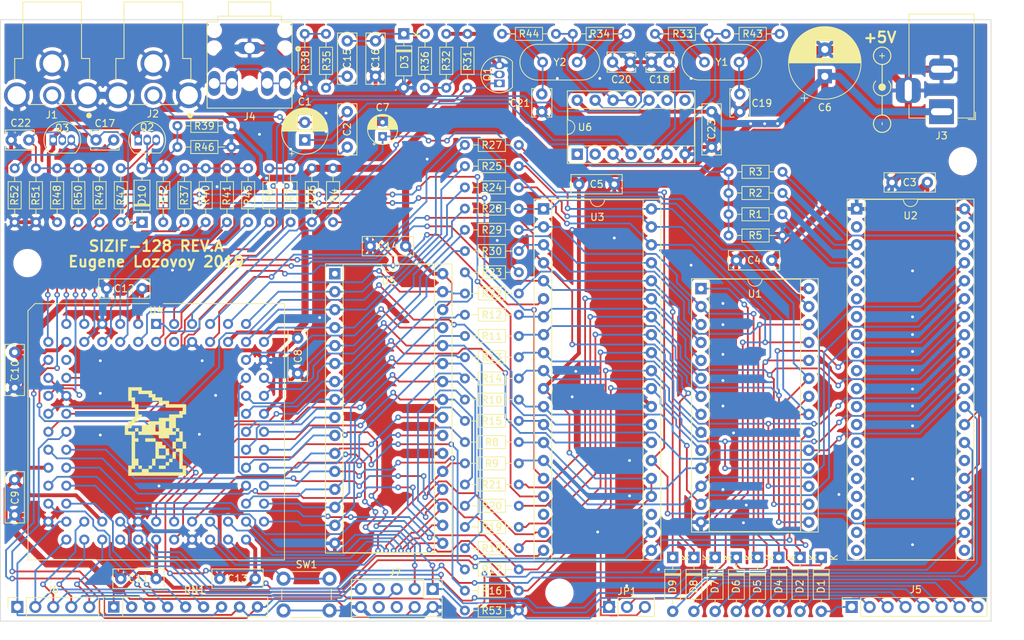
<source format=kicad_pcb>
(kicad_pcb (version 20171130) (host pcbnew "(5.1.4)-1")
  (layers (0 F.Cu signal) (31 B.Cu signal) (34 B.Paste user) (35 F.Paste user) (36 B.SilkS user) (37 F.SilkS user) (38 B.Mask user) (39 F.Mask user) (44 Edge.Cuts user))
  (net 0 "")
  (net 1 "Net-(C1-Pad1)")
  (net 2 +5V)
  (net 3 GND)
  (net 4 nRST)
  (net 5 "Net-(C18-Pad2)")
  (net 6 "Net-(C19-Pad2)")
  (net 7 "Net-(C20-Pad2)")
  (net 8 TAPE_IN)
  (net 9 "Net-(D2-Pad2)")
  (net 10 A11)
  (net 11 A10)
  (net 12 A9)
  (net 13 A12)
  (net 14 "Net-(D6-Pad2)")
  (net 15 A13)
  (net 16 "Net-(D7-Pad2)")
  (net 17 A8)
  (net 18 "Net-(D8-Pad2)")
  (net 19 A14)
  (net 20 "Net-(D9-Pad2)")
  (net 21 A15)
  (net 22 "Net-(D10-Pad2)")
  (net 23 Csync)
  (net 24 TDI)
  (net 25 TMS)
  (net 26 TDO)
  (net 27 TCK)
  (net 28 KD4)
  (net 29 KD3)
  (net 30 KD2)
  (net 31 KD1)
  (net 32 KD0)
  (net 33 "Net-(JP1-Pad2)")
  (net 34 "Net-(R2-Pad1)")
  (net 35 "Net-(R3-Pad1)")
  (net 36 BEEPER)
  (net 37 VD0)
  (net 38 D0)
  (net 39 VD1)
  (net 40 D1)
  (net 41 VD2)
  (net 42 D2)
  (net 43 VD3)
  (net 44 D3)
  (net 45 VD4)
  (net 46 D4)
  (net 47 VD5)
  (net 48 D5)
  (net 49 VD6)
  (net 50 D6)
  (net 51 VD7)
  (net 52 D7)
  (net 53 VA0)
  (net 54 A0)
  (net 55 VA1)
  (net 56 A1)
  (net 57 VA2)
  (net 58 A2)
  (net 59 VA3)
  (net 60 A3)
  (net 61 VA4)
  (net 62 A4)
  (net 63 VA5)
  (net 64 A5)
  (net 65 VA6)
  (net 66 A6)
  (net 67 VA7)
  (net 68 A7)
  (net 69 VA8)
  (net 70 VA9)
  (net 71 VA10)
  (net 72 VA11)
  (net 73 VA12)
  (net 74 VA13)
  (net 75 Blue)
  (net 76 Red)
  (net 77 Green)
  (net 78 Bright)
  (net 79 TAPE_IN0)
  (net 80 CHROMA1)
  (net 81 CHROMA0)
  (net 82 nINT)
  (net 83 nNMI)
  (net 84 RA14)
  (net 85 nRD)
  (net 86 nROMCS)
  (net 87 AY_BC1)
  (net 88 AY_BDIR)
  (net 89 AY_CLK)
  (net 90 nIORQ)
  (net 91 nMREQ)
  (net 92 nRFSH)
  (net 93 nM1)
  (net 94 CLKCPU)
  (net 95 nWR)
  (net 96 nVWR)
  (net 97 VA15)
  (net 98 nVRD)
  (net 99 VA16)
  (net 100 VA14)
  (net 101 CLK14)
  (net 102 CLK16)
  (net 103 "Net-(C2-Pad1)")
  (net 104 "Net-(C21-Pad2)")
  (net 105 "Net-(Q1-Pad2)")
  (net 106 "Net-(Q2-Pad3)")
  (net 107 TAPE_OUT)
  (net 108 "Net-(C15-Pad2)")
  (net 109 "Net-(C15-Pad1)")
  (net 110 "Net-(C17-Pad2)")
  (net 111 "Net-(C22-Pad1)")
  (net 112 "Net-(D1-Pad2)")
  (net 113 "Net-(D5-Pad2)")
  (net 114 SOUND)
  (net 115 VIDEO)
  (net 116 "Net-(D4-Pad2)")
  (net 117 "Net-(R1-Pad1)")
  (net 118 "Net-(R33-Pad2)")
  (net 119 "Net-(R34-Pad2)")
  (net 120 "Net-(R37-Pad2)")
  (module my:dc_center_positive_big (layer F.Cu) (at 200.6 67.9 90)
    (fp_text reference LOGO2 hide)
    (fp_text value logo hide)
  )
  (module my:black-mage2 (layer F.Cu) (at 97.9 116.2)
    (fp_text reference LOGO1 hide)
    (fp_text value logo hide)
  )
  (module Package_DIP:DIP-28_W15.24mm_Socket (layer F.Cu) (at 175 96)
    (fp_text reference U1 (at 7.62 0.75) (layer F.SilkS))
    (fp_text value 27C512)
    (pad 1 thru_hole rect (at 0 0) (size 1.6 1.6) (drill 0.8) (layers *.Cu *.Mask) (net 33 "Net-(JP1-Pad2)"))
    (pad 15 thru_hole oval (at 15.24 33.02) (size 1.6 1.6) (drill 0.8) (layers *.Cu *.Mask) (net 44 D3))
    (pad 2 thru_hole oval (at 0 2.54) (size 1.6 1.6) (drill 0.8) (layers *.Cu *.Mask) (net 13 A12))
    (pad 16 thru_hole oval (at 15.24 30.48) (size 1.6 1.6) (drill 0.8) (layers *.Cu *.Mask) (net 46 D4))
    (pad 3 thru_hole oval (at 0 5.08) (size 1.6 1.6) (drill 0.8) (layers *.Cu *.Mask) (net 68 A7))
    (pad 17 thru_hole oval (at 15.24 27.94) (size 1.6 1.6) (drill 0.8) (layers *.Cu *.Mask) (net 48 D5))
    (pad 4 thru_hole oval (at 0 7.62) (size 1.6 1.6) (drill 0.8) (layers *.Cu *.Mask) (net 66 A6))
    (pad 18 thru_hole oval (at 15.24 25.4) (size 1.6 1.6) (drill 0.8) (layers *.Cu *.Mask) (net 50 D6))
    (pad 5 thru_hole oval (at 0 10.16) (size 1.6 1.6) (drill 0.8) (layers *.Cu *.Mask) (net 64 A5))
    (pad 19 thru_hole oval (at 15.24 22.86) (size 1.6 1.6) (drill 0.8) (layers *.Cu *.Mask) (net 52 D7))
    (pad 6 thru_hole oval (at 0 12.7) (size 1.6 1.6) (drill 0.8) (layers *.Cu *.Mask) (net 62 A4))
    (pad 20 thru_hole oval (at 15.24 20.32) (size 1.6 1.6) (drill 0.8) (layers *.Cu *.Mask) (net 86 nROMCS))
    (pad 7 thru_hole oval (at 0 15.24) (size 1.6 1.6) (drill 0.8) (layers *.Cu *.Mask) (net 60 A3))
    (pad 21 thru_hole oval (at 15.24 17.78) (size 1.6 1.6) (drill 0.8) (layers *.Cu *.Mask) (net 11 A10))
    (pad 8 thru_hole oval (at 0 17.78) (size 1.6 1.6) (drill 0.8) (layers *.Cu *.Mask) (net 58 A2))
    (pad 22 thru_hole oval (at 15.24 15.24) (size 1.6 1.6) (drill 0.8) (layers *.Cu *.Mask) (net 85 nRD))
    (pad 9 thru_hole oval (at 0 20.32) (size 1.6 1.6) (drill 0.8) (layers *.Cu *.Mask) (net 56 A1))
    (pad 23 thru_hole oval (at 15.24 12.7) (size 1.6 1.6) (drill 0.8) (layers *.Cu *.Mask) (net 10 A11))
    (pad 10 thru_hole oval (at 0 22.86) (size 1.6 1.6) (drill 0.8) (layers *.Cu *.Mask) (net 54 A0))
    (pad 24 thru_hole oval (at 15.24 10.16) (size 1.6 1.6) (drill 0.8) (layers *.Cu *.Mask) (net 12 A9))
    (pad 11 thru_hole oval (at 0 25.4) (size 1.6 1.6) (drill 0.8) (layers *.Cu *.Mask) (net 38 D0))
    (pad 25 thru_hole oval (at 15.24 7.62) (size 1.6 1.6) (drill 0.8) (layers *.Cu *.Mask) (net 17 A8))
    (pad 12 thru_hole oval (at 0 27.94) (size 1.6 1.6) (drill 0.8) (layers *.Cu *.Mask) (net 40 D1))
    (pad 26 thru_hole oval (at 15.24 5.08) (size 1.6 1.6) (drill 0.8) (layers *.Cu *.Mask) (net 15 A13))
    (pad 13 thru_hole oval (at 0 30.48) (size 1.6 1.6) (drill 0.8) (layers *.Cu *.Mask) (net 42 D2))
    (pad 27 thru_hole oval (at 15.24 2.54) (size 1.6 1.6) (drill 0.8) (layers *.Cu *.Mask) (net 84 RA14))
    (pad 14 thru_hole oval (at 0 33.02) (size 1.6 1.6) (drill 0.8) (layers *.Cu *.Mask) (net 3 GND))
    (pad 28 thru_hole oval (at 15.24 0) (size 1.6 1.6) (drill 0.8) (layers *.Cu *.Mask) (net 2 +5V))
  )
  (module Resistor_THT:R_Axial_DIN0204_L3.6mm_D1.6mm_P7.62mm_Horizontal (layer F.Cu) (at 139 60 270)
    (fp_text reference R32 (at 3.8 0 90) (layer F.SilkS))
    (fp_text value 500k)
    (pad 2 thru_hole oval (at 7.62 0 270) (size 1.4 1.4) (drill 0.7) (layers *.Cu *.Mask) (net 105 "Net-(Q1-Pad2)"))
    (pad 1 thru_hole circle (at 0 0 270) (size 1.4 1.4) (drill 0.7) (layers *.Cu *.Mask) (net 2 +5V))
  )
  (module Resistor_THT:R_Axial_DIN0204_L3.6mm_D1.6mm_P7.62mm_Horizontal (layer F.Cu) (at 178.9 88.5)
    (fp_text reference R5 (at 3.8 0) (layer F.SilkS))
    (fp_text value 1k)
    (pad 2 thru_hole oval (at 7.62 0) (size 1.4 1.4) (drill 0.7) (layers *.Cu *.Mask) (net 3 GND))
    (pad 1 thru_hole circle (at 0 0) (size 1.4 1.4) (drill 0.7) (layers *.Cu *.Mask) (net 1 "Net-(C1-Pad1)"))
  )
  (module Resistor_THT:R_Axial_DIN0204_L3.6mm_D1.6mm_P7.62mm_Horizontal (layer F.Cu) (at 123 86.62 90)
    (fp_text reference R4 (at 3.82 0.1 90) (layer F.SilkS))
    (fp_text value 2.2k)
    (pad 2 thru_hole oval (at 7.62 0 90) (size 1.4 1.4) (drill 0.7) (layers *.Cu *.Mask) (net 2 +5V))
    (pad 1 thru_hole circle (at 0 0 90) (size 1.4 1.4) (drill 0.7) (layers *.Cu *.Mask) (net 94 CLKCPU))
  )
  (module Package_LCC:PLCC-84_THT-Socket (layer F.Cu) (at 98 101)
    (fp_text reference U4 (at 0 -1.9) (layer F.SilkS))
    (fp_text value EPM7128SLC84-15N)
    (pad 2 thru_hole circle (at 0 2.54) (size 1.4224 1.4224) (drill 0.8) (layers *.Cu *.Mask) (net 102 CLK16))
    (pad 4 thru_hole circle (at -2.54 2.54) (size 1.4224 1.4224) (drill 0.8) (layers *.Cu *.Mask) (net 36 BEEPER))
    (pad 6 thru_hole circle (at -5.08 2.54) (size 1.4224 1.4224) (drill 0.8) (layers *.Cu *.Mask) (net 78 Bright))
    (pad 8 thru_hole circle (at -7.62 2.54) (size 1.4224 1.4224) (drill 0.8) (layers *.Cu *.Mask) (net 76 Red))
    (pad 10 thru_hole circle (at -10.16 2.54) (size 1.4224 1.4224) (drill 0.8) (layers *.Cu *.Mask) (net 75 Blue))
    (pad 84 thru_hole circle (at 2.54 2.54) (size 1.4224 1.4224) (drill 0.8) (layers *.Cu *.Mask))
    (pad 82 thru_hole circle (at 5.08 2.54) (size 1.4224 1.4224) (drill 0.8) (layers *.Cu *.Mask) (net 3 GND))
    (pad 80 thru_hole circle (at 7.62 2.54) (size 1.4224 1.4224) (drill 0.8) (layers *.Cu *.Mask) (net 84 RA14))
    (pad 78 thru_hole circle (at 10.16 2.54) (size 1.4224 1.4224) (drill 0.8) (layers *.Cu *.Mask) (net 2 +5V))
    (pad 76 thru_hole circle (at 12.7 2.54) (size 1.4224 1.4224) (drill 0.8) (layers *.Cu *.Mask) (net 70 VA9))
    (pad 74 thru_hole circle (at 15.24 2.54) (size 1.4224 1.4224) (drill 0.8) (layers *.Cu *.Mask) (net 69 VA8))
    (pad 1 thru_hole rect (at 0 0) (size 1.4224 1.4224) (drill 0.8) (layers *.Cu *.Mask) (net 4 nRST))
    (pad 3 thru_hole circle (at -2.54 0) (size 1.4224 1.4224) (drill 0.8) (layers *.Cu *.Mask) (net 2 +5V))
    (pad 5 thru_hole circle (at -5.08 0) (size 1.4224 1.4224) (drill 0.8) (layers *.Cu *.Mask) (net 77 Green))
    (pad 7 thru_hole circle (at -7.62 0) (size 1.4224 1.4224) (drill 0.8) (layers *.Cu *.Mask) (net 3 GND))
    (pad 9 thru_hole circle (at -10.16 0) (size 1.4224 1.4224) (drill 0.8) (layers *.Cu *.Mask) (net 23 Csync))
    (pad 11 thru_hole circle (at -12.7 0) (size 1.4224 1.4224) (drill 0.8) (layers *.Cu *.Mask) (net 80 CHROMA1))
    (pad 83 thru_hole circle (at 2.54 0) (size 1.4224 1.4224) (drill 0.8) (layers *.Cu *.Mask) (net 101 CLK14))
    (pad 81 thru_hole circle (at 5.08 0) (size 1.4224 1.4224) (drill 0.8) (layers *.Cu *.Mask) (net 107 TAPE_OUT))
    (pad 79 thru_hole circle (at 7.62 0) (size 1.4224 1.4224) (drill 0.8) (layers *.Cu *.Mask) (net 79 TAPE_IN0))
    (pad 77 thru_hole circle (at 10.16 0) (size 1.4224 1.4224) (drill 0.8) (layers *.Cu *.Mask) (net 65 VA6))
    (pad 75 thru_hole circle (at 12.7 0) (size 1.4224 1.4224) (drill 0.8) (layers *.Cu *.Mask) (net 71 VA10))
    (pad 13 thru_hole circle (at -12.7 2.54) (size 1.4224 1.4224) (drill 0.8) (layers *.Cu *.Mask) (net 2 +5V))
    (pad 15 thru_hole circle (at -12.7 5.08) (size 1.4224 1.4224) (drill 0.8) (layers *.Cu *.Mask))
    (pad 17 thru_hole circle (at -12.7 7.62) (size 1.4224 1.4224) (drill 0.8) (layers *.Cu *.Mask) (net 19 A14))
    (pad 19 thru_hole circle (at -12.7 10.16) (size 1.4224 1.4224) (drill 0.8) (layers *.Cu *.Mask) (net 3 GND))
    (pad 21 thru_hole circle (at -12.7 12.7) (size 1.4224 1.4224) (drill 0.8) (layers *.Cu *.Mask) (net 94 CLKCPU))
    (pad 23 thru_hole circle (at -12.7 15.24) (size 1.4224 1.4224) (drill 0.8) (layers *.Cu *.Mask) (net 25 TMS))
    (pad 25 thru_hole circle (at -12.7 17.78) (size 1.4224 1.4224) (drill 0.8) (layers *.Cu *.Mask) (net 91 nMREQ))
    (pad 27 thru_hole circle (at -12.7 20.32) (size 1.4224 1.4224) (drill 0.8) (layers *.Cu *.Mask) (net 56 A1))
    (pad 29 thru_hole circle (at -12.7 22.86) (size 1.4224 1.4224) (drill 0.8) (layers *.Cu *.Mask) (net 95 nWR))
    (pad 31 thru_hole circle (at -12.7 25.4) (size 1.4224 1.4224) (drill 0.8) (layers *.Cu *.Mask) (net 85 nRD))
    (pad 12 thru_hole circle (at -15.24 2.54) (size 1.4224 1.4224) (drill 0.8) (layers *.Cu *.Mask) (net 81 CHROMA0))
    (pad 14 thru_hole circle (at -15.24 5.08) (size 1.4224 1.4224) (drill 0.8) (layers *.Cu *.Mask) (net 24 TDI))
    (pad 16 thru_hole circle (at -15.24 7.62) (size 1.4224 1.4224) (drill 0.8) (layers *.Cu *.Mask) (net 21 A15))
    (pad 18 thru_hole circle (at -15.24 10.16) (size 1.4224 1.4224) (drill 0.8) (layers *.Cu *.Mask) (net 82 nINT))
    (pad 20 thru_hole circle (at -15.24 12.7) (size 1.4224 1.4224) (drill 0.8) (layers *.Cu *.Mask) (net 92 nRFSH))
    (pad 22 thru_hole circle (at -15.24 15.24) (size 1.4224 1.4224) (drill 0.8) (layers *.Cu *.Mask) (net 93 nM1))
    (pad 24 thru_hole circle (at -15.24 17.78) (size 1.4224 1.4224) (drill 0.8) (layers *.Cu *.Mask) (net 90 nIORQ))
    (pad 26 thru_hole circle (at -15.24 20.32) (size 1.4224 1.4224) (drill 0.8) (layers *.Cu *.Mask) (net 2 +5V))
    (pad 28 thru_hole circle (at -15.24 22.86) (size 1.4224 1.4224) (drill 0.8) (layers *.Cu *.Mask) (net 54 A0))
    (pad 30 thru_hole circle (at -15.24 25.4) (size 1.4224 1.4224) (drill 0.8) (layers *.Cu *.Mask) (net 86 nROMCS))
    (pad 32 thru_hole circle (at -15.24 27.94) (size 1.4224 1.4224) (drill 0.8) (layers *.Cu *.Mask) (net 3 GND))
    (pad 34 thru_hole circle (at -12.7 27.94) (size 1.4224 1.4224) (drill 0.8) (layers *.Cu *.Mask) (net 32 KD0))
    (pad 36 thru_hole circle (at -10.16 27.94) (size 1.4224 1.4224) (drill 0.8) (layers *.Cu *.Mask) (net 30 KD2))
    (pad 38 thru_hole circle (at -7.62 27.94) (size 1.4224 1.4224) (drill 0.8) (layers *.Cu *.Mask) (net 2 +5V))
    (pad 40 thru_hole circle (at -5.08 27.94) (size 1.4224 1.4224) (drill 0.8) (layers *.Cu *.Mask) (net 88 AY_BDIR))
    (pad 42 thru_hole circle (at -2.54 27.94) (size 1.4224 1.4224) (drill 0.8) (layers *.Cu *.Mask) (net 3 GND))
    (pad 44 thru_hole circle (at 0 27.94) (size 1.4224 1.4224) (drill 0.8) (layers *.Cu *.Mask) (net 61 VA4))
    (pad 46 thru_hole circle (at 2.54 27.94) (size 1.4224 1.4224) (drill 0.8) (layers *.Cu *.Mask) (net 63 VA5))
    (pad 48 thru_hole circle (at 5.08 27.94) (size 1.4224 1.4224) (drill 0.8) (layers *.Cu *.Mask) (net 99 VA16))
    (pad 50 thru_hole circle (at 7.62 27.94) (size 1.4224 1.4224) (drill 0.8) (layers *.Cu *.Mask) (net 37 VD0))
    (pad 52 thru_hole circle (at 10.16 27.94) (size 1.4224 1.4224) (drill 0.8) (layers *.Cu *.Mask) (net 41 VD2))
    (pad 33 thru_hole circle (at -12.7 30.48) (size 1.4224 1.4224) (drill 0.8) (layers *.Cu *.Mask) (net 31 KD1))
    (pad 35 thru_hole circle (at -10.16 30.48) (size 1.4224 1.4224) (drill 0.8) (layers *.Cu *.Mask) (net 29 KD3))
    (pad 37 thru_hole circle (at -7.62 30.48) (size 1.4224 1.4224) (drill 0.8) (layers *.Cu *.Mask) (net 28 KD4))
    (pad 39 thru_hole circle (at -5.08 30.48) (size 1.4224 1.4224) (drill 0.8) (layers *.Cu *.Mask) (net 87 AY_BC1))
    (pad 41 thru_hole circle (at -2.54 30.48) (size 1.4224 1.4224) (drill 0.8) (layers *.Cu *.Mask) (net 89 AY_CLK))
    (pad 43 thru_hole circle (at 0 30.48) (size 1.4224 1.4224) (drill 0.8) (layers *.Cu *.Mask) (net 2 +5V))
    (pad 45 thru_hole circle (at 2.54 30.48) (size 1.4224 1.4224) (drill 0.8) (layers *.Cu *.Mask) (net 98 nVRD))
    (pad 47 thru_hole circle (at 5.08 30.48) (size 1.4224 1.4224) (drill 0.8) (layers *.Cu *.Mask) (net 3 GND))
    (pad 49 thru_hole circle (at 7.62 30.48) (size 1.4224 1.4224) (drill 0.8) (layers *.Cu *.Mask) (net 39 VD1))
    (pad 51 thru_hole circle (at 10.16 30.48) (size 1.4224 1.4224) (drill 0.8) (layers *.Cu *.Mask) (net 51 VD7))
    (pad 53 thru_hole circle (at 12.7 30.48) (size 1.4224 1.4224) (drill 0.8) (layers *.Cu *.Mask) (net 2 +5V))
    (pad 55 thru_hole circle (at 12.7 27.94) (size 1.4224 1.4224) (drill 0.8) (layers *.Cu *.Mask) (net 49 VD6))
    (pad 57 thru_hole circle (at 12.7 25.4) (size 1.4224 1.4224) (drill 0.8) (layers *.Cu *.Mask) (net 45 VD4))
    (pad 59 thru_hole circle (at 12.7 22.86) (size 1.4224 1.4224) (drill 0.8) (layers *.Cu *.Mask) (net 3 GND))
    (pad 61 thru_hole circle (at 12.7 20.32) (size 1.4224 1.4224) (drill 0.8) (layers *.Cu *.Mask) (net 100 VA14))
    (pad 63 thru_hole circle (at 12.7 17.78) (size 1.4224 1.4224) (drill 0.8) (layers *.Cu *.Mask) (net 59 VA3))
    (pad 65 thru_hole circle (at 12.7 15.24) (size 1.4224 1.4224) (drill 0.8) (layers *.Cu *.Mask) (net 67 VA7))
    (pad 67 thru_hole circle (at 12.7 12.7) (size 1.4224 1.4224) (drill 0.8) (layers *.Cu *.Mask) (net 74 VA13))
    (pad 69 thru_hole circle (at 12.7 10.16) (size 1.4224 1.4224) (drill 0.8) (layers *.Cu *.Mask) (net 73 VA12))
    (pad 71 thru_hole circle (at 12.7 7.62) (size 1.4224 1.4224) (drill 0.8) (layers *.Cu *.Mask) (net 26 TDO))
    (pad 73 thru_hole circle (at 12.7 5.08) (size 1.4224 1.4224) (drill 0.8) (layers *.Cu *.Mask) (net 96 nVWR))
    (pad 54 thru_hole circle (at 15.24 27.94) (size 1.4224 1.4224) (drill 0.8) (layers *.Cu *.Mask) (net 47 VD5))
    (pad 56 thru_hole circle (at 15.24 25.4) (size 1.4224 1.4224) (drill 0.8) (layers *.Cu *.Mask) (net 43 VD3))
    (pad 58 thru_hole circle (at 15.24 22.86) (size 1.4224 1.4224) (drill 0.8) (layers *.Cu *.Mask) (net 53 VA0))
    (pad 60 thru_hole circle (at 15.24 20.32) (size 1.4224 1.4224) (drill 0.8) (layers *.Cu *.Mask) (net 55 VA1))
    (pad 62 thru_hole circle (at 15.24 17.78) (size 1.4224 1.4224) (drill 0.8) (layers *.Cu *.Mask) (net 27 TCK))
    (pad 64 thru_hole circle (at 15.24 15.24) (size 1.4224 1.4224) (drill 0.8) (layers *.Cu *.Mask) (net 97 VA15))
    (pad 66 thru_hole circle (at 15.24 12.7) (size 1.4224 1.4224) (drill 0.8) (layers *.Cu *.Mask) (net 2 +5V))
    (pad 68 thru_hole circle (at 15.24 10.16) (size 1.4224 1.4224) (drill 0.8) (layers *.Cu *.Mask) (net 57 VA2))
    (pad 70 thru_hole circle (at 15.24 7.62) (size 1.4224 1.4224) (drill 0.8) (layers *.Cu *.Mask) (net 72 VA11))
    (pad 72 thru_hole circle (at 15.24 5.08) (size 1.4224 1.4224) (drill 0.8) (layers *.Cu *.Mask) (net 3 GND))
  )
  (module my:CUI_RCJ-013 (layer F.Cu) (at 97.6 64.2)
    (fp_text reference J2 (at -0.0635 7.1) (layer F.SilkS))
    (fp_text value RCJ-013 hide)
    (pad 2 thru_hole circle (at 0 -0.0105 270) (size 3.616 3.616) (drill 2.6) (layers *.Cu *.Mask) (net 3 GND))
    (pad 2 thru_hole circle (at -5 4.4895 270) (size 3.616 3.616) (drill 2.6) (layers *.Cu *.Mask) (net 3 GND))
    (pad 2 thru_hole circle (at 5 4.4895 270) (size 3.616 3.616) (drill 2.6) (layers *.Cu *.Mask) (net 3 GND))
    (pad 1 thru_hole circle (at 0 4.4895 270) (size 2.55 2.55) (drill 1.7) (layers *.Cu *.Mask) (net 114 SOUND))
  )
  (module Capacitor_THT:CP_Radial_D4.0mm_P2.00mm (layer F.Cu) (at 130 74.5 90)
    (fp_text reference C7 (at 4.1 0 180) (layer F.SilkS))
    (fp_text value 10u)
    (pad 2 thru_hole circle (at 2 0 90) (size 1.2 1.2) (drill 0.6) (layers *.Cu *.Mask) (net 3 GND))
    (pad 1 thru_hole rect (at 0 0 90) (size 1.2 1.2) (drill 0.6) (layers *.Cu *.Mask) (net 4 nRST))
  )
  (module my:SWITCHCRAFT_35RAPC4BHN2 (layer F.Cu) (at 111.2 63 180)
    (fp_text reference J4 (at 0 -8.7 180) (layer F.SilkS) (effects (font (size 1.00386 1.00386))))
    (fp_text value PJ307)
    (pad "" np_thru_hole circle (at 5 3.5 180) (size 1.2 1.2) (drill 1.2) (layers *.Cu *.Mask))
    (pad "" np_thru_hole circle (at 5 1 180) (size 1.2 1.2) (drill 1.2) (layers *.Cu *.Mask))
    (pad "" np_thru_hole circle (at -5 3.5 180) (size 1.2 1.2) (drill 1.2) (layers *.Cu *.Mask))
    (pad "" np_thru_hole circle (at -5 1 180) (size 1.2 1.2) (drill 1.2) (layers *.Cu *.Mask))
    (pad "" np_thru_hole circle (at 0 -4 180) (size 1.2 1.2) (drill 1.2) (layers *.Cu *.Mask))
    (pad S thru_hole oval (at 0 1 180) (size 3.5 1.7) (drill 1.5) (layers *.Cu *.Mask) (net 3 GND))
    (pad RN thru_hole oval (at 2.5 -4 270) (size 3.5 1.7) (drill 1.5) (layers *.Cu *.Mask) (net 8 TAPE_IN))
    (pad TN thru_hole oval (at -2.5 -4 270) (size 3.5 1.7) (drill 1.5) (layers *.Cu *.Mask) (net 8 TAPE_IN))
    (pad T thru_hole oval (at -5 -4 270) (size 3.5 1.7) (drill 1.5) (layers *.Cu *.Mask) (net 8 TAPE_IN))
    (pad R thru_hole oval (at 5 -4 270) (size 3.5 1.7) (drill 1.5) (layers *.Cu *.Mask) (net 8 TAPE_IN))
  )
  (module my:CUI_RCJ-013 (layer F.Cu) (at 83.3 64.2)
    (fp_text reference J1 (at -0.0635 7.25) (layer F.SilkS))
    (fp_text value RCJ-013 hide)
    (pad 2 thru_hole circle (at 0 -0.0105 270) (size 3.616 3.616) (drill 2.6) (layers *.Cu *.Mask) (net 3 GND))
    (pad 2 thru_hole circle (at -5 4.4895 270) (size 3.616 3.616) (drill 2.6) (layers *.Cu *.Mask) (net 3 GND))
    (pad 2 thru_hole circle (at 5 4.4895 270) (size 3.616 3.616) (drill 2.6) (layers *.Cu *.Mask) (net 3 GND))
    (pad 1 thru_hole circle (at 0 4.4895 270) (size 2.55 2.55) (drill 1.7) (layers *.Cu *.Mask) (net 115 VIDEO))
  )
  (module MountingHole:MountingHole_3mm (layer F.Cu) (at 155 139)
    (fp_text reference H3 hide)
    (fp_text value MountingHole hide)
    (pad 1 np_thru_hole circle (at 0 0) (size 3 3) (drill 3) (layers *.Cu *.Mask))
  )
  (module MountingHole:MountingHole_3mm (layer F.Cu) (at 79.8 92.4)
    (fp_text reference H2 hide)
    (fp_text value MountingHole hide)
    (pad 1 np_thru_hole circle (at 0 0) (size 3 3) (drill 3) (layers *.Cu *.Mask))
  )
  (module MountingHole:MountingHole_3mm (layer F.Cu) (at 212 78)
    (fp_text reference H1 hide)
    (fp_text value MountingHole hide)
    (pad 1 np_thru_hole circle (at 0 0) (size 3 3) (drill 3) (layers *.Cu *.Mask))
  )
  (module Resistor_THT:R_Axial_DIN0204_L3.6mm_D1.6mm_P7.62mm_Horizontal (layer F.Cu) (at 119 60 270)
    (fp_text reference R38 (at 3.81 -0.1 90) (layer F.SilkS))
    (fp_text value 10k)
    (pad 2 thru_hole oval (at 7.62 0 270) (size 1.4 1.4) (drill 0.7) (layers *.Cu *.Mask) (net 3 GND))
    (pad 1 thru_hole circle (at 0 0 270) (size 1.4 1.4) (drill 0.7) (layers *.Cu *.Mask) (net 8 TAPE_IN))
  )
  (module Resistor_THT:R_Axial_DIN0204_L3.6mm_D1.6mm_P7.62mm_Horizontal (layer F.Cu) (at 136 60 270)
    (fp_text reference R36 (at 3.9 0 90) (layer F.SilkS))
    (fp_text value 10k)
    (pad 2 thru_hole oval (at 7.62 0 270) (size 1.4 1.4) (drill 0.7) (layers *.Cu *.Mask) (net 105 "Net-(Q1-Pad2)"))
    (pad 1 thru_hole circle (at 0 0 270) (size 1.4 1.4) (drill 0.7) (layers *.Cu *.Mask) (net 108 "Net-(C15-Pad2)"))
  )
  (module Resistor_THT:R_Axial_DIN0204_L3.6mm_D1.6mm_P7.62mm_Horizontal (layer F.Cu) (at 122 60 270)
    (fp_text reference R35 (at 3.81 -0.1 90) (layer F.SilkS))
    (fp_text value 470)
    (pad 2 thru_hole oval (at 7.62 0 270) (size 1.4 1.4) (drill 0.7) (layers *.Cu *.Mask) (net 109 "Net-(C15-Pad1)"))
    (pad 1 thru_hole circle (at 0 0 270) (size 1.4 1.4) (drill 0.7) (layers *.Cu *.Mask) (net 8 TAPE_IN))
  )
  (module Resistor_THT:R_Axial_DIN0204_L3.6mm_D1.6mm_P7.62mm_Horizontal (layer F.Cu) (at 142 60 270)
    (fp_text reference R31 (at 3.81 0 90) (layer F.SilkS))
    (fp_text value 10k)
    (pad 2 thru_hole oval (at 7.62 0 270) (size 1.4 1.4) (drill 0.7) (layers *.Cu *.Mask) (net 79 TAPE_IN0))
    (pad 1 thru_hole circle (at 0 0 270) (size 1.4 1.4) (drill 0.7) (layers *.Cu *.Mask) (net 2 +5V))
  )
  (module Package_TO_SOT_THT:TO-92_Inline (layer F.Cu) (at 146.5 67 90)
    (fp_text reference Q1 (at 1.3 -1.7 270) (layer F.SilkS))
    (fp_text value BC547B)
    (pad 1 thru_hole rect (at 0 0 90) (size 1.05 1.5) (drill 0.75) (layers *.Cu *.Mask) (net 79 TAPE_IN0))
    (pad 3 thru_hole oval (at 2.54 0 90) (size 1.05 1.5) (drill 0.75) (layers *.Cu *.Mask) (net 3 GND))
    (pad 2 thru_hole oval (at 1.27 0 90) (size 1.05 1.5) (drill 0.75) (layers *.Cu *.Mask) (net 105 "Net-(Q1-Pad2)"))
  )
  (module Diode_THT:D_DO-35_SOD27_P7.62mm_Horizontal (layer F.Cu) (at 133 60 270)
    (fp_text reference D3 (at 4 -0.1 90) (layer F.SilkS))
    (fp_text value 1N4148)
    (fp_text user K (at 0 -1.8 90) (layer F.SilkS))
    (pad 2 thru_hole oval (at 7.62 0 270) (size 1.6 1.6) (drill 0.8) (layers *.Cu *.Mask) (net 3 GND))
    (pad 1 thru_hole rect (at 0 0 270) (size 1.6 1.6) (drill 0.8) (layers *.Cu *.Mask) (net 108 "Net-(C15-Pad2)"))
  )
  (module Capacitor_THT:C_Disc_D7.0mm_W2.5mm_P5.00mm (layer F.Cu) (at 129 66 90)
    (fp_text reference C16 (at 2.5 0 90) (layer F.SilkS))
    (fp_text value 10n)
    (pad 2 thru_hole circle (at 5 0 90) (size 1.6 1.6) (drill 0.8) (layers *.Cu *.Mask) (net 108 "Net-(C15-Pad2)"))
    (pad 1 thru_hole circle (at 0 0 90) (size 1.6 1.6) (drill 0.8) (layers *.Cu *.Mask) (net 3 GND))
  )
  (module Capacitor_THT:C_Disc_D7.0mm_W2.5mm_P5.00mm (layer F.Cu) (at 125 66 90)
    (fp_text reference C15 (at 2.5 0 90) (layer F.SilkS))
    (fp_text value 100n)
    (pad 2 thru_hole circle (at 5 0 90) (size 1.6 1.6) (drill 0.8) (layers *.Cu *.Mask) (net 108 "Net-(C15-Pad2)"))
    (pad 1 thru_hole circle (at 0 0 90) (size 1.6 1.6) (drill 0.8) (layers *.Cu *.Mask) (net 109 "Net-(C15-Pad1)"))
  )
  (module Resistor_THT:R_Axial_DIN0204_L3.6mm_D1.6mm_P7.62mm_Horizontal (layer F.Cu) (at 186.52 79.5 180)
    (fp_text reference R3 (at 3.81 0) (layer F.SilkS))
    (fp_text value 1k)
    (pad 2 thru_hole oval (at 7.62 0 180) (size 1.4 1.4) (drill 0.7) (layers *.Cu *.Mask) (net 1 "Net-(C1-Pad1)"))
    (pad 1 thru_hole circle (at 0 0 180) (size 1.4 1.4) (drill 0.7) (layers *.Cu *.Mask) (net 35 "Net-(R3-Pad1)"))
  )
  (module Capacitor_THT:C_Disc_D7.0mm_W2.5mm_P5.00mm (layer F.Cu) (at 125 76 90)
    (fp_text reference C2 (at 2.5 0 90) (layer F.SilkS))
    (fp_text value 100n)
    (pad 2 thru_hole circle (at 5 0 90) (size 1.6 1.6) (drill 0.8) (layers *.Cu *.Mask) (net 114 SOUND))
    (pad 1 thru_hole circle (at 0 0 90) (size 1.6 1.6) (drill 0.8) (layers *.Cu *.Mask) (net 103 "Net-(C2-Pad1)"))
  )
  (module Package_DIP:DIP-32_W15.24mm_Socket (layer F.Cu) (at 123.25 93.9)
    (fp_text reference U5 (at 7.6 1) (layer F.SilkS))
    (fp_text value 628128)
    (pad 32 thru_hole oval (at 15.24 0) (size 1.6 1.6) (drill 0.8) (layers *.Cu *.Mask) (net 2 +5V))
    (pad 16 thru_hole oval (at 0 38.1) (size 1.6 1.6) (drill 0.8) (layers *.Cu *.Mask) (net 3 GND))
    (pad 31 thru_hole oval (at 15.24 2.54) (size 1.6 1.6) (drill 0.8) (layers *.Cu *.Mask) (net 65 VA6))
    (pad 15 thru_hole oval (at 0 35.56) (size 1.6 1.6) (drill 0.8) (layers *.Cu *.Mask) (net 47 VD5))
    (pad 30 thru_hole oval (at 15.24 5.08) (size 1.6 1.6) (drill 0.8) (layers *.Cu *.Mask) (net 2 +5V))
    (pad 14 thru_hole oval (at 0 33.02) (size 1.6 1.6) (drill 0.8) (layers *.Cu *.Mask) (net 43 VD3))
    (pad 29 thru_hole oval (at 15.24 7.62) (size 1.6 1.6) (drill 0.8) (layers *.Cu *.Mask) (net 96 nVWR))
    (pad 13 thru_hole oval (at 0 30.48) (size 1.6 1.6) (drill 0.8) (layers *.Cu *.Mask) (net 45 VD4))
    (pad 28 thru_hole oval (at 15.24 10.16) (size 1.6 1.6) (drill 0.8) (layers *.Cu *.Mask) (net 57 VA2))
    (pad 12 thru_hole oval (at 0 27.94) (size 1.6 1.6) (drill 0.8) (layers *.Cu *.Mask) (net 53 VA0))
    (pad 27 thru_hole oval (at 15.24 12.7) (size 1.6 1.6) (drill 0.8) (layers *.Cu *.Mask) (net 59 VA3))
    (pad 11 thru_hole oval (at 0 25.4) (size 1.6 1.6) (drill 0.8) (layers *.Cu *.Mask) (net 55 VA1))
    (pad 26 thru_hole oval (at 15.24 15.24) (size 1.6 1.6) (drill 0.8) (layers *.Cu *.Mask) (net 61 VA4))
    (pad 10 thru_hole oval (at 0 22.86) (size 1.6 1.6) (drill 0.8) (layers *.Cu *.Mask) (net 100 VA14))
    (pad 25 thru_hole oval (at 15.24 17.78) (size 1.6 1.6) (drill 0.8) (layers *.Cu *.Mask) (net 63 VA5))
    (pad 9 thru_hole oval (at 0 20.32) (size 1.6 1.6) (drill 0.8) (layers *.Cu *.Mask) (net 97 VA15))
    (pad 24 thru_hole oval (at 15.24 20.32) (size 1.6 1.6) (drill 0.8) (layers *.Cu *.Mask) (net 98 nVRD))
    (pad 8 thru_hole oval (at 0 17.78) (size 1.6 1.6) (drill 0.8) (layers *.Cu *.Mask) (net 67 VA7))
    (pad 23 thru_hole oval (at 15.24 22.86) (size 1.6 1.6) (drill 0.8) (layers *.Cu *.Mask) (net 99 VA16))
    (pad 7 thru_hole oval (at 0 15.24) (size 1.6 1.6) (drill 0.8) (layers *.Cu *.Mask) (net 74 VA13))
    (pad 22 thru_hole oval (at 15.24 25.4) (size 1.6 1.6) (drill 0.8) (layers *.Cu *.Mask) (net 3 GND))
    (pad 6 thru_hole oval (at 0 12.7) (size 1.6 1.6) (drill 0.8) (layers *.Cu *.Mask) (net 73 VA12))
    (pad 21 thru_hole oval (at 15.24 27.94) (size 1.6 1.6) (drill 0.8) (layers *.Cu *.Mask) (net 39 VD1))
    (pad 5 thru_hole oval (at 0 10.16) (size 1.6 1.6) (drill 0.8) (layers *.Cu *.Mask) (net 72 VA11))
    (pad 20 thru_hole oval (at 15.24 30.48) (size 1.6 1.6) (drill 0.8) (layers *.Cu *.Mask) (net 37 VD0))
    (pad 4 thru_hole oval (at 0 7.62) (size 1.6 1.6) (drill 0.8) (layers *.Cu *.Mask) (net 69 VA8))
    (pad 19 thru_hole oval (at 15.24 33.02) (size 1.6 1.6) (drill 0.8) (layers *.Cu *.Mask) (net 51 VD7))
    (pad 3 thru_hole oval (at 0 5.08) (size 1.6 1.6) (drill 0.8) (layers *.Cu *.Mask) (net 70 VA9))
    (pad 18 thru_hole oval (at 15.24 35.56) (size 1.6 1.6) (drill 0.8) (layers *.Cu *.Mask) (net 41 VD2))
    (pad 2 thru_hole oval (at 0 2.54) (size 1.6 1.6) (drill 0.8) (layers *.Cu *.Mask) (net 71 VA10))
    (pad 17 thru_hole oval (at 15.24 38.1) (size 1.6 1.6) (drill 0.8) (layers *.Cu *.Mask) (net 49 VD6))
    (pad 1 thru_hole rect (at 0 0) (size 1.6 1.6) (drill 0.8) (layers *.Cu *.Mask))
  )
  (module Connector_BarrelJack:BarrelJack_Horizontal (layer F.Cu) (at 209 71 270)
    (fp_text reference J3 (at 3.4 0 180) (layer F.SilkS))
    (fp_text value DC-005)
    (pad 3 thru_hole roundrect (at -3 4.7 270) (size 3.5 3.5) (drill oval 3 1) (layers *.Cu *.Mask) (net 3 GND))
    (pad 2 thru_hole roundrect (at -6 0 270) (size 3 3.5) (drill oval 1 3) (layers *.Cu *.Mask) (net 3 GND))
    (pad 1 thru_hole rect (at 0 0 270) (size 3.5 3.5) (drill oval 1 3) (layers *.Cu *.Mask) (net 2 +5V))
  )
  (module Package_DIP:DIP-40_W15.24mm_Socket (layer F.Cu) (at 152.75 84.74)
    (fp_text reference U3 (at 7.6 1.16) (layer F.SilkS))
    (fp_text value "Z84C0008PEC ")
    (pad 40 thru_hole oval (at 15.24 0) (size 1.6 1.6) (drill 0.8) (layers *.Cu *.Mask) (net 11 A10))
    (pad 20 thru_hole oval (at 0 48.26) (size 1.6 1.6) (drill 0.8) (layers *.Cu *.Mask) (net 90 nIORQ))
    (pad 39 thru_hole oval (at 15.24 2.54) (size 1.6 1.6) (drill 0.8) (layers *.Cu *.Mask) (net 12 A9))
    (pad 19 thru_hole oval (at 0 45.72) (size 1.6 1.6) (drill 0.8) (layers *.Cu *.Mask) (net 91 nMREQ))
    (pad 38 thru_hole oval (at 15.24 5.08) (size 1.6 1.6) (drill 0.8) (layers *.Cu *.Mask) (net 17 A8))
    (pad 18 thru_hole oval (at 0 43.18) (size 1.6 1.6) (drill 0.8) (layers *.Cu *.Mask))
    (pad 37 thru_hole oval (at 15.24 7.62) (size 1.6 1.6) (drill 0.8) (layers *.Cu *.Mask) (net 68 A7))
    (pad 17 thru_hole oval (at 0 40.64) (size 1.6 1.6) (drill 0.8) (layers *.Cu *.Mask) (net 83 nNMI))
    (pad 36 thru_hole oval (at 15.24 10.16) (size 1.6 1.6) (drill 0.8) (layers *.Cu *.Mask) (net 66 A6))
    (pad 16 thru_hole oval (at 0 38.1) (size 1.6 1.6) (drill 0.8) (layers *.Cu *.Mask) (net 82 nINT))
    (pad 35 thru_hole oval (at 15.24 12.7) (size 1.6 1.6) (drill 0.8) (layers *.Cu *.Mask) (net 64 A5))
    (pad 15 thru_hole oval (at 0 35.56) (size 1.6 1.6) (drill 0.8) (layers *.Cu *.Mask) (net 40 D1))
    (pad 34 thru_hole oval (at 15.24 15.24) (size 1.6 1.6) (drill 0.8) (layers *.Cu *.Mask) (net 62 A4))
    (pad 14 thru_hole oval (at 0 33.02) (size 1.6 1.6) (drill 0.8) (layers *.Cu *.Mask) (net 38 D0))
    (pad 33 thru_hole oval (at 15.24 17.78) (size 1.6 1.6) (drill 0.8) (layers *.Cu *.Mask) (net 60 A3))
    (pad 13 thru_hole oval (at 0 30.48) (size 1.6 1.6) (drill 0.8) (layers *.Cu *.Mask) (net 52 D7))
    (pad 32 thru_hole oval (at 15.24 20.32) (size 1.6 1.6) (drill 0.8) (layers *.Cu *.Mask) (net 58 A2))
    (pad 12 thru_hole oval (at 0 27.94) (size 1.6 1.6) (drill 0.8) (layers *.Cu *.Mask) (net 42 D2))
    (pad 31 thru_hole oval (at 15.24 22.86) (size 1.6 1.6) (drill 0.8) (layers *.Cu *.Mask) (net 56 A1))
    (pad 11 thru_hole oval (at 0 25.4) (size 1.6 1.6) (drill 0.8) (layers *.Cu *.Mask) (net 2 +5V))
    (pad 30 thru_hole oval (at 15.24 25.4) (size 1.6 1.6) (drill 0.8) (layers *.Cu *.Mask) (net 54 A0))
    (pad 10 thru_hole oval (at 0 22.86) (size 1.6 1.6) (drill 0.8) (layers *.Cu *.Mask) (net 50 D6))
    (pad 29 thru_hole oval (at 15.24 27.94) (size 1.6 1.6) (drill 0.8) (layers *.Cu *.Mask) (net 3 GND))
    (pad 9 thru_hole oval (at 0 20.32) (size 1.6 1.6) (drill 0.8) (layers *.Cu *.Mask) (net 48 D5))
    (pad 28 thru_hole oval (at 15.24 30.48) (size 1.6 1.6) (drill 0.8) (layers *.Cu *.Mask) (net 92 nRFSH))
    (pad 8 thru_hole oval (at 0 17.78) (size 1.6 1.6) (drill 0.8) (layers *.Cu *.Mask) (net 44 D3))
    (pad 27 thru_hole oval (at 15.24 33.02) (size 1.6 1.6) (drill 0.8) (layers *.Cu *.Mask) (net 93 nM1))
    (pad 7 thru_hole oval (at 0 15.24) (size 1.6 1.6) (drill 0.8) (layers *.Cu *.Mask) (net 46 D4))
    (pad 26 thru_hole oval (at 15.24 35.56) (size 1.6 1.6) (drill 0.8) (layers *.Cu *.Mask) (net 4 nRST))
    (pad 6 thru_hole oval (at 0 12.7) (size 1.6 1.6) (drill 0.8) (layers *.Cu *.Mask) (net 94 CLKCPU))
    (pad 25 thru_hole oval (at 15.24 38.1) (size 1.6 1.6) (drill 0.8) (layers *.Cu *.Mask) (net 2 +5V))
    (pad 5 thru_hole oval (at 0 10.16) (size 1.6 1.6) (drill 0.8) (layers *.Cu *.Mask) (net 21 A15))
    (pad 24 thru_hole oval (at 15.24 40.64) (size 1.6 1.6) (drill 0.8) (layers *.Cu *.Mask) (net 2 +5V))
    (pad 4 thru_hole oval (at 0 7.62) (size 1.6 1.6) (drill 0.8) (layers *.Cu *.Mask) (net 19 A14))
    (pad 23 thru_hole oval (at 15.24 43.18) (size 1.6 1.6) (drill 0.8) (layers *.Cu *.Mask))
    (pad 3 thru_hole oval (at 0 5.08) (size 1.6 1.6) (drill 0.8) (layers *.Cu *.Mask) (net 15 A13))
    (pad 22 thru_hole oval (at 15.24 45.72) (size 1.6 1.6) (drill 0.8) (layers *.Cu *.Mask) (net 95 nWR))
    (pad 2 thru_hole oval (at 0 2.54) (size 1.6 1.6) (drill 0.8) (layers *.Cu *.Mask) (net 13 A12))
    (pad 21 thru_hole oval (at 15.24 48.26) (size 1.6 1.6) (drill 0.8) (layers *.Cu *.Mask) (net 85 nRD))
    (pad 1 thru_hole rect (at 0 0) (size 1.6 1.6) (drill 0.8) (layers *.Cu *.Mask) (net 10 A11))
  )
  (module Resistor_THT:R_Axial_DIN0204_L3.6mm_D1.6mm_P7.62mm_Horizontal (layer F.Cu) (at 120 79 270)
    (fp_text reference R26 (at 3.81 -0.02 90) (layer F.SilkS))
    (fp_text value 47k)
    (pad 2 thru_hole oval (at 7.62 0 270) (size 1.4 1.4) (drill 0.7) (layers *.Cu *.Mask) (net 4 nRST))
    (pad 1 thru_hole circle (at 0 0 270) (size 1.4 1.4) (drill 0.7) (layers *.Cu *.Mask) (net 2 +5V))
  )
  (module Package_DIP:DIP-40_W15.24mm_Socket (layer F.Cu) (at 197 84.74)
    (fp_text reference U2 (at 7.62 0.96) (layer F.SilkS))
    (fp_text value YM2149)
    (pad 40 thru_hole oval (at 15.24 0) (size 1.6 1.6) (drill 0.8) (layers *.Cu *.Mask) (net 2 +5V))
    (pad 20 thru_hole oval (at 0 48.26) (size 1.6 1.6) (drill 0.8) (layers *.Cu *.Mask))
    (pad 39 thru_hole oval (at 15.24 2.54) (size 1.6 1.6) (drill 0.8) (layers *.Cu *.Mask))
    (pad 19 thru_hole oval (at 0 45.72) (size 1.6 1.6) (drill 0.8) (layers *.Cu *.Mask))
    (pad 38 thru_hole oval (at 15.24 5.08) (size 1.6 1.6) (drill 0.8) (layers *.Cu *.Mask) (net 35 "Net-(R3-Pad1)"))
    (pad 18 thru_hole oval (at 0 43.18) (size 1.6 1.6) (drill 0.8) (layers *.Cu *.Mask))
    (pad 37 thru_hole oval (at 15.24 7.62) (size 1.6 1.6) (drill 0.8) (layers *.Cu *.Mask) (net 38 D0))
    (pad 17 thru_hole oval (at 0 40.64) (size 1.6 1.6) (drill 0.8) (layers *.Cu *.Mask))
    (pad 36 thru_hole oval (at 15.24 10.16) (size 1.6 1.6) (drill 0.8) (layers *.Cu *.Mask) (net 40 D1))
    (pad 16 thru_hole oval (at 0 38.1) (size 1.6 1.6) (drill 0.8) (layers *.Cu *.Mask))
    (pad 35 thru_hole oval (at 15.24 12.7) (size 1.6 1.6) (drill 0.8) (layers *.Cu *.Mask) (net 42 D2))
    (pad 15 thru_hole oval (at 0 35.56) (size 1.6 1.6) (drill 0.8) (layers *.Cu *.Mask))
    (pad 34 thru_hole oval (at 15.24 15.24) (size 1.6 1.6) (drill 0.8) (layers *.Cu *.Mask) (net 44 D3))
    (pad 14 thru_hole oval (at 0 33.02) (size 1.6 1.6) (drill 0.8) (layers *.Cu *.Mask))
    (pad 33 thru_hole oval (at 15.24 17.78) (size 1.6 1.6) (drill 0.8) (layers *.Cu *.Mask) (net 46 D4))
    (pad 13 thru_hole oval (at 0 30.48) (size 1.6 1.6) (drill 0.8) (layers *.Cu *.Mask))
    (pad 32 thru_hole oval (at 15.24 20.32) (size 1.6 1.6) (drill 0.8) (layers *.Cu *.Mask) (net 48 D5))
    (pad 12 thru_hole oval (at 0 27.94) (size 1.6 1.6) (drill 0.8) (layers *.Cu *.Mask))
    (pad 31 thru_hole oval (at 15.24 22.86) (size 1.6 1.6) (drill 0.8) (layers *.Cu *.Mask) (net 50 D6))
    (pad 11 thru_hole oval (at 0 25.4) (size 1.6 1.6) (drill 0.8) (layers *.Cu *.Mask))
    (pad 30 thru_hole oval (at 15.24 25.4) (size 1.6 1.6) (drill 0.8) (layers *.Cu *.Mask) (net 52 D7))
    (pad 10 thru_hole oval (at 0 22.86) (size 1.6 1.6) (drill 0.8) (layers *.Cu *.Mask))
    (pad 29 thru_hole oval (at 15.24 27.94) (size 1.6 1.6) (drill 0.8) (layers *.Cu *.Mask) (net 87 AY_BC1))
    (pad 9 thru_hole oval (at 0 20.32) (size 1.6 1.6) (drill 0.8) (layers *.Cu *.Mask))
    (pad 28 thru_hole oval (at 15.24 30.48) (size 1.6 1.6) (drill 0.8) (layers *.Cu *.Mask) (net 2 +5V))
    (pad 8 thru_hole oval (at 0 17.78) (size 1.6 1.6) (drill 0.8) (layers *.Cu *.Mask))
    (pad 27 thru_hole oval (at 15.24 33.02) (size 1.6 1.6) (drill 0.8) (layers *.Cu *.Mask) (net 88 AY_BDIR))
    (pad 7 thru_hole oval (at 0 15.24) (size 1.6 1.6) (drill 0.8) (layers *.Cu *.Mask))
    (pad 26 thru_hole oval (at 15.24 35.56) (size 1.6 1.6) (drill 0.8) (layers *.Cu *.Mask))
    (pad 6 thru_hole oval (at 0 12.7) (size 1.6 1.6) (drill 0.8) (layers *.Cu *.Mask))
    (pad 25 thru_hole oval (at 15.24 38.1) (size 1.6 1.6) (drill 0.8) (layers *.Cu *.Mask) (net 2 +5V))
    (pad 5 thru_hole oval (at 0 10.16) (size 1.6 1.6) (drill 0.8) (layers *.Cu *.Mask))
    (pad 24 thru_hole oval (at 15.24 40.64) (size 1.6 1.6) (drill 0.8) (layers *.Cu *.Mask) (net 3 GND))
    (pad 4 thru_hole oval (at 0 7.62) (size 1.6 1.6) (drill 0.8) (layers *.Cu *.Mask) (net 117 "Net-(R1-Pad1)"))
    (pad 23 thru_hole oval (at 15.24 43.18) (size 1.6 1.6) (drill 0.8) (layers *.Cu *.Mask) (net 4 nRST))
    (pad 3 thru_hole oval (at 0 5.08) (size 1.6 1.6) (drill 0.8) (layers *.Cu *.Mask) (net 34 "Net-(R2-Pad1)"))
    (pad 22 thru_hole oval (at 15.24 45.72) (size 1.6 1.6) (drill 0.8) (layers *.Cu *.Mask) (net 89 AY_CLK))
    (pad 2 thru_hole oval (at 0 2.54) (size 1.6 1.6) (drill 0.8) (layers *.Cu *.Mask))
    (pad 21 thru_hole oval (at 15.24 48.26) (size 1.6 1.6) (drill 0.8) (layers *.Cu *.Mask))
    (pad 1 thru_hole rect (at 0 0) (size 1.6 1.6) (drill 0.8) (layers *.Cu *.Mask) (net 3 GND))
  )
  (module Package_TO_SOT_THT:TO-92_Inline (layer F.Cu) (at 83.46 75)
    (fp_text reference Q3 (at 1.24 -1.7) (layer F.SilkS))
    (fp_text value BC547B)
    (pad 1 thru_hole rect (at 0 0) (size 1.05 1.5) (drill 0.75) (layers *.Cu *.Mask) (net 2 +5V))
    (pad 3 thru_hole oval (at 2.54 0) (size 1.05 1.5) (drill 0.75) (layers *.Cu *.Mask) (net 110 "Net-(C17-Pad2)"))
    (pad 2 thru_hole oval (at 1.27 0) (size 1.05 1.5) (drill 0.75) (layers *.Cu *.Mask) (net 111 "Net-(C22-Pad1)"))
  )
  (module Package_TO_SOT_THT:TO-92_Inline (layer F.Cu) (at 95.46 75)
    (fp_text reference Q2 (at 1.24 -1.8) (layer F.SilkS))
    (fp_text value BC547B)
    (pad 1 thru_hole rect (at 0 0) (size 1.05 1.5) (drill 0.75) (layers *.Cu *.Mask) (net 2 +5V))
    (pad 3 thru_hole oval (at 2.54 0) (size 1.05 1.5) (drill 0.75) (layers *.Cu *.Mask) (net 106 "Net-(Q2-Pad3)"))
    (pad 2 thru_hole oval (at 1.27 0) (size 1.05 1.5) (drill 0.75) (layers *.Cu *.Mask) (net 22 "Net-(D10-Pad2)"))
  )
  (module Crystal:Crystal_HC49-U_Vertical (layer F.Cu) (at 157.5 64 180)
    (fp_text reference Y2 (at 2.44 0) (layer F.SilkS))
    (fp_text value 16MHz)
    (pad 2 thru_hole circle (at 4.88 0 180) (size 1.5 1.5) (drill 0.8) (layers *.Cu *.Mask) (net 104 "Net-(C21-Pad2)"))
    (pad 1 thru_hole circle (at 0 0 180) (size 1.5 1.5) (drill 0.8) (layers *.Cu *.Mask) (net 7 "Net-(C20-Pad2)"))
  )
  (module Crystal:Crystal_HC49-U_Vertical (layer F.Cu) (at 175.5 64)
    (fp_text reference Y1 (at 2.44 0) (layer F.SilkS))
    (fp_text value 14.318MHz)
    (pad 2 thru_hole circle (at 4.88 0) (size 1.5 1.5) (drill 0.8) (layers *.Cu *.Mask) (net 6 "Net-(C19-Pad2)"))
    (pad 1 thru_hole circle (at 0 0) (size 1.5 1.5) (drill 0.8) (layers *.Cu *.Mask) (net 5 "Net-(C18-Pad2)"))
  )
  (module Package_DIP:DIP-14_W7.62mm_Socket (layer F.Cu) (at 157.5 77 90)
    (fp_text reference U6 (at 3.8 1.1 180) (layer F.SilkS))
    (fp_text value 74HCU04)
    (pad 14 thru_hole oval (at 7.62 0 90) (size 1.6 1.6) (drill 0.8) (layers *.Cu *.Mask) (net 2 +5V))
    (pad 7 thru_hole oval (at 0 15.24 90) (size 1.6 1.6) (drill 0.8) (layers *.Cu *.Mask) (net 3 GND))
    (pad 13 thru_hole oval (at 7.62 2.54 90) (size 1.6 1.6) (drill 0.8) (layers *.Cu *.Mask) (net 7 "Net-(C20-Pad2)"))
    (pad 6 thru_hole oval (at 0 12.7 90) (size 1.6 1.6) (drill 0.8) (layers *.Cu *.Mask) (net 118 "Net-(R33-Pad2)"))
    (pad 12 thru_hole oval (at 7.62 5.08 90) (size 1.6 1.6) (drill 0.8) (layers *.Cu *.Mask) (net 119 "Net-(R34-Pad2)"))
    (pad 5 thru_hole oval (at 0 10.16 90) (size 1.6 1.6) (drill 0.8) (layers *.Cu *.Mask) (net 5 "Net-(C18-Pad2)"))
    (pad 11 thru_hole oval (at 7.62 7.62 90) (size 1.6 1.6) (drill 0.8) (layers *.Cu *.Mask) (net 119 "Net-(R34-Pad2)"))
    (pad 4 thru_hole oval (at 0 7.62 90) (size 1.6 1.6) (drill 0.8) (layers *.Cu *.Mask) (net 101 CLK14))
    (pad 10 thru_hole oval (at 7.62 10.16 90) (size 1.6 1.6) (drill 0.8) (layers *.Cu *.Mask) (net 102 CLK16))
    (pad 3 thru_hole oval (at 0 5.08 90) (size 1.6 1.6) (drill 0.8) (layers *.Cu *.Mask) (net 118 "Net-(R33-Pad2)"))
    (pad 9 thru_hole oval (at 7.62 12.7 90) (size 1.6 1.6) (drill 0.8) (layers *.Cu *.Mask))
    (pad 2 thru_hole oval (at 0 2.54 90) (size 1.6 1.6) (drill 0.8) (layers *.Cu *.Mask))
    (pad 8 thru_hole oval (at 7.62 15.24 90) (size 1.6 1.6) (drill 0.8) (layers *.Cu *.Mask))
    (pad 1 thru_hole rect (at 0 0 90) (size 1.6 1.6) (drill 0.8) (layers *.Cu *.Mask))
  )
  (module Button_Switch_THT:SW_PUSH_6mm (layer F.Cu) (at 116 137)
    (fp_text reference SW1 (at 3.25 -2) (layer F.SilkS))
    (fp_text value SW_Push)
    (pad 1 thru_hole circle (at 6.5 0 90) (size 2 2) (drill 1.1) (layers *.Cu *.Mask) (net 83 nNMI))
    (pad 2 thru_hole circle (at 6.5 4.5 90) (size 2 2) (drill 1.1) (layers *.Cu *.Mask) (net 3 GND))
    (pad 1 thru_hole circle (at 0 0 90) (size 2 2) (drill 1.1) (layers *.Cu *.Mask) (net 83 nNMI))
    (pad 2 thru_hole circle (at 0 4.5 90) (size 2 2) (drill 1.1) (layers *.Cu *.Mask) (net 3 GND))
  )
  (module Resistor_THT:R_Array_SIP9 (layer F.Cu) (at 92 141)
    (fp_text reference RN1 (at 11.43 -2.4) (layer F.SilkS))
    (fp_text value 10k)
    (pad 1 thru_hole rect (at 0 0) (size 1.6 1.6) (drill 0.8) (layers *.Cu *.Mask) (net 2 +5V))
    (pad 2 thru_hole oval (at 2.54 0) (size 1.6 1.6) (drill 0.8) (layers *.Cu *.Mask) (net 28 KD4))
    (pad 3 thru_hole oval (at 5.08 0) (size 1.6 1.6) (drill 0.8) (layers *.Cu *.Mask) (net 29 KD3))
    (pad 4 thru_hole oval (at 7.62 0) (size 1.6 1.6) (drill 0.8) (layers *.Cu *.Mask) (net 30 KD2))
    (pad 5 thru_hole oval (at 10.16 0) (size 1.6 1.6) (drill 0.8) (layers *.Cu *.Mask) (net 31 KD1))
    (pad 6 thru_hole oval (at 12.7 0) (size 1.6 1.6) (drill 0.8) (layers *.Cu *.Mask) (net 83 nNMI))
    (pad 7 thru_hole oval (at 15.24 0) (size 1.6 1.6) (drill 0.8) (layers *.Cu *.Mask) (net 32 KD0))
    (pad 8 thru_hole oval (at 17.78 0) (size 1.6 1.6) (drill 0.8) (layers *.Cu *.Mask) (net 25 TMS))
    (pad 9 thru_hole oval (at 20.32 0) (size 1.6 1.6) (drill 0.8) (layers *.Cu *.Mask) (net 24 TDI))
  )
  (module Resistor_THT:R_Axial_DIN0204_L3.6mm_D1.6mm_P7.62mm_Horizontal (layer F.Cu) (at 78 86.62 90)
    (fp_text reference R52 (at 3.81 -0.02 90) (layer F.SilkS))
    (fp_text value 82)
    (pad 2 thru_hole oval (at 7.62 0 90) (size 1.4 1.4) (drill 0.7) (layers *.Cu *.Mask) (net 110 "Net-(C17-Pad2)"))
    (pad 1 thru_hole circle (at 0 0 90) (size 1.4 1.4) (drill 0.7) (layers *.Cu *.Mask) (net 3 GND))
  )
  (module Resistor_THT:R_Axial_DIN0204_L3.6mm_D1.6mm_P7.62mm_Horizontal (layer F.Cu) (at 81 86.62 90)
    (fp_text reference R51 (at 3.81 -0.02 90) (layer F.SilkS))
    (fp_text value 1.2k)
    (pad 2 thru_hole oval (at 7.62 0 90) (size 1.4 1.4) (drill 0.7) (layers *.Cu *.Mask) (net 111 "Net-(C22-Pad1)"))
    (pad 1 thru_hole circle (at 0 0 90) (size 1.4 1.4) (drill 0.7) (layers *.Cu *.Mask) (net 3 GND))
  )
  (module Resistor_THT:R_Axial_DIN0204_L3.6mm_D1.6mm_P7.62mm_Horizontal (layer F.Cu) (at 87 86.62 90)
    (fp_text reference R50 (at 3.81 -0.02 90) (layer F.SilkS))
    (fp_text value 8.2k)
    (pad 2 thru_hole oval (at 7.62 0 90) (size 1.4 1.4) (drill 0.7) (layers *.Cu *.Mask) (net 111 "Net-(C22-Pad1)"))
    (pad 1 thru_hole circle (at 0 0 90) (size 1.4 1.4) (drill 0.7) (layers *.Cu *.Mask) (net 81 CHROMA0))
  )
  (module Resistor_THT:R_Axial_DIN0204_L3.6mm_D1.6mm_P7.62mm_Horizontal (layer F.Cu) (at 90 86.62 90)
    (fp_text reference R49 (at 3.81 -0.02 90) (layer F.SilkS))
    (fp_text value 2.2k)
    (pad 2 thru_hole oval (at 7.62 0 90) (size 1.4 1.4) (drill 0.7) (layers *.Cu *.Mask) (net 111 "Net-(C22-Pad1)"))
    (pad 1 thru_hole circle (at 0 0 90) (size 1.4 1.4) (drill 0.7) (layers *.Cu *.Mask) (net 80 CHROMA1))
  )
  (module Resistor_THT:R_Axial_DIN0204_L3.6mm_D1.6mm_P7.62mm_Horizontal (layer F.Cu) (at 84 86.62 90)
    (fp_text reference R48 (at 3.81 -0.02 90) (layer F.SilkS))
    (fp_text value 1.2k)
    (pad 2 thru_hole oval (at 7.62 0 90) (size 1.4 1.4) (drill 0.7) (layers *.Cu *.Mask) (net 111 "Net-(C22-Pad1)"))
    (pad 1 thru_hole circle (at 0 0 90) (size 1.4 1.4) (drill 0.7) (layers *.Cu *.Mask) (net 2 +5V))
  )
  (module Resistor_THT:R_Axial_DIN0204_L3.6mm_D1.6mm_P7.62mm_Horizontal (layer F.Cu) (at 93 79 270)
    (fp_text reference R47 (at 3.81 -0.02 90) (layer F.SilkS))
    (fp_text value 68)
    (pad 2 thru_hole oval (at 7.62 0 270) (size 1.4 1.4) (drill 0.7) (layers *.Cu *.Mask) (net 115 VIDEO))
    (pad 1 thru_hole circle (at 0 0 270) (size 1.4 1.4) (drill 0.7) (layers *.Cu *.Mask) (net 106 "Net-(Q2-Pad3)"))
  )
  (module Resistor_THT:R_Axial_DIN0204_L3.6mm_D1.6mm_P7.62mm_Horizontal (layer F.Cu) (at 101 76)
    (fp_text reference R46 (at 3.81 0.03) (layer F.SilkS))
    (fp_text value 12k)
    (pad 2 thru_hole oval (at 7.62 0) (size 1.4 1.4) (drill 0.7) (layers *.Cu *.Mask) (net 3 GND))
    (pad 1 thru_hole circle (at 0 0) (size 1.4 1.4) (drill 0.7) (layers *.Cu *.Mask) (net 22 "Net-(D10-Pad2)"))
  )
  (module Resistor_THT:R_Axial_DIN0204_L3.6mm_D1.6mm_P7.62mm_Horizontal (layer F.Cu) (at 111 86.62 90)
    (fp_text reference R45 (at 3.81 -0.02 90) (layer F.SilkS))
    (fp_text value 8.2k)
    (pad 2 thru_hole oval (at 7.62 0 90) (size 1.4 1.4) (drill 0.7) (layers *.Cu *.Mask) (net 120 "Net-(R37-Pad2)"))
    (pad 1 thru_hole circle (at 0 0 90) (size 1.4 1.4) (drill 0.7) (layers *.Cu *.Mask) (net 78 Bright))
  )
  (module Resistor_THT:R_Axial_DIN0204_L3.6mm_D1.6mm_P7.62mm_Horizontal (layer F.Cu) (at 186.12 60 180)
    (fp_text reference R43 (at 3.81 0) (layer F.SilkS))
    (fp_text value 1k)
    (pad 2 thru_hole oval (at 7.62 0 180) (size 1.4 1.4) (drill 0.7) (layers *.Cu *.Mask) (net 118 "Net-(R33-Pad2)"))
    (pad 1 thru_hole circle (at 0 0 180) (size 1.4 1.4) (drill 0.7) (layers *.Cu *.Mask) (net 6 "Net-(C19-Pad2)"))
  )
  (module Resistor_THT:R_Axial_DIN0204_L3.6mm_D1.6mm_P7.62mm_Horizontal (layer F.Cu) (at 146.88 60)
    (fp_text reference R44 (at 3.81 0) (layer F.SilkS))
    (fp_text value 1k)
    (pad 2 thru_hole oval (at 7.62 0) (size 1.4 1.4) (drill 0.7) (layers *.Cu *.Mask) (net 119 "Net-(R34-Pad2)"))
    (pad 1 thru_hole circle (at 0 0) (size 1.4 1.4) (drill 0.7) (layers *.Cu *.Mask) (net 104 "Net-(C21-Pad2)"))
  )
  (module Resistor_THT:R_Axial_DIN0204_L3.6mm_D1.6mm_P7.62mm_Horizontal (layer F.Cu) (at 99 86.62 90)
    (fp_text reference R42 (at 3.81 -0.02 90) (layer F.SilkS))
    (fp_text value 15k)
    (pad 2 thru_hole oval (at 7.62 0 90) (size 1.4 1.4) (drill 0.7) (layers *.Cu *.Mask) (net 22 "Net-(D10-Pad2)"))
    (pad 1 thru_hole circle (at 0 0 90) (size 1.4 1.4) (drill 0.7) (layers *.Cu *.Mask) (net 120 "Net-(R37-Pad2)"))
  )
  (module Resistor_THT:R_Axial_DIN0204_L3.6mm_D1.6mm_P7.62mm_Horizontal (layer F.Cu) (at 108 86.62 90)
    (fp_text reference R41 (at 3.81 -0.02 90) (layer F.SilkS))
    (fp_text value 2.4k)
    (pad 2 thru_hole oval (at 7.62 0 90) (size 1.4 1.4) (drill 0.7) (layers *.Cu *.Mask) (net 120 "Net-(R37-Pad2)"))
    (pad 1 thru_hole circle (at 0 0 90) (size 1.4 1.4) (drill 0.7) (layers *.Cu *.Mask) (net 77 Green))
  )
  (module Resistor_THT:R_Axial_DIN0204_L3.6mm_D1.6mm_P7.62mm_Horizontal (layer F.Cu) (at 149.25 141.5 180)
    (fp_text reference R53 (at 3.81 -0.02) (layer F.SilkS))
    (fp_text value 10k)
    (pad 2 thru_hole oval (at 7.62 0 180) (size 1.4 1.4) (drill 0.7) (layers *.Cu *.Mask) (net 27 TCK))
    (pad 1 thru_hole circle (at 0 0 180) (size 1.4 1.4) (drill 0.7) (layers *.Cu *.Mask) (net 3 GND))
  )
  (module Resistor_THT:R_Axial_DIN0204_L3.6mm_D1.6mm_P7.62mm_Horizontal (layer F.Cu) (at 105 86.62 90)
    (fp_text reference R40 (at 3.81 -0.02 90) (layer F.SilkS))
    (fp_text value 4.7k)
    (pad 2 thru_hole oval (at 7.62 0 90) (size 1.4 1.4) (drill 0.7) (layers *.Cu *.Mask) (net 120 "Net-(R37-Pad2)"))
    (pad 1 thru_hole circle (at 0 0 90) (size 1.4 1.4) (drill 0.7) (layers *.Cu *.Mask) (net 76 Red))
  )
  (module Resistor_THT:R_Axial_DIN0204_L3.6mm_D1.6mm_P7.62mm_Horizontal (layer F.Cu) (at 101 73)
    (fp_text reference R39 (at 3.81 0.03) (layer F.SilkS))
    (fp_text value 20k)
    (pad 2 thru_hole oval (at 7.62 0) (size 1.4 1.4) (drill 0.7) (layers *.Cu *.Mask) (net 2 +5V))
    (pad 1 thru_hole circle (at 0 0) (size 1.4 1.4) (drill 0.7) (layers *.Cu *.Mask) (net 22 "Net-(D10-Pad2)"))
  )
  (module Resistor_THT:R_Axial_DIN0204_L3.6mm_D1.6mm_P7.62mm_Horizontal (layer F.Cu) (at 102 86.62 90)
    (fp_text reference R37 (at 3.81 -0.02 90) (layer F.SilkS))
    (fp_text value 10k)
    (pad 2 thru_hole oval (at 7.62 0 90) (size 1.4 1.4) (drill 0.7) (layers *.Cu *.Mask) (net 120 "Net-(R37-Pad2)"))
    (pad 1 thru_hole circle (at 0 0 90) (size 1.4 1.4) (drill 0.7) (layers *.Cu *.Mask) (net 75 Blue))
  )
  (module Resistor_THT:R_Axial_DIN0204_L3.6mm_D1.6mm_P7.62mm_Horizontal (layer F.Cu) (at 168.5 60)
    (fp_text reference R33 (at 3.9 0) (layer F.SilkS))
    (fp_text value 1M)
    (pad 2 thru_hole oval (at 7.62 0) (size 1.4 1.4) (drill 0.7) (layers *.Cu *.Mask) (net 118 "Net-(R33-Pad2)"))
    (pad 1 thru_hole circle (at 0 0) (size 1.4 1.4) (drill 0.7) (layers *.Cu *.Mask) (net 5 "Net-(C18-Pad2)"))
  )
  (module Resistor_THT:R_Axial_DIN0204_L3.6mm_D1.6mm_P7.62mm_Horizontal (layer F.Cu) (at 164.5 60 180)
    (fp_text reference R34 (at 3.81 0) (layer F.SilkS))
    (fp_text value 1M)
    (pad 2 thru_hole oval (at 7.62 0 180) (size 1.4 1.4) (drill 0.7) (layers *.Cu *.Mask) (net 119 "Net-(R34-Pad2)"))
    (pad 1 thru_hole circle (at 0 0 180) (size 1.4 1.4) (drill 0.7) (layers *.Cu *.Mask) (net 7 "Net-(C20-Pad2)"))
  )
  (module Resistor_THT:R_Axial_DIN0204_L3.6mm_D1.6mm_P7.62mm_Horizontal (layer F.Cu) (at 149.25 75.7 180)
    (fp_text reference R27 (at 3.81 -0.02) (layer F.SilkS))
    (fp_text value 1k hide)
    (pad 2 thru_hole oval (at 7.62 0 180) (size 1.4 1.4) (drill 0.7) (layers *.Cu *.Mask) (net 71 VA10))
    (pad 1 thru_hole circle (at 0 0 180) (size 1.4 1.4) (drill 0.7) (layers *.Cu *.Mask) (net 11 A10))
  )
  (module Resistor_THT:R_Axial_DIN0204_L3.6mm_D1.6mm_P7.62mm_Horizontal (layer F.Cu) (at 149.25 78.7 180)
    (fp_text reference R25 (at 3.81 -0.02) (layer F.SilkS))
    (fp_text value 1k hide)
    (pad 2 thru_hole oval (at 7.62 0 180) (size 1.4 1.4) (drill 0.7) (layers *.Cu *.Mask) (net 70 VA9))
    (pad 1 thru_hole circle (at 0 0 180) (size 1.4 1.4) (drill 0.7) (layers *.Cu *.Mask) (net 12 A9))
  )
  (module Resistor_THT:R_Axial_DIN0204_L3.6mm_D1.6mm_P7.62mm_Horizontal (layer F.Cu) (at 149.25 81.7 180)
    (fp_text reference R24 (at 3.81 -0.02) (layer F.SilkS))
    (fp_text value 1k hide)
    (pad 2 thru_hole oval (at 7.62 0 180) (size 1.4 1.4) (drill 0.7) (layers *.Cu *.Mask) (net 69 VA8))
    (pad 1 thru_hole circle (at 0 0 180) (size 1.4 1.4) (drill 0.7) (layers *.Cu *.Mask) (net 17 A8))
  )
  (module Resistor_THT:R_Axial_DIN0204_L3.6mm_D1.6mm_P7.62mm_Horizontal (layer F.Cu) (at 149.25 84.7 180)
    (fp_text reference R28 (at 3.81 -0.02) (layer F.SilkS))
    (fp_text value 1k hide)
    (pad 2 thru_hole oval (at 7.62 0 180) (size 1.4 1.4) (drill 0.7) (layers *.Cu *.Mask) (net 72 VA11))
    (pad 1 thru_hole circle (at 0 0 180) (size 1.4 1.4) (drill 0.7) (layers *.Cu *.Mask) (net 10 A11))
  )
  (module Resistor_THT:R_Axial_DIN0204_L3.6mm_D1.6mm_P7.62mm_Horizontal (layer F.Cu) (at 149.25 87.7 180)
    (fp_text reference R29 (at 3.81 -0.02) (layer F.SilkS))
    (fp_text value 1k hide)
    (pad 2 thru_hole oval (at 7.62 0 180) (size 1.4 1.4) (drill 0.7) (layers *.Cu *.Mask) (net 73 VA12))
    (pad 1 thru_hole circle (at 0 0 180) (size 1.4 1.4) (drill 0.7) (layers *.Cu *.Mask) (net 13 A12))
  )
  (module Resistor_THT:R_Axial_DIN0204_L3.6mm_D1.6mm_P7.62mm_Horizontal (layer F.Cu) (at 149.25 90.7 180)
    (fp_text reference R30 (at 3.81 -0.02) (layer F.SilkS))
    (fp_text value 1k hide)
    (pad 2 thru_hole oval (at 7.62 0 180) (size 1.4 1.4) (drill 0.7) (layers *.Cu *.Mask) (net 74 VA13))
    (pad 1 thru_hole circle (at 0 0 180) (size 1.4 1.4) (drill 0.7) (layers *.Cu *.Mask) (net 15 A13))
  )
  (module Resistor_THT:R_Axial_DIN0204_L3.6mm_D1.6mm_P7.62mm_Horizontal (layer F.Cu) (at 149.25 93.7 180)
    (fp_text reference R23 (at 3.81 -0.02) (layer F.SilkS))
    (fp_text value 1k hide)
    (pad 2 thru_hole oval (at 7.62 0 180) (size 1.4 1.4) (drill 0.7) (layers *.Cu *.Mask) (net 67 VA7))
    (pad 1 thru_hole circle (at 0 0 180) (size 1.4 1.4) (drill 0.7) (layers *.Cu *.Mask) (net 68 A7))
  )
  (module Resistor_THT:R_Axial_DIN0204_L3.6mm_D1.6mm_P7.62mm_Horizontal (layer F.Cu) (at 149.25 96.7 180)
    (fp_text reference R22 (at 3.81 -0.02) (layer F.SilkS))
    (fp_text value 1k hide)
    (pad 2 thru_hole oval (at 7.62 0 180) (size 1.4 1.4) (drill 0.7) (layers *.Cu *.Mask) (net 65 VA6))
    (pad 1 thru_hole circle (at 0 0 180) (size 1.4 1.4) (drill 0.7) (layers *.Cu *.Mask) (net 66 A6))
  )
  (module Resistor_THT:R_Axial_DIN0204_L3.6mm_D1.6mm_P7.62mm_Horizontal (layer F.Cu) (at 149.25 99.7 180)
    (fp_text reference R12 (at 3.81 -0.02) (layer F.SilkS))
    (fp_text value 1k hide)
    (pad 2 thru_hole oval (at 7.62 0 180) (size 1.4 1.4) (drill 0.7) (layers *.Cu *.Mask) (net 45 VD4))
    (pad 1 thru_hole circle (at 0 0 180) (size 1.4 1.4) (drill 0.7) (layers *.Cu *.Mask) (net 46 D4))
  )
  (module Resistor_THT:R_Axial_DIN0204_L3.6mm_D1.6mm_P7.62mm_Horizontal (layer F.Cu) (at 149.25 102.7 180)
    (fp_text reference R11 (at 3.81 -0.02) (layer F.SilkS))
    (fp_text value 1k hide)
    (pad 2 thru_hole oval (at 7.62 0 180) (size 1.4 1.4) (drill 0.7) (layers *.Cu *.Mask) (net 43 VD3))
    (pad 1 thru_hole circle (at 0 0 180) (size 1.4 1.4) (drill 0.7) (layers *.Cu *.Mask) (net 44 D3))
  )
  (module Resistor_THT:R_Axial_DIN0204_L3.6mm_D1.6mm_P7.62mm_Horizontal (layer F.Cu) (at 149.25 105.7 180)
    (fp_text reference R13 (at 3.81 -0.02) (layer F.SilkS))
    (fp_text value 1k hide)
    (pad 2 thru_hole oval (at 7.62 0 180) (size 1.4 1.4) (drill 0.7) (layers *.Cu *.Mask) (net 47 VD5))
    (pad 1 thru_hole circle (at 0 0 180) (size 1.4 1.4) (drill 0.7) (layers *.Cu *.Mask) (net 48 D5))
  )
  (module Resistor_THT:R_Axial_DIN0204_L3.6mm_D1.6mm_P7.62mm_Horizontal (layer F.Cu) (at 149.25 108.7 180)
    (fp_text reference R14 (at 3.81 -0.02) (layer F.SilkS))
    (fp_text value 1k hide)
    (pad 2 thru_hole oval (at 7.62 0 180) (size 1.4 1.4) (drill 0.7) (layers *.Cu *.Mask) (net 49 VD6))
    (pad 1 thru_hole circle (at 0 0 180) (size 1.4 1.4) (drill 0.7) (layers *.Cu *.Mask) (net 50 D6))
  )
  (module Resistor_THT:R_Axial_DIN0204_L3.6mm_D1.6mm_P7.62mm_Horizontal (layer F.Cu) (at 149.25 111.7 180)
    (fp_text reference R10 (at 3.81 -0.02) (layer F.SilkS))
    (fp_text value 1k hide)
    (pad 2 thru_hole oval (at 7.62 0 180) (size 1.4 1.4) (drill 0.7) (layers *.Cu *.Mask) (net 41 VD2))
    (pad 1 thru_hole circle (at 0 0 180) (size 1.4 1.4) (drill 0.7) (layers *.Cu *.Mask) (net 42 D2))
  )
  (module Resistor_THT:R_Axial_DIN0204_L3.6mm_D1.6mm_P7.62mm_Horizontal (layer F.Cu) (at 149.25 114.7 180)
    (fp_text reference R15 (at 3.81 -0.02) (layer F.SilkS))
    (fp_text value 1k hide)
    (pad 2 thru_hole oval (at 7.62 0 180) (size 1.4 1.4) (drill 0.7) (layers *.Cu *.Mask) (net 51 VD7))
    (pad 1 thru_hole circle (at 0 0 180) (size 1.4 1.4) (drill 0.7) (layers *.Cu *.Mask) (net 52 D7))
  )
  (module Resistor_THT:R_Axial_DIN0204_L3.6mm_D1.6mm_P7.62mm_Horizontal (layer F.Cu) (at 149.25 117.7 180)
    (fp_text reference R8 (at 3.81 -0.02) (layer F.SilkS))
    (fp_text value 1k hide)
    (pad 2 thru_hole oval (at 7.62 0 180) (size 1.4 1.4) (drill 0.7) (layers *.Cu *.Mask) (net 37 VD0))
    (pad 1 thru_hole circle (at 0 0 180) (size 1.4 1.4) (drill 0.7) (layers *.Cu *.Mask) (net 38 D0))
  )
  (module Resistor_THT:R_Axial_DIN0204_L3.6mm_D1.6mm_P7.62mm_Horizontal (layer F.Cu) (at 149.25 120.7 180)
    (fp_text reference R9 (at 3.81 -0.02) (layer F.SilkS))
    (fp_text value 1k hide)
    (pad 2 thru_hole oval (at 7.62 0 180) (size 1.4 1.4) (drill 0.7) (layers *.Cu *.Mask) (net 39 VD1))
    (pad 1 thru_hole circle (at 0 0 180) (size 1.4 1.4) (drill 0.7) (layers *.Cu *.Mask) (net 40 D1))
  )
  (module Resistor_THT:R_Axial_DIN0204_L3.6mm_D1.6mm_P7.62mm_Horizontal (layer F.Cu) (at 149.25 123.7 180)
    (fp_text reference R21 (at 3.81 -0.02) (layer F.SilkS))
    (fp_text value 1k hide)
    (pad 2 thru_hole oval (at 7.62 0 180) (size 1.4 1.4) (drill 0.7) (layers *.Cu *.Mask) (net 63 VA5))
    (pad 1 thru_hole circle (at 0 0 180) (size 1.4 1.4) (drill 0.7) (layers *.Cu *.Mask) (net 64 A5))
  )
  (module Resistor_THT:R_Axial_DIN0204_L3.6mm_D1.6mm_P7.62mm_Horizontal (layer F.Cu) (at 149.25 126.7 180)
    (fp_text reference R20 (at 3.81 -0.02) (layer F.SilkS))
    (fp_text value 1k hide)
    (pad 2 thru_hole oval (at 7.62 0 180) (size 1.4 1.4) (drill 0.7) (layers *.Cu *.Mask) (net 61 VA4))
    (pad 1 thru_hole circle (at 0 0 180) (size 1.4 1.4) (drill 0.7) (layers *.Cu *.Mask) (net 62 A4))
  )
  (module Resistor_THT:R_Axial_DIN0204_L3.6mm_D1.6mm_P7.62mm_Horizontal (layer F.Cu) (at 149.25 129.7 180)
    (fp_text reference R19 (at 3.81 -0.02) (layer F.SilkS))
    (fp_text value 1k hide)
    (pad 2 thru_hole oval (at 7.62 0 180) (size 1.4 1.4) (drill 0.7) (layers *.Cu *.Mask) (net 59 VA3))
    (pad 1 thru_hole circle (at 0 0 180) (size 1.4 1.4) (drill 0.7) (layers *.Cu *.Mask) (net 60 A3))
  )
  (module Resistor_THT:R_Axial_DIN0204_L3.6mm_D1.6mm_P7.62mm_Horizontal (layer F.Cu) (at 149.25 132.7 180)
    (fp_text reference R18 (at 3.81 -0.02) (layer F.SilkS))
    (fp_text value 1k hide)
    (pad 2 thru_hole oval (at 7.62 0 180) (size 1.4 1.4) (drill 0.7) (layers *.Cu *.Mask) (net 57 VA2))
    (pad 1 thru_hole circle (at 0 0 180) (size 1.4 1.4) (drill 0.7) (layers *.Cu *.Mask) (net 58 A2))
  )
  (module Resistor_THT:R_Axial_DIN0204_L3.6mm_D1.6mm_P7.62mm_Horizontal (layer F.Cu) (at 149.25 135.7 180)
    (fp_text reference R17 (at 3.81 -0.02) (layer F.SilkS))
    (fp_text value 1k hide)
    (pad 2 thru_hole oval (at 7.62 0 180) (size 1.4 1.4) (drill 0.7) (layers *.Cu *.Mask) (net 55 VA1))
    (pad 1 thru_hole circle (at 0 0 180) (size 1.4 1.4) (drill 0.7) (layers *.Cu *.Mask) (net 56 A1))
  )
  (module Resistor_THT:R_Axial_DIN0204_L3.6mm_D1.6mm_P7.62mm_Horizontal (layer F.Cu) (at 149.25 138.7 180)
    (fp_text reference R16 (at 3.81 -0.02) (layer F.SilkS))
    (fp_text value 1k hide)
    (pad 2 thru_hole oval (at 7.62 0 180) (size 1.4 1.4) (drill 0.7) (layers *.Cu *.Mask) (net 53 VA0))
    (pad 1 thru_hole circle (at 0 0 180) (size 1.4 1.4) (drill 0.7) (layers *.Cu *.Mask) (net 54 A0))
  )
  (module Resistor_THT:R_Axial_DIN0204_L3.6mm_D1.6mm_P7.62mm_Horizontal (layer F.Cu) (at 117 86.62 90)
    (fp_text reference R7 (at 3.81 -0.02 90) (layer F.SilkS))
    (fp_text value 10k)
    (pad 2 thru_hole oval (at 7.62 0 90) (size 1.4 1.4) (drill 0.7) (layers *.Cu *.Mask) (net 103 "Net-(C2-Pad1)"))
    (pad 1 thru_hole circle (at 0 0 90) (size 1.4 1.4) (drill 0.7) (layers *.Cu *.Mask) (net 107 TAPE_OUT))
  )
  (module Resistor_THT:R_Axial_DIN0204_L3.6mm_D1.6mm_P7.62mm_Horizontal (layer F.Cu) (at 114 86.62 90)
    (fp_text reference R6 (at 3.81 -0.02 90) (layer F.SilkS))
    (fp_text value 4.7k)
    (pad 2 thru_hole oval (at 7.62 0 90) (size 1.4 1.4) (drill 0.7) (layers *.Cu *.Mask) (net 103 "Net-(C2-Pad1)"))
    (pad 1 thru_hole circle (at 0 0 90) (size 1.4 1.4) (drill 0.7) (layers *.Cu *.Mask) (net 36 BEEPER))
  )
  (module Resistor_THT:R_Axial_DIN0204_L3.6mm_D1.6mm_P7.62mm_Horizontal (layer F.Cu) (at 186.52 85.5 180)
    (fp_text reference R1 (at 3.82 0) (layer F.SilkS))
    (fp_text value 1k)
    (pad 2 thru_hole oval (at 7.62 0 180) (size 1.4 1.4) (drill 0.7) (layers *.Cu *.Mask) (net 1 "Net-(C1-Pad1)"))
    (pad 1 thru_hole circle (at 0 0 180) (size 1.4 1.4) (drill 0.7) (layers *.Cu *.Mask) (net 117 "Net-(R1-Pad1)"))
  )
  (module Resistor_THT:R_Axial_DIN0204_L3.6mm_D1.6mm_P7.62mm_Horizontal (layer F.Cu) (at 186.52 82.5 180)
    (fp_text reference R2 (at 3.82 0) (layer F.SilkS))
    (fp_text value 1k)
    (pad 2 thru_hole oval (at 7.62 0 180) (size 1.4 1.4) (drill 0.7) (layers *.Cu *.Mask) (net 1 "Net-(C1-Pad1)"))
    (pad 1 thru_hole circle (at 0 0 180) (size 1.4 1.4) (drill 0.7) (layers *.Cu *.Mask) (net 34 "Net-(R2-Pad1)"))
  )
  (module Connector_PinHeader_2.54mm:PinHeader_1x03_P2.54mm_Vertical (layer F.Cu) (at 162 141 90)
    (fp_text reference JP1 (at 2.2 2.55 180) (layer F.SilkS))
    (fp_text value Jumper_3_Bridged12)
    (pad 3 thru_hole oval (at 0 5.08 90) (size 1.7 1.7) (drill 1) (layers *.Cu *.Mask) (net 2 +5V))
    (pad 2 thru_hole oval (at 0 2.54 90) (size 1.7 1.7) (drill 1) (layers *.Cu *.Mask) (net 33 "Net-(JP1-Pad2)"))
    (pad 1 thru_hole rect (at 0 0 90) (size 1.7 1.7) (drill 1) (layers *.Cu *.Mask) (net 3 GND))
  )
  (module Connector_PinSocket_2.54mm:PinSocket_1x05_P2.54mm_Vertical (layer F.Cu) (at 78.38 141 90)
    (fp_text reference J6 (at 2.45 5.02 180) (layer F.SilkS))
    (fp_text value Conn_01x05)
    (pad 5 thru_hole oval (at 0 10.16 90) (size 1.7 1.7) (drill 1) (layers *.Cu *.Mask) (net 28 KD4))
    (pad 4 thru_hole oval (at 0 7.62 90) (size 1.7 1.7) (drill 1) (layers *.Cu *.Mask) (net 29 KD3))
    (pad 3 thru_hole oval (at 0 5.08 90) (size 1.7 1.7) (drill 1) (layers *.Cu *.Mask) (net 30 KD2))
    (pad 2 thru_hole oval (at 0 2.54 90) (size 1.7 1.7) (drill 1) (layers *.Cu *.Mask) (net 31 KD1))
    (pad 1 thru_hole rect (at 0 0 90) (size 1.7 1.7) (drill 1) (layers *.Cu *.Mask) (net 32 KD0))
  )
  (module Connector_PinSocket_2.54mm:PinSocket_1x08_P2.54mm_Vertical (layer F.Cu) (at 196.3 141 90)
    (fp_text reference J5 (at 2.45 9.05 180) (layer F.SilkS))
    (fp_text value Conn_01x08)
    (pad 8 thru_hole oval (at 0 17.78 90) (size 1.7 1.7) (drill 1) (layers *.Cu *.Mask) (net 20 "Net-(D9-Pad2)"))
    (pad 7 thru_hole oval (at 0 15.24 90) (size 1.7 1.7) (drill 1) (layers *.Cu *.Mask) (net 18 "Net-(D8-Pad2)"))
    (pad 6 thru_hole oval (at 0 12.7 90) (size 1.7 1.7) (drill 1) (layers *.Cu *.Mask) (net 16 "Net-(D7-Pad2)"))
    (pad 5 thru_hole oval (at 0 10.16 90) (size 1.7 1.7) (drill 1) (layers *.Cu *.Mask) (net 14 "Net-(D6-Pad2)"))
    (pad 4 thru_hole oval (at 0 7.62 90) (size 1.7 1.7) (drill 1) (layers *.Cu *.Mask) (net 113 "Net-(D5-Pad2)"))
    (pad 3 thru_hole oval (at 0 5.08 90) (size 1.7 1.7) (drill 1) (layers *.Cu *.Mask) (net 116 "Net-(D4-Pad2)"))
    (pad 2 thru_hole oval (at 0 2.54 90) (size 1.7 1.7) (drill 1) (layers *.Cu *.Mask) (net 9 "Net-(D2-Pad2)"))
    (pad 1 thru_hole rect (at 0 0 90) (size 1.7 1.7) (drill 1) (layers *.Cu *.Mask) (net 112 "Net-(D1-Pad2)"))
  )
  (module Connector_PinHeader_2.54mm:PinHeader_2x05_P2.54mm_Vertical (layer F.Cu) (at 137.08 138.46 270)
    (fp_text reference J7 (at -2.36 5.28 180) (layer F.SilkS))
    (fp_text value Conn_02x05)
    (pad 10 thru_hole oval (at 2.54 10.16 270) (size 1.7 1.7) (drill 1) (layers *.Cu *.Mask) (net 3 GND))
    (pad 9 thru_hole oval (at 0 10.16 270) (size 1.7 1.7) (drill 1) (layers *.Cu *.Mask) (net 24 TDI))
    (pad 8 thru_hole oval (at 2.54 7.62 270) (size 1.7 1.7) (drill 1) (layers *.Cu *.Mask))
    (pad 7 thru_hole oval (at 0 7.62 270) (size 1.7 1.7) (drill 1) (layers *.Cu *.Mask))
    (pad 6 thru_hole oval (at 2.54 5.08 270) (size 1.7 1.7) (drill 1) (layers *.Cu *.Mask))
    (pad 5 thru_hole oval (at 0 5.08 270) (size 1.7 1.7) (drill 1) (layers *.Cu *.Mask) (net 25 TMS))
    (pad 4 thru_hole oval (at 2.54 2.54 270) (size 1.7 1.7) (drill 1) (layers *.Cu *.Mask) (net 2 +5V))
    (pad 3 thru_hole oval (at 0 2.54 270) (size 1.7 1.7) (drill 1) (layers *.Cu *.Mask) (net 26 TDO))
    (pad 2 thru_hole oval (at 2.54 0 270) (size 1.7 1.7) (drill 1) (layers *.Cu *.Mask) (net 3 GND))
    (pad 1 thru_hole rect (at 0 0 270) (size 1.7 1.7) (drill 1) (layers *.Cu *.Mask) (net 27 TCK))
  )
  (module Diode_THT:D_DO-35_SOD27_P7.62mm_Horizontal (layer F.Cu) (at 96 86.62 90)
    (fp_text reference D10 (at 3.81 0 90) (layer F.SilkS))
    (fp_text value BAT85)
    (fp_text user K (at 0 -1.8 90) (layer F.SilkS))
    (pad 2 thru_hole oval (at 7.62 0 90) (size 1.6 1.6) (drill 0.8) (layers *.Cu *.Mask) (net 22 "Net-(D10-Pad2)"))
    (pad 1 thru_hole rect (at 0 0 90) (size 1.6 1.6) (drill 0.8) (layers *.Cu *.Mask) (net 23 Csync))
  )
  (module Diode_THT:D_DO-35_SOD27_P7.62mm_Horizontal (layer F.Cu) (at 171 134 270)
    (fp_text reference D9 (at 4.11 0.03 90) (layer F.SilkS))
    (fp_text value BAT85 hide)
    (fp_text user K (at 0 -1.8 90) (layer F.SilkS))
    (pad 2 thru_hole oval (at 7.62 0 270) (size 1.6 1.6) (drill 0.8) (layers *.Cu *.Mask) (net 20 "Net-(D9-Pad2)"))
    (pad 1 thru_hole rect (at 0 0 270) (size 1.6 1.6) (drill 0.8) (layers *.Cu *.Mask) (net 21 A15))
  )
  (module Diode_THT:D_DO-35_SOD27_P7.62mm_Horizontal (layer F.Cu) (at 174 134 270)
    (fp_text reference D8 (at 4.11 0.03 90) (layer F.SilkS))
    (fp_text value BAT85 hide)
    (fp_text user K (at 0 -1.8 90) (layer F.SilkS))
    (pad 2 thru_hole oval (at 7.62 0 270) (size 1.6 1.6) (drill 0.8) (layers *.Cu *.Mask) (net 18 "Net-(D8-Pad2)"))
    (pad 1 thru_hole rect (at 0 0 270) (size 1.6 1.6) (drill 0.8) (layers *.Cu *.Mask) (net 19 A14))
  )
  (module Diode_THT:D_DO-35_SOD27_P7.62mm_Horizontal (layer F.Cu) (at 177 134 270)
    (fp_text reference D7 (at 4.11 0.03 90) (layer F.SilkS))
    (fp_text value BAT85 hide)
    (fp_text user K (at 0 -1.8 90) (layer F.SilkS))
    (pad 2 thru_hole oval (at 7.62 0 270) (size 1.6 1.6) (drill 0.8) (layers *.Cu *.Mask) (net 16 "Net-(D7-Pad2)"))
    (pad 1 thru_hole rect (at 0 0 270) (size 1.6 1.6) (drill 0.8) (layers *.Cu *.Mask) (net 17 A8))
  )
  (module Diode_THT:D_DO-35_SOD27_P7.62mm_Horizontal (layer F.Cu) (at 180 134 270)
    (fp_text reference D6 (at 4.11 0.03 90) (layer F.SilkS))
    (fp_text value BAT85 hide)
    (fp_text user K (at 0 -1.8 90) (layer F.SilkS))
    (pad 2 thru_hole oval (at 7.62 0 270) (size 1.6 1.6) (drill 0.8) (layers *.Cu *.Mask) (net 14 "Net-(D6-Pad2)"))
    (pad 1 thru_hole rect (at 0 0 270) (size 1.6 1.6) (drill 0.8) (layers *.Cu *.Mask) (net 15 A13))
  )
  (module Diode_THT:D_DO-35_SOD27_P7.62mm_Horizontal (layer F.Cu) (at 183 134 270)
    (fp_text reference D5 (at 4.11 0.03 90) (layer F.SilkS))
    (fp_text value BAT85 hide)
    (fp_text user K (at 0 -1.8 90) (layer F.SilkS))
    (pad 2 thru_hole oval (at 7.62 0 270) (size 1.6 1.6) (drill 0.8) (layers *.Cu *.Mask) (net 113 "Net-(D5-Pad2)"))
    (pad 1 thru_hole rect (at 0 0 270) (size 1.6 1.6) (drill 0.8) (layers *.Cu *.Mask) (net 13 A12))
  )
  (module Diode_THT:D_DO-35_SOD27_P7.62mm_Horizontal (layer F.Cu) (at 186 134 270)
    (fp_text reference D4 (at 4.11 0.03 90) (layer F.SilkS))
    (fp_text value BAT85 hide)
    (fp_text user K (at 0 -1.8 90) (layer F.SilkS))
    (pad 2 thru_hole oval (at 7.62 0 270) (size 1.6 1.6) (drill 0.8) (layers *.Cu *.Mask) (net 116 "Net-(D4-Pad2)"))
    (pad 1 thru_hole rect (at 0 0 270) (size 1.6 1.6) (drill 0.8) (layers *.Cu *.Mask) (net 12 A9))
  )
  (module Diode_THT:D_DO-35_SOD27_P7.62mm_Horizontal (layer F.Cu) (at 189 134 270)
    (fp_text reference D2 (at 4.11 0.03 90) (layer F.SilkS))
    (fp_text value BAT85 hide)
    (fp_text user K (at 0 -1.8 90) (layer F.SilkS))
    (pad 2 thru_hole oval (at 7.62 0 270) (size 1.6 1.6) (drill 0.8) (layers *.Cu *.Mask) (net 9 "Net-(D2-Pad2)"))
    (pad 1 thru_hole rect (at 0 0 270) (size 1.6 1.6) (drill 0.8) (layers *.Cu *.Mask) (net 11 A10))
  )
  (module Diode_THT:D_DO-35_SOD27_P7.62mm_Horizontal (layer F.Cu) (at 192 134 270)
    (fp_text reference D1 (at 4.11 0.03 90) (layer F.SilkS))
    (fp_text value BAT85 hide)
    (fp_text user K (at 0 -1.8 90) (layer F.SilkS))
    (pad 2 thru_hole oval (at 7.62 0 270) (size 1.6 1.6) (drill 0.8) (layers *.Cu *.Mask) (net 112 "Net-(D1-Pad2)"))
    (pad 1 thru_hole rect (at 0 0 270) (size 1.6 1.6) (drill 0.8) (layers *.Cu *.Mask) (net 10 A11))
  )
  (module Capacitor_THT:C_Disc_D7.0mm_W2.5mm_P5.00mm (layer F.Cu) (at 176.5 76 90)
    (fp_text reference C23 (at 2.5 0 90) (layer F.SilkS))
    (fp_text value 100n)
    (pad 2 thru_hole circle (at 5 0 90) (size 1.6 1.6) (drill 0.8) (layers *.Cu *.Mask) (net 2 +5V))
    (pad 1 thru_hole circle (at 0 0 90) (size 1.6 1.6) (drill 0.8) (layers *.Cu *.Mask) (net 3 GND))
  )
  (module Capacitor_THT:C_Disc_D3.8mm_W2.6mm_P2.50mm (layer F.Cu) (at 80 75 180)
    (fp_text reference C22 (at 1.15 2.4) (layer F.SilkS))
    (fp_text value 100p)
    (pad 2 thru_hole circle (at 2.5 0 180) (size 1.6 1.6) (drill 0.8) (layers *.Cu *.Mask) (net 3 GND))
    (pad 1 thru_hole circle (at 0 0 180) (size 1.6 1.6) (drill 0.8) (layers *.Cu *.Mask) (net 111 "Net-(C22-Pad1)"))
  )
  (module Capacitor_THT:C_Disc_D3.8mm_W2.6mm_P2.50mm (layer F.Cu) (at 152.5 71 90)
    (fp_text reference C21 (at 1.2 -3.1 180) (layer F.SilkS))
    (fp_text value 47p)
    (pad 2 thru_hole circle (at 2.5 0 90) (size 1.6 1.6) (drill 0.8) (layers *.Cu *.Mask) (net 104 "Net-(C21-Pad2)"))
    (pad 1 thru_hole circle (at 0 0 90) (size 1.6 1.6) (drill 0.8) (layers *.Cu *.Mask) (net 3 GND))
  )
  (module Capacitor_THT:C_Disc_D3.8mm_W2.6mm_P2.50mm (layer F.Cu) (at 168 64)
    (fp_text reference C18 (at 1.1 2.45) (layer F.SilkS))
    (fp_text value 33p)
    (pad 2 thru_hole circle (at 2.5 0) (size 1.6 1.6) (drill 0.8) (layers *.Cu *.Mask) (net 5 "Net-(C18-Pad2)"))
    (pad 1 thru_hole circle (at 0 0) (size 1.6 1.6) (drill 0.8) (layers *.Cu *.Mask) (net 3 GND))
  )
  (module Capacitor_THT:C_Disc_D3.8mm_W2.6mm_P2.50mm (layer F.Cu) (at 180.5 71 90)
    (fp_text reference C19 (at 1.2 3.1 180) (layer F.SilkS))
    (fp_text value 47p)
    (pad 2 thru_hole circle (at 2.5 0 90) (size 1.6 1.6) (drill 0.8) (layers *.Cu *.Mask) (net 6 "Net-(C19-Pad2)"))
    (pad 1 thru_hole circle (at 0 0 90) (size 1.6 1.6) (drill 0.8) (layers *.Cu *.Mask) (net 3 GND))
  )
  (module Capacitor_THT:C_Disc_D3.8mm_W2.6mm_P2.50mm (layer F.Cu) (at 165 64 180)
    (fp_text reference C20 (at 1.25 -2.45) (layer F.SilkS))
    (fp_text value 33p)
    (pad 2 thru_hole circle (at 2.5 0 180) (size 1.6 1.6) (drill 0.8) (layers *.Cu *.Mask) (net 7 "Net-(C20-Pad2)"))
    (pad 1 thru_hole circle (at 0 0 180) (size 1.6 1.6) (drill 0.8) (layers *.Cu *.Mask) (net 3 GND))
  )
  (module Capacitor_THT:C_Disc_D3.8mm_W2.6mm_P2.50mm (layer F.Cu) (at 89.5 75)
    (fp_text reference C17 (at 1.25 -2.35) (layer F.SilkS))
    (fp_text value 470p)
    (pad 2 thru_hole circle (at 2.5 0) (size 1.6 1.6) (drill 0.8) (layers *.Cu *.Mask) (net 110 "Net-(C17-Pad2)"))
    (pad 1 thru_hole circle (at 0 0) (size 1.6 1.6) (drill 0.8) (layers *.Cu *.Mask) (net 115 VIDEO))
  )
  (module Capacitor_THT:C_Disc_D7.0mm_W2.5mm_P5.00mm (layer F.Cu) (at 128.25 90)
    (fp_text reference C14 (at 2.5 0) (layer F.SilkS))
    (fp_text value 100n)
    (pad 2 thru_hole circle (at 5 0) (size 1.6 1.6) (drill 0.8) (layers *.Cu *.Mask) (net 2 +5V))
    (pad 1 thru_hole circle (at 0 0) (size 1.6 1.6) (drill 0.8) (layers *.Cu *.Mask) (net 3 GND))
  )
  (module Capacitor_THT:C_Disc_D7.0mm_W2.5mm_P5.00mm (layer F.Cu) (at 107 137)
    (fp_text reference C13 (at 2.5 0) (layer F.SilkS))
    (fp_text value 100n)
    (pad 2 thru_hole circle (at 5 0) (size 1.6 1.6) (drill 0.8) (layers *.Cu *.Mask) (net 2 +5V))
    (pad 1 thru_hole circle (at 0 0) (size 1.6 1.6) (drill 0.8) (layers *.Cu *.Mask) (net 3 GND))
  )
  (module Capacitor_THT:C_Disc_D7.0mm_W2.5mm_P5.00mm (layer F.Cu) (at 91 96)
    (fp_text reference C12 (at 2.5 0) (layer F.SilkS))
    (fp_text value 100n)
    (pad 2 thru_hole circle (at 5 0) (size 1.6 1.6) (drill 0.8) (layers *.Cu *.Mask) (net 2 +5V))
    (pad 1 thru_hole circle (at 0 0) (size 1.6 1.6) (drill 0.8) (layers *.Cu *.Mask) (net 3 GND))
  )
  (module Capacitor_THT:C_Disc_D7.0mm_W2.5mm_P5.00mm (layer F.Cu) (at 93 137)
    (fp_text reference C11 (at 2.5 0) (layer F.SilkS))
    (fp_text value 100n)
    (pad 2 thru_hole circle (at 5 0) (size 1.6 1.6) (drill 0.8) (layers *.Cu *.Mask) (net 2 +5V))
    (pad 1 thru_hole circle (at 0 0) (size 1.6 1.6) (drill 0.8) (layers *.Cu *.Mask) (net 3 GND))
  )
  (module Capacitor_THT:C_Disc_D7.0mm_W2.5mm_P5.00mm (layer F.Cu) (at 78 110 90)
    (fp_text reference C10 (at 2.45 0.05 90) (layer F.SilkS))
    (fp_text value 100n)
    (pad 2 thru_hole circle (at 5 0 90) (size 1.6 1.6) (drill 0.8) (layers *.Cu *.Mask) (net 2 +5V))
    (pad 1 thru_hole circle (at 0 0 90) (size 1.6 1.6) (drill 0.8) (layers *.Cu *.Mask) (net 3 GND))
  )
  (module Capacitor_THT:C_Disc_D7.0mm_W2.5mm_P5.00mm (layer F.Cu) (at 78 128 90)
    (fp_text reference C9 (at 2.45 0.05 90) (layer F.SilkS))
    (fp_text value 100n)
    (pad 2 thru_hole circle (at 5 0 90) (size 1.6 1.6) (drill 0.8) (layers *.Cu *.Mask) (net 2 +5V))
    (pad 1 thru_hole circle (at 0 0 90) (size 1.6 1.6) (drill 0.8) (layers *.Cu *.Mask) (net 3 GND))
  )
  (module Capacitor_THT:C_Disc_D7.0mm_W2.5mm_P5.00mm (layer F.Cu) (at 118 108 90)
    (fp_text reference C8 (at 2.45 0.05 90) (layer F.SilkS))
    (fp_text value 100n)
    (pad 2 thru_hole circle (at 5 0 90) (size 1.6 1.6) (drill 0.8) (layers *.Cu *.Mask) (net 2 +5V))
    (pad 1 thru_hole circle (at 0 0 90) (size 1.6 1.6) (drill 0.8) (layers *.Cu *.Mask) (net 3 GND))
  )
  (module Capacitor_THT:CP_Radial_D10.0mm_P3.80mm (layer F.Cu) (at 192.5 66 90)
    (fp_text reference C6 (at -4.4 0 180) (layer F.SilkS))
    (fp_text value 470u)
    (pad 2 thru_hole circle (at 3.8 0 90) (size 2 2) (drill 1) (layers *.Cu *.Mask) (net 3 GND))
    (pad 1 thru_hole rect (at 0 0 90) (size 2 2) (drill 1) (layers *.Cu *.Mask) (net 2 +5V))
  )
  (module Capacitor_THT:C_Disc_D7.0mm_W2.5mm_P5.00mm (layer F.Cu) (at 162.75 81.25 180)
    (fp_text reference C5 (at 2.5 0) (layer F.SilkS))
    (fp_text value 100n)
    (pad 2 thru_hole circle (at 5 0 180) (size 1.6 1.6) (drill 0.8) (layers *.Cu *.Mask) (net 2 +5V))
    (pad 1 thru_hole circle (at 0 0 180) (size 1.6 1.6) (drill 0.8) (layers *.Cu *.Mask) (net 3 GND))
  )
  (module Capacitor_THT:C_Disc_D7.0mm_W2.5mm_P5.00mm (layer F.Cu) (at 180 92)
    (fp_text reference C4 (at 2.5 0) (layer F.SilkS))
    (fp_text value 100n)
    (pad 2 thru_hole circle (at 5 0) (size 1.6 1.6) (drill 0.8) (layers *.Cu *.Mask) (net 2 +5V))
    (pad 1 thru_hole circle (at 0 0) (size 1.6 1.6) (drill 0.8) (layers *.Cu *.Mask) (net 3 GND))
  )
  (module Capacitor_THT:C_Disc_D7.0mm_W2.5mm_P5.00mm (layer F.Cu) (at 202 81)
    (fp_text reference C3 (at 2.5 0) (layer F.SilkS))
    (fp_text value 100n)
    (pad 2 thru_hole circle (at 5 0) (size 1.6 1.6) (drill 0.8) (layers *.Cu *.Mask) (net 2 +5V))
    (pad 1 thru_hole circle (at 0 0) (size 1.6 1.6) (drill 0.8) (layers *.Cu *.Mask) (net 3 GND))
  )
  (module Capacitor_THT:CP_Radial_D6.3mm_P2.50mm (layer F.Cu) (at 119 75 90)
    (fp_text reference C1 (at 5.4 0 180) (layer F.SilkS))
    (fp_text value 10u)
    (pad 2 thru_hole circle (at 2.5 0 90) (size 1.6 1.6) (drill 0.8) (layers *.Cu *.Mask) (net 114 SOUND))
    (pad 1 thru_hole rect (at 0 0 90) (size 1.6 1.6) (drill 0.8) (layers *.Cu *.Mask) (net 1 "Net-(C1-Pad1)"))
  )
  (gr_text +5V (at 200.3 60.5) (layer F.SilkS) (effects (font (size 1.5 1.5) (thickness 0.3))))
  (gr_text "Eugene Lozovoy 2019" (at 98 92.2) (layer F.SilkS) (effects (font (size 1.5 1.5) (thickness 0.3))))
  (gr_text "SIZIF-128 REV.A" (at 98 90) (layer F.SilkS) (effects (font (size 1.5 1.5) (thickness 0.3))))
  (gr_line (start 76 143) (end 76 58) (layer Edge.Cuts) (width 0.1))
  (gr_line (start 216 143) (end 76 143) (layer Edge.Cuts) (width 0.1))
  (gr_line (start 216 58) (end 216 143) (layer Edge.Cuts) (width 0.1))
  (gr_line (start 76 58) (end 216 58) (layer Edge.Cuts) (width 0.1))
  (segment (start 178.9 84.510051) (end 178.9 82.5) (width 0.25) (layer B.Cu) (net 1))
  (segment (start 178.9 85.5) (end 178.9 84.510051) (width 0.25) (layer B.Cu) (net 1))
  (segment (start 178.9 82.5) (end 178.9 79.5) (width 0.25) (layer B.Cu) (net 1))
  (segment (start 178.9 88.5) (end 178.9 85.5) (width 0.25) (layer B.Cu) (net 1))
  (segment (start 175.9 79.5) (end 178.9 79.5) (width 0.25) (layer B.Cu) (net 1))
  (segment (start 175.1 78.7) (end 175.9 79.5) (width 0.25) (layer B.Cu) (net 1))
  (segment (start 158.914999 76.229997) (end 158.914999 78.040001) (width 0.25) (layer B.Cu) (net 1))
  (segment (start 119 75) (end 122.665002 75) (width 0.25) (layer B.Cu) (net 1))
  (segment (start 122.665002 75) (end 127.814992 69.85001) (width 0.25) (layer B.Cu) (net 1))
  (segment (start 158.914999 78.040001) (end 159.574998 78.7) (width 0.25) (layer B.Cu) (net 1))
  (segment (start 127.814992 69.85001) (end 147.85001 69.85001) (width 0.25) (layer B.Cu) (net 1))
  (segment (start 147.85001 69.85001) (end 153.6 75.6) (width 0.25) (layer B.Cu) (net 1))
  (segment (start 159.574998 78.7) (end 175.1 78.7) (width 0.25) (layer B.Cu) (net 1))
  (segment (start 153.6 75.6) (end 158.285002 75.6) (width 0.25) (layer B.Cu) (net 1))
  (segment (start 158.285002 75.6) (end 158.914999 76.229997) (width 0.25) (layer B.Cu) (net 1))
  (segment (start 95.46 73.7) (end 95.46 75) (width 0.55) (layer F.Cu) (net 2))
  (segment (start 159.12 71) (end 157.5 69.38) (width 0.55) (layer F.Cu) (net 2))
  (segment (start 176.5 71) (end 159.12 71) (width 0.55) (layer F.Cu) (net 2))
  (segment (start 209 84.74) (end 212.24 84.74) (width 0.55) (layer F.Cu) (net 2))
  (segment (start 207 81) (end 207 82.74) (width 0.55) (layer F.Cu) (net 2))
  (segment (start 207 82.74) (end 209 84.74) (width 0.55) (layer F.Cu) (net 2))
  (segment (start 213.039999 85.539999) (end 212.24 84.74) (width 0.25) (layer F.Cu) (net 2))
  (segment (start 214.3 86.8) (end 213.039999 85.539999) (width 0.25) (layer F.Cu) (net 2))
  (segment (start 212.24 122.84) (end 214.3 120.78) (width 0.25) (layer F.Cu) (net 2))
  (segment (start 214.3 113.16) (end 214.3 113.1) (width 0.25) (layer F.Cu) (net 2))
  (segment (start 212.24 115.22) (end 214.3 113.16) (width 0.25) (layer F.Cu) (net 2))
  (segment (start 214.3 120.78) (end 214.3 113.1) (width 0.25) (layer F.Cu) (net 2))
  (segment (start 214.3 113.1) (end 214.3 86.8) (width 0.25) (layer F.Cu) (net 2))
  (segment (start 167.99 125.38) (end 167.99 122.84) (width 0.25) (layer F.Cu) (net 2))
  (segment (start 117.200001 102.200001) (end 118 103) (width 0.55) (layer F.Cu) (net 2))
  (segment (start 108.16 103.54) (end 109.499999 102.200001) (width 0.55) (layer F.Cu) (net 2))
  (segment (start 109.499999 102.200001) (end 117.200001 102.200001) (width 0.55) (layer F.Cu) (net 2))
  (segment (start 79.68 121.32) (end 78 123) (width 0.55) (layer F.Cu) (net 2))
  (segment (start 82.76 121.32) (end 79.68 121.32) (width 0.55) (layer F.Cu) (net 2))
  (segment (start 78 105) (end 79.13137 105) (width 0.55) (layer F.Cu) (net 2))
  (segment (start 84.588801 104.251199) (end 85.3 103.54) (width 0.55) (layer F.Cu) (net 2))
  (segment (start 84.113799 104.726201) (end 84.588801 104.251199) (width 0.55) (layer F.Cu) (net 2))
  (segment (start 82.473799 104.726201) (end 84.113799 104.726201) (width 0.55) (layer F.Cu) (net 2))
  (segment (start 79.13137 105) (end 82.2 105) (width 0.55) (layer F.Cu) (net 2))
  (segment (start 82.2 105) (end 82.473799 104.726201) (width 0.55) (layer F.Cu) (net 2))
  (segment (start 112 132.78) (end 110.7 131.48) (width 0.55) (layer F.Cu) (net 2))
  (segment (start 112 137) (end 112 132.78) (width 0.55) (layer F.Cu) (net 2))
  (segment (start 83.46 76.3) (end 83.46 75) (width 0.55) (layer F.Cu) (net 2))
  (segment (start 82.824999 76.935001) (end 83.46 76.3) (width 0.55) (layer F.Cu) (net 2))
  (segment (start 84 86.62) (end 82.824999 85.444999) (width 0.55) (layer F.Cu) (net 2))
  (segment (start 82.824999 85.444999) (end 82.824999 76.935001) (width 0.55) (layer F.Cu) (net 2))
  (segment (start 96 97.5) (end 95.46 98.04) (width 0.55) (layer F.Cu) (net 2))
  (segment (start 96 96) (end 96 97.5) (width 0.55) (layer F.Cu) (net 2))
  (segment (start 95.46 101) (end 95.46 98.04) (width 0.55) (layer F.Cu) (net 2))
  (segment (start 137.15 93.9) (end 138.49 93.9) (width 0.55) (layer F.Cu) (net 2))
  (segment (start 133.25 90) (end 137.15 93.9) (width 0.55) (layer F.Cu) (net 2))
  (segment (start 83.46 74.630773) (end 83.46 75) (width 0.55) (layer F.Cu) (net 2))
  (segment (start 84.890773 73.2) (end 83.46 74.630773) (width 0.55) (layer F.Cu) (net 2))
  (segment (start 94.03 73.2) (end 84.890773 73.2) (width 0.55) (layer F.Cu) (net 2))
  (segment (start 95.46 75) (end 95.46 74.63) (width 0.55) (layer F.Cu) (net 2))
  (segment (start 95.46 74.63) (end 94.03 73.2) (width 0.55) (layer F.Cu) (net 2))
  (segment (start 139.289999 98.180001) (end 138.49 98.98) (width 0.25) (layer F.Cu) (net 2))
  (segment (start 139.8 97.67) (end 139.289999 98.180001) (width 0.25) (layer F.Cu) (net 2))
  (segment (start 138.49 93.9) (end 139.8 95.21) (width 0.25) (layer F.Cu) (net 2))
  (segment (start 139.8 95.21) (end 139.8 97.67) (width 0.25) (layer F.Cu) (net 2))
  (segment (start 117.200001 103.799999) (end 118 103) (width 0.55) (layer F.Cu) (net 2))
  (segment (start 115.6 105.4) (end 117.200001 103.799999) (width 0.55) (layer F.Cu) (net 2))
  (segment (start 113.24 113.7) (end 115.6 111.34) (width 0.55) (layer F.Cu) (net 2))
  (segment (start 115.6 111.34) (end 115.6 105.4) (width 0.55) (layer F.Cu) (net 2))
  (segment (start 156.799999 119.599999) (end 156.4 119.2) (width 0.25) (layer B.Cu) (net 2))
  (segment (start 160.04 122.84) (end 156.799999 119.599999) (width 0.25) (layer B.Cu) (net 2))
  (segment (start 167.99 122.84) (end 160.04 122.84) (width 0.25) (layer B.Cu) (net 2))
  (segment (start 156.4 118.634315) (end 156.4 119.2) (width 0.25) (layer F.Cu) (net 2))
  (segment (start 152.75 110.14) (end 156.4 113.79) (width 0.25) (layer F.Cu) (net 2))
  (segment (start 156.4 113.79) (end 156.4 118.634315) (width 0.25) (layer F.Cu) (net 2))
  (via (at 156.4 119.2) (size 0.8) (drill 0.4) (layers F.Cu B.Cu) (net 2))
  (segment (start 153.549999 109.340001) (end 152.75 110.14) (width 0.55) (layer F.Cu) (net 2))
  (segment (start 157.75 81.25) (end 157.75 105.14) (width 0.55) (layer F.Cu) (net 2))
  (segment (start 157.75 105.14) (end 153.549999 109.340001) (width 0.55) (layer F.Cu) (net 2))
  (segment (start 107.920001 72.300001) (end 108.62 73) (width 0.55) (layer F.Cu) (net 2))
  (segment (start 107.444999 71.824999) (end 107.920001 72.300001) (width 0.55) (layer F.Cu) (net 2))
  (segment (start 95.46 73.7) (end 97.335001 71.824999) (width 0.55) (layer F.Cu) (net 2))
  (segment (start 97.335001 71.824999) (end 107.444999 71.824999) (width 0.55) (layer F.Cu) (net 2))
  (segment (start 167.190001 126.179999) (end 167.99 125.38) (width 0.25) (layer F.Cu) (net 2))
  (segment (start 160.824999 132.545001) (end 167.190001 126.179999) (width 0.25) (layer F.Cu) (net 2))
  (segment (start 160.824999 142.110001) (end 160.824999 132.545001) (width 0.25) (layer F.Cu) (net 2))
  (segment (start 160.914998 142.2) (end 160.824999 142.110001) (width 0.25) (layer F.Cu) (net 2))
  (segment (start 167.08 141) (end 165.88 142.2) (width 0.25) (layer F.Cu) (net 2))
  (segment (start 165.88 142.2) (end 160.914998 142.2) (width 0.25) (layer F.Cu) (net 2))
  (segment (start 185 92) (end 189 96) (width 0.55) (layer F.Cu) (net 2))
  (segment (start 189 96) (end 190.24 96) (width 0.55) (layer F.Cu) (net 2))
  (segment (start 205.1 82.9) (end 207 81) (width 1) (layer F.Cu) (net 2))
  (segment (start 185.825 72.675) (end 186.224999 72.275001) (width 1) (layer B.Cu) (net 2))
  (segment (start 176.5 71) (end 178.175 72.675) (width 1) (layer B.Cu) (net 2))
  (segment (start 157.75 81.25) (end 150.799999 74.299999) (width 1) (layer F.Cu) (net 2))
  (segment (start 133.25 76.15) (end 133.3 76.1) (width 1) (layer F.Cu) (net 2))
  (segment (start 133.25 90) (end 133.25 76.15) (width 1) (layer F.Cu) (net 2))
  (segment (start 130.4 79) (end 133.3 76.1) (width 1) (layer F.Cu) (net 2))
  (segment (start 120 79) (end 130.4 79) (width 1) (layer F.Cu) (net 2))
  (via (at 113.6 80.4) (size 0.8) (drill 0.4) (layers F.Cu B.Cu) (net 2))
  (segment (start 109.400001 84.599999) (end 113.6 80.4) (width 1) (layer F.Cu) (net 2))
  (segment (start 109.400001 87.292001) (end 109.400001 84.599999) (width 1) (layer F.Cu) (net 2))
  (segment (start 96 96) (end 100.692002 96) (width 1) (layer F.Cu) (net 2))
  (segment (start 100.692002 96) (end 109.400001 87.292001) (width 1) (layer F.Cu) (net 2))
  (segment (start 119.300001 79.699999) (end 120 79) (width 1) (layer F.Cu) (net 2))
  (segment (start 118 101.86863) (end 119.038518 100.830112) (width 1) (layer F.Cu) (net 2))
  (segment (start 118 103) (end 118 101.86863) (width 1) (layer F.Cu) (net 2))
  (segment (start 119.038518 100.830112) (end 119.038518 87.73052) (width 1) (layer F.Cu) (net 2))
  (segment (start 119.038518 87.73052) (end 118.599999 87.292001) (width 1) (layer F.Cu) (net 2))
  (segment (start 118.599999 87.292001) (end 118.599999 80.400001) (width 1) (layer F.Cu) (net 2))
  (segment (start 118.599999 80.400001) (end 119.300001 79.699999) (width 1) (layer F.Cu) (net 2))
  (segment (start 78.799999 104.200001) (end 78 105) (width 1) (layer F.Cu) (net 2))
  (segment (start 84.97499 98.02501) (end 78.799999 104.200001) (width 1) (layer F.Cu) (net 2))
  (segment (start 96 96) (end 93.97499 98.02501) (width 1) (layer F.Cu) (net 2))
  (segment (start 93.97499 98.02501) (end 84.97499 98.02501) (width 1) (layer F.Cu) (net 2))
  (segment (start 186.224999 72.275001) (end 192.5 66) (width 1) (layer B.Cu) (net 2))
  (segment (start 178.175 72.675) (end 185.825 72.675) (width 1) (layer B.Cu) (net 2))
  (segment (start 185.80001 72.69999) (end 185.825 72.675) (width 1) (layer F.Cu) (net 2))
  (via (at 185.825 72.675) (size 0.8) (drill 0.4) (layers F.Cu B.Cu) (net 2))
  (via (at 183.99999 72.69999) (size 0.8) (drill 0.4) (layers F.Cu B.Cu) (net 2))
  (segment (start 184.02498 72.675) (end 183.99999 72.69999) (width 1) (layer F.Cu) (net 2))
  (segment (start 185.825 72.675) (end 184.02498 72.675) (width 1) (layer F.Cu) (net 2))
  (segment (start 182.020012 72.69999) (end 183.99999 72.69999) (width 1) (layer F.Cu) (net 2))
  (segment (start 183.99999 72.69999) (end 185.80001 72.69999) (width 1) (layer F.Cu) (net 2))
  (via (at 182.020012 72.69999) (size 0.8) (drill 0.4) (layers F.Cu B.Cu) (net 2))
  (segment (start 112.824999 77.204999) (end 112.824999 79.624999) (width 0.55) (layer B.Cu) (net 2))
  (segment (start 113.200001 80.000001) (end 113.6 80.4) (width 0.55) (layer B.Cu) (net 2))
  (segment (start 108.62 73) (end 112.824999 77.204999) (width 0.55) (layer B.Cu) (net 2))
  (segment (start 112.824999 79.624999) (end 113.200001 80.000001) (width 0.55) (layer B.Cu) (net 2))
  (segment (start 150.2 73.7) (end 150.799999 74.299999) (width 1) (layer F.Cu) (net 2))
  (segment (start 135.7 73.7) (end 150.2 73.7) (width 1) (layer F.Cu) (net 2))
  (segment (start 135.05 74.35) (end 135.7 73.7) (width 1) (layer F.Cu) (net 2))
  (segment (start 135.05 74.35) (end 133.3 76.1) (width 1) (layer F.Cu) (net 2))
  (segment (start 142.739002 60) (end 139 60) (width 0.55) (layer F.Cu) (net 2))
  (segment (start 114.165686 80.400001) (end 118.599999 80.400001) (width 1) (layer F.Cu) (net 2))
  (segment (start 113.6 80.4) (end 114.165686 80.400001) (width 1) (layer F.Cu) (net 2))
  (segment (start 78.799999 105.799999) (end 78 105) (width 1) (layer F.Cu) (net 2))
  (segment (start 79.500001 106.500001) (end 78.799999 105.799999) (width 1) (layer F.Cu) (net 2))
  (segment (start 78 123) (end 79.500001 121.499999) (width 1) (layer F.Cu) (net 2))
  (segment (start 79.500001 121.499999) (end 79.500001 106.500001) (width 1) (layer F.Cu) (net 2))
  (segment (start 99.13137 137) (end 100.406371 138.275001) (width 0.55) (layer F.Cu) (net 2))
  (segment (start 100.406371 138.275001) (end 110.724999 138.275001) (width 0.55) (layer F.Cu) (net 2))
  (segment (start 110.724999 138.275001) (end 111.200001 137.799999) (width 0.55) (layer F.Cu) (net 2))
  (segment (start 98 137) (end 99.13137 137) (width 0.55) (layer F.Cu) (net 2))
  (segment (start 111.200001 137.799999) (end 112 137) (width 0.55) (layer F.Cu) (net 2))
  (segment (start 98 137) (end 98 131.48) (width 0.55) (layer F.Cu) (net 2))
  (segment (start 89.668801 128.228801) (end 90.38 128.94) (width 0.55) (layer F.Cu) (net 2))
  (segment (start 86.653799 125.213799) (end 89.668801 128.228801) (width 0.55) (layer F.Cu) (net 2))
  (segment (start 80.213799 125.213799) (end 86.653799 125.213799) (width 0.55) (layer F.Cu) (net 2))
  (segment (start 78 123) (end 80.213799 125.213799) (width 0.55) (layer F.Cu) (net 2))
  (segment (start 76.724999 129.124999) (end 77.2 129.6) (width 0.55) (layer F.Cu) (net 2))
  (segment (start 78 123) (end 76.724999 124.275001) (width 0.55) (layer F.Cu) (net 2))
  (segment (start 76.724999 124.275001) (end 76.724999 129.124999) (width 0.55) (layer F.Cu) (net 2))
  (segment (start 95.604968 136.200001) (end 93.104969 138.7) (width 0.55) (layer F.Cu) (net 2))
  (segment (start 98 137) (end 97.200001 136.200001) (width 0.55) (layer F.Cu) (net 2))
  (segment (start 97.200001 136.200001) (end 95.604968 136.200001) (width 0.55) (layer F.Cu) (net 2))
  (segment (start 94.279968 139.874999) (end 93.104969 138.7) (width 0.25) (layer F.Cu) (net 2))
  (segment (start 123.374999 139.874999) (end 94.279968 139.874999) (width 0.25) (layer F.Cu) (net 2))
  (segment (start 125.9 142.4) (end 123.374999 139.874999) (width 0.25) (layer F.Cu) (net 2))
  (segment (start 134.54 141) (end 133.14 142.4) (width 0.25) (layer F.Cu) (net 2))
  (segment (start 133.14 142.4) (end 125.9 142.4) (width 0.25) (layer F.Cu) (net 2))
  (segment (start 92.479998 138.7) (end 92.8 138.7) (width 1) (layer F.Cu) (net 2))
  (segment (start 88.705018 134.92502) (end 92.479998 138.7) (width 1) (layer F.Cu) (net 2))
  (segment (start 82.52502 134.92502) (end 88.705018 134.92502) (width 1) (layer F.Cu) (net 2))
  (segment (start 77.2 129.6) (end 82.52502 134.92502) (width 1) (layer F.Cu) (net 2))
  (segment (start 92.8 138.7) (end 93.104969 138.7) (width 1) (layer F.Cu) (net 2))
  (segment (start 92 139.179998) (end 92.479998 138.7) (width 0.25) (layer F.Cu) (net 2))
  (segment (start 92 141) (end 92 139.179998) (width 0.25) (layer F.Cu) (net 2))
  (segment (start 142.989949 60) (end 142 60) (width 0.55) (layer F.Cu) (net 2))
  (segment (start 144.640998 60) (end 142.989949 60) (width 0.55) (layer F.Cu) (net 2))
  (segment (start 148.6 63.959002) (end 144.640998 60) (width 0.55) (layer F.Cu) (net 2))
  (segment (start 148.6 72.1) (end 148.6 63.959002) (width 0.55) (layer F.Cu) (net 2))
  (segment (start 150.2 73.7) (end 148.6 72.1) (width 0.55) (layer F.Cu) (net 2))
  (segment (start 174.970003 79.749999) (end 182.020012 72.69999) (width 1) (layer F.Cu) (net 2))
  (segment (start 157.75 81.25) (end 159.250001 79.749999) (width 1) (layer F.Cu) (net 2))
  (segment (start 159.250001 79.749999) (end 174.970003 79.749999) (width 1) (layer F.Cu) (net 2))
  (segment (start 199.5 71) (end 209 71) (width 1) (layer B.Cu) (net 2))
  (segment (start 192.5 66) (end 194.5 66) (width 1) (layer B.Cu) (net 2))
  (segment (start 194.5 66) (end 199.5 71) (width 1) (layer B.Cu) (net 2))
  (segment (start 192.5 84.5) (end 185 92) (width 1) (layer F.Cu) (net 2))
  (segment (start 192.65 82.9) (end 192.5 82.75) (width 1) (layer F.Cu) (net 2))
  (segment (start 205.1 82.9) (end 192.65 82.9) (width 1) (layer F.Cu) (net 2))
  (segment (start 192.5 66) (end 192.5 82.75) (width 1) (layer F.Cu) (net 2))
  (segment (start 192.5 82.75) (end 192.5 84.5) (width 1) (layer F.Cu) (net 2))
  (segment (start 162 141) (end 162.800998 141) (width 0.25) (layer F.Cu) (net 3))
  (segment (start 165 64) (end 168 64) (width 0.55) (layer F.Cu) (net 3))
  (segment (start 164.200001 64.799999) (end 165 64) (width 0.55) (layer F.Cu) (net 3))
  (segment (start 160.895001 68.104999) (end 164.200001 64.799999) (width 0.55) (layer F.Cu) (net 3))
  (segment (start 152.5 71) (end 155.395001 68.104999) (width 0.55) (layer F.Cu) (net 3))
  (segment (start 155.395001 68.104999) (end 160.895001 68.104999) (width 0.55) (layer F.Cu) (net 3))
  (segment (start 179.700001 70.200001) (end 180.5 71) (width 0.55) (layer F.Cu) (net 3))
  (segment (start 177.604999 68.104999) (end 179.700001 70.200001) (width 0.55) (layer F.Cu) (net 3))
  (segment (start 168 64) (end 172.104999 68.104999) (width 0.55) (layer F.Cu) (net 3))
  (segment (start 172.104999 68.104999) (end 177.604999 68.104999) (width 0.55) (layer F.Cu) (net 3))
  (segment (start 173.74 76) (end 172.74 77) (width 0.55) (layer F.Cu) (net 3))
  (segment (start 176.5 76) (end 173.74 76) (width 0.55) (layer F.Cu) (net 3))
  (segment (start 162.75 107.44) (end 167.99 112.68) (width 0.55) (layer F.Cu) (net 3))
  (segment (start 162.75 81.25) (end 162.75 88.85) (width 0.55) (layer F.Cu) (net 3))
  (segment (start 116.08 106.08) (end 118 108) (width 0.55) (layer B.Cu) (net 3))
  (segment (start 113.24 106.08) (end 116.08 106.08) (width 0.55) (layer B.Cu) (net 3))
  (segment (start 112.528801 105.368801) (end 113.24 106.08) (width 0.55) (layer F.Cu) (net 3))
  (segment (start 111.886201 104.726201) (end 112.528801 105.368801) (width 0.55) (layer F.Cu) (net 3))
  (segment (start 103.08 103.54) (end 104.266201 104.726201) (width 0.55) (layer F.Cu) (net 3))
  (segment (start 104.266201 104.726201) (end 111.886201 104.726201) (width 0.55) (layer F.Cu) (net 3))
  (segment (start 95.46 128.94) (end 94.273799 130.126201) (width 0.55) (layer F.Cu) (net 3))
  (segment (start 81.82 128) (end 82.76 128.94) (width 0.55) (layer F.Cu) (net 3))
  (segment (start 78 128) (end 81.82 128) (width 0.55) (layer F.Cu) (net 3))
  (segment (start 94.748801 129.651199) (end 95.46 128.94) (width 0.55) (layer F.Cu) (net 3))
  (segment (start 94.273799 130.126201) (end 94.748801 129.651199) (width 0.55) (layer F.Cu) (net 3))
  (segment (start 94.273799 134.594831) (end 94.273799 130.126201) (width 0.55) (layer F.Cu) (net 3))
  (segment (start 93 137) (end 93 135.86863) (width 0.55) (layer F.Cu) (net 3))
  (segment (start 93 135.86863) (end 94.273799 134.594831) (width 0.55) (layer F.Cu) (net 3))
  (segment (start 78 86.62) (end 81 86.62) (width 0.55) (layer F.Cu) (net 3))
  (segment (start 77.300001 85.920001) (end 78 86.62) (width 0.55) (layer F.Cu) (net 3))
  (segment (start 76.824999 85.444999) (end 77.300001 85.920001) (width 0.55) (layer F.Cu) (net 3))
  (segment (start 76.824999 78.435999) (end 76.824999 85.444999) (width 0.55) (layer F.Cu) (net 3))
  (segment (start 77.5 75) (end 77.5 77.760998) (width 0.55) (layer F.Cu) (net 3))
  (segment (start 77.5 77.760998) (end 76.824999 78.435999) (width 0.55) (layer F.Cu) (net 3))
  (segment (start 91 96) (end 91 97.5) (width 0.55) (layer B.Cu) (net 3))
  (segment (start 90.38 98.12) (end 90.38 101) (width 0.55) (layer B.Cu) (net 3))
  (segment (start 91 97.5) (end 90.38 98.12) (width 0.55) (layer B.Cu) (net 3))
  (segment (start 116 141.5) (end 122.5 141.5) (width 0.25) (layer B.Cu) (net 3))
  (segment (start 122.5 141.5) (end 124.5 141.5) (width 0.25) (layer B.Cu) (net 3))
  (segment (start 125 141) (end 126.92 141) (width 0.25) (layer B.Cu) (net 3))
  (segment (start 124.5 141.5) (end 125 141) (width 0.25) (layer B.Cu) (net 3))
  (segment (start 136.230001 141.849999) (end 137.08 141) (width 0.55) (layer B.Cu) (net 3))
  (segment (start 135.754999 142.325001) (end 136.230001 141.849999) (width 0.55) (layer B.Cu) (net 3))
  (segment (start 126.92 141) (end 128.245001 142.325001) (width 0.55) (layer B.Cu) (net 3))
  (segment (start 128.245001 142.325001) (end 135.754999 142.325001) (width 0.55) (layer B.Cu) (net 3))
  (segment (start 202 81) (end 203.75 79.25) (width 0.25) (layer F.Cu) (net 3))
  (segment (start 214.9 122.72) (end 212.24 125.38) (width 0.25) (layer F.Cu) (net 3))
  (segment (start 214.9 85.734998) (end 214.9 122.72) (width 0.25) (layer F.Cu) (net 3))
  (segment (start 208.415002 79.25) (end 214.9 85.734998) (width 0.25) (layer F.Cu) (net 3))
  (segment (start 203.75 79.25) (end 208.415002 79.25) (width 0.25) (layer F.Cu) (net 3))
  (segment (start 132 79) (end 135 79) (width 0.55) (layer B.Cu) (net 3))
  (segment (start 135 79) (end 136.3 77.7) (width 0.55) (layer B.Cu) (net 3))
  (segment (start 128.25 101.529692) (end 128.25 90) (width 0.55) (layer F.Cu) (net 3))
  (segment (start 130.1 103.379692) (end 128.25 101.529692) (width 0.55) (layer F.Cu) (net 3))
  (segment (start 123.25 132) (end 130.1 125.15) (width 0.55) (layer F.Cu) (net 3))
  (segment (start 102.368801 130.768801) (end 103.08 131.48) (width 0.55) (layer B.Cu) (net 3))
  (segment (start 101.893799 130.293799) (end 102.368801 130.768801) (width 0.55) (layer B.Cu) (net 3))
  (segment (start 97.598221 130.293799) (end 101.893799 130.293799) (width 0.55) (layer B.Cu) (net 3))
  (segment (start 95.46 128.94) (end 96.244422 128.94) (width 0.55) (layer B.Cu) (net 3))
  (segment (start 96.244422 128.94) (end 97.598221 130.293799) (width 0.55) (layer B.Cu) (net 3))
  (segment (start 148.550001 142.199999) (end 149.25 141.5) (width 0.25) (layer B.Cu) (net 3))
  (segment (start 148.224999 142.525001) (end 148.550001 142.199999) (width 0.25) (layer B.Cu) (net 3))
  (segment (start 137.08 141) (end 138.605001 142.525001) (width 0.25) (layer B.Cu) (net 3))
  (segment (start 138.605001 142.525001) (end 148.224999 142.525001) (width 0.25) (layer B.Cu) (net 3))
  (segment (start 137.35863 119.3) (end 130.1 119.3) (width 0.25) (layer F.Cu) (net 3))
  (segment (start 138.49 119.3) (end 137.35863 119.3) (width 0.25) (layer F.Cu) (net 3))
  (segment (start 130.1 125.15) (end 130.1 119.3) (width 0.55) (layer F.Cu) (net 3))
  (segment (start 130.1 119.3) (end 130.1 103.379692) (width 0.55) (layer F.Cu) (net 3))
  (segment (start 198.35 84.74) (end 197 84.74) (width 0.55) (layer B.Cu) (net 3))
  (segment (start 199.39137 84.74) (end 198.35 84.74) (width 0.55) (layer B.Cu) (net 3))
  (segment (start 202 81) (end 202 82.13137) (width 0.55) (layer B.Cu) (net 3))
  (segment (start 202 82.13137) (end 199.39137 84.74) (width 0.55) (layer B.Cu) (net 3))
  (segment (start 180 124.02) (end 175 129.02) (width 0.55) (layer F.Cu) (net 3))
  (segment (start 180 92) (end 179.6 116.4) (width 0.55) (layer F.Cu) (net 3))
  (segment (start 160.9 141) (end 162 141) (width 0.25) (layer B.Cu) (net 3))
  (segment (start 159.27501 142.62499) (end 160.9 141) (width 0.25) (layer B.Cu) (net 3))
  (segment (start 149.25 141.5) (end 150.37499 142.62499) (width 0.25) (layer B.Cu) (net 3))
  (segment (start 150.37499 142.62499) (end 159.27501 142.62499) (width 0.25) (layer B.Cu) (net 3))
  (segment (start 175 130.15137) (end 175 129.02) (width 0.25) (layer F.Cu) (net 3))
  (segment (start 162 139.9) (end 162.9 139) (width 0.25) (layer F.Cu) (net 3))
  (segment (start 162 141) (end 162 139.9) (width 0.25) (layer F.Cu) (net 3))
  (segment (start 162.9 139) (end 171.185002 139) (width 0.25) (layer F.Cu) (net 3))
  (segment (start 171.185002 139) (end 175.125001 135.060001) (width 0.25) (layer F.Cu) (net 3))
  (segment (start 175.125001 135.060001) (end 175.125001 130.276371) (width 0.25) (layer F.Cu) (net 3))
  (segment (start 175.125001 130.276371) (end 175 130.15137) (width 0.25) (layer F.Cu) (net 3))
  (segment (start 138 76) (end 138 72.5) (width 0.55) (layer B.Cu) (net 3))
  (segment (start 128.25 82.75) (end 132 79) (width 0.55) (layer B.Cu) (net 3))
  (segment (start 128.25 90) (end 128.25 82.75) (width 0.55) (layer B.Cu) (net 3))
  (segment (start 190.6 64.1) (end 190.6 73.9) (width 1) (layer F.Cu) (net 3))
  (segment (start 192.5 62.2) (end 190.6 64.1) (width 1) (layer F.Cu) (net 3))
  (segment (start 204.3 78.7) (end 202 81) (width 1) (layer F.Cu) (net 3))
  (segment (start 204.3 68) (end 204.3 78.7) (width 1) (layer F.Cu) (net 3))
  (segment (start 189.3 62.2) (end 192.5 62.2) (width 1) (layer F.Cu) (net 3))
  (segment (start 180.5 71) (end 189.3 62.2) (width 1) (layer F.Cu) (net 3))
  (segment (start 180.5 71) (end 176.6 74.9) (width 1) (layer F.Cu) (net 3))
  (segment (start 176.5 75) (end 176.6 74.9) (width 1) (layer F.Cu) (net 3))
  (segment (start 176.5 76) (end 176.5 75) (width 1) (layer F.Cu) (net 3))
  (segment (start 127.11863 90) (end 128.25 90) (width 1) (layer F.Cu) (net 3))
  (segment (start 124.289998 90) (end 127.11863 90) (width 1) (layer F.Cu) (net 3))
  (segment (start 121.1 93.189998) (end 124.289998 90) (width 1) (layer F.Cu) (net 3))
  (segment (start 118 108) (end 121.1 104.9) (width 1) (layer F.Cu) (net 3))
  (segment (start 121.1 104.9) (end 121.1 100.1) (width 1) (layer F.Cu) (net 3))
  (segment (start 148.122002 72.5) (end 138 72.5) (width 1) (layer B.Cu) (net 3))
  (segment (start 155.372001 79.749999) (end 148.122002 72.5) (width 1) (layer B.Cu) (net 3))
  (segment (start 162.75 81.25) (end 161.249999 79.749999) (width 1) (layer B.Cu) (net 3))
  (segment (start 161.249999 79.749999) (end 155.372001 79.749999) (width 1) (layer B.Cu) (net 3))
  (segment (start 138 72.5) (end 130 72.5) (width 1) (layer B.Cu) (net 3))
  (segment (start 132.200001 68.419999) (end 133 67.62) (width 1) (layer F.Cu) (net 3))
  (segment (start 131.52 69.1) (end 132.200001 68.419999) (width 1) (layer F.Cu) (net 3))
  (segment (start 119 67.62) (end 120.48 69.1) (width 1) (layer F.Cu) (net 3))
  (segment (start 130 69.2) (end 129.9 69.1) (width 1) (layer F.Cu) (net 3))
  (segment (start 130 72.5) (end 130 69.2) (width 1) (layer F.Cu) (net 3))
  (segment (start 129.9 69.1) (end 131.52 69.1) (width 1) (layer F.Cu) (net 3))
  (segment (start 120.48 69.1) (end 128.8 69.1) (width 1) (layer F.Cu) (net 3))
  (segment (start 78.8 68.6895) (end 83.3 64.1895) (width 1) (layer B.Cu) (net 3))
  (segment (start 78.3 68.6895) (end 78.8 68.6895) (width 1) (layer B.Cu) (net 3))
  (segment (start 87.8 68.6895) (end 83.3 64.1895) (width 1) (layer B.Cu) (net 3))
  (segment (start 88.3 68.6895) (end 87.8 68.6895) (width 1) (layer B.Cu) (net 3))
  (segment (start 88.3 68.6895) (end 92.6 68.6895) (width 1) (layer B.Cu) (net 3))
  (segment (start 93.1 68.6895) (end 97.6 64.1895) (width 1) (layer B.Cu) (net 3))
  (segment (start 92.6 68.6895) (end 93.1 68.6895) (width 1) (layer B.Cu) (net 3))
  (segment (start 102.1 68.6895) (end 97.6 64.1895) (width 1) (layer B.Cu) (net 3))
  (segment (start 102.6 68.6895) (end 102.1 68.6895) (width 1) (layer B.Cu) (net 3))
  (segment (start 108.45 62) (end 111.2 62) (width 1) (layer B.Cu) (net 3))
  (segment (start 108.107955 62) (end 108.45 62) (width 1) (layer B.Cu) (net 3))
  (segment (start 104.64999 65.457965) (end 108.107955 62) (width 1) (layer B.Cu) (net 3))
  (segment (start 102.6 68.6895) (end 104.64999 66.63951) (width 1) (layer B.Cu) (net 3))
  (segment (start 104.64999 66.63951) (end 104.64999 65.457965) (width 1) (layer B.Cu) (net 3))
  (segment (start 113.95 62) (end 111.2 62) (width 1) (layer F.Cu) (net 3))
  (segment (start 114.3 62) (end 113.95 62) (width 1) (layer F.Cu) (net 3))
  (segment (start 119 67.62) (end 119 66.7) (width 1) (layer F.Cu) (net 3))
  (segment (start 119 66.7) (end 114.3 62) (width 1) (layer F.Cu) (net 3))
  (segment (start 129.151472 72.5) (end 130 72.5) (width 1) (layer F.Cu) (net 3))
  (segment (start 126.279998 72.5) (end 129.151472 72.5) (width 1) (layer F.Cu) (net 3))
  (segment (start 122.279997 76.500001) (end 126.279998 72.5) (width 1) (layer F.Cu) (net 3))
  (segment (start 91 96) (end 93.6 93.4) (width 1) (layer F.Cu) (net 3))
  (segment (start 100.292002 93.4) (end 106.599999 87.092003) (width 1) (layer F.Cu) (net 3))
  (segment (start 106.599999 87.092003) (end 106.599999 82.600001) (width 1) (layer F.Cu) (net 3))
  (segment (start 93.6 93.4) (end 100.292002 93.4) (width 1) (layer F.Cu) (net 3))
  (segment (start 129 68.7) (end 129.4 69.1) (width 0.55) (layer F.Cu) (net 3))
  (segment (start 129 66) (end 129 68.7) (width 0.55) (layer F.Cu) (net 3))
  (segment (start 128.8 69.1) (end 129.4 69.1) (width 1) (layer F.Cu) (net 3))
  (segment (start 129.4 69.1) (end 129.9 69.1) (width 1) (layer F.Cu) (net 3))
  (segment (start 82.190623 109.973799) (end 84.113799 109.973799) (width 0.55) (layer B.Cu) (net 3))
  (segment (start 82.164422 110) (end 82.190623 109.973799) (width 0.55) (layer B.Cu) (net 3))
  (segment (start 78 110) (end 82.164422 110) (width 0.55) (layer B.Cu) (net 3))
  (segment (start 84.113799 109.973799) (end 85.3 111.16) (width 0.55) (layer B.Cu) (net 3))
  (segment (start 90.200001 95.200001) (end 91 96) (width 1) (layer B.Cu) (net 3))
  (segment (start 80.25 97.678222) (end 82.728221 95.200001) (width 1) (layer B.Cu) (net 3))
  (segment (start 80.25 106.61863) (end 80.25 97.678222) (width 1) (layer B.Cu) (net 3))
  (segment (start 78 110) (end 78 108.86863) (width 1) (layer B.Cu) (net 3))
  (segment (start 78 108.86863) (end 80.25 106.61863) (width 1) (layer B.Cu) (net 3))
  (segment (start 78.799999 127.200001) (end 78 128) (width 1) (layer B.Cu) (net 3))
  (segment (start 79.7 126.3) (end 78.799999 127.200001) (width 1) (layer B.Cu) (net 3))
  (segment (start 78 110) (end 79.7 111.7) (width 1) (layer B.Cu) (net 3))
  (segment (start 79.7 111.7) (end 79.7 126.3) (width 1) (layer B.Cu) (net 3))
  (segment (start 110.7 123.86) (end 106.973799 127.586201) (width 0.55) (layer F.Cu) (net 3))
  (segment (start 109.988801 124.571199) (end 110.7 123.86) (width 0.55) (layer F.Cu) (net 3))
  (segment (start 106.973799 127.586201) (end 109.988801 124.571199) (width 0.55) (layer F.Cu) (net 3))
  (segment (start 103.08 131.48) (end 105.95 134.35) (width 0.55) (layer F.Cu) (net 3))
  (segment (start 105.95 135.95) (end 107 137) (width 0.55) (layer F.Cu) (net 3))
  (segment (start 105.95 134.35) (end 105.95 135.95) (width 0.55) (layer F.Cu) (net 3))
  (segment (start 106.973799 136.973799) (end 106.973799 127.586201) (width 0.55) (layer F.Cu) (net 3))
  (segment (start 107 137) (end 106.973799 136.973799) (width 0.55) (layer F.Cu) (net 3))
  (segment (start 106.599999 78.327999) (end 107.577998 77.35) (width 1) (layer F.Cu) (net 3))
  (segment (start 106.599999 82.600001) (end 106.599999 81.600001) (width 1) (layer F.Cu) (net 3))
  (segment (start 121.429998 77.35) (end 122.279997 76.500001) (width 1) (layer F.Cu) (net 3))
  (segment (start 108.9 77.269949) (end 108.9 77.35) (width 0.55) (layer F.Cu) (net 3))
  (segment (start 108.62 76.989949) (end 108.9 77.269949) (width 0.55) (layer F.Cu) (net 3))
  (segment (start 108.62 76) (end 108.62 76.989949) (width 0.55) (layer F.Cu) (net 3))
  (segment (start 107.577998 77.35) (end 108.9 77.35) (width 1) (layer F.Cu) (net 3))
  (segment (start 108.9 77.35) (end 121.429998 77.35) (width 1) (layer F.Cu) (net 3))
  (segment (start 77.5 72.9) (end 78.3 72.1) (width 1) (layer B.Cu) (net 3))
  (segment (start 77.5 75) (end 77.5 72.9) (width 1) (layer B.Cu) (net 3))
  (segment (start 78.3 72.1) (end 78.3 68.6895) (width 1) (layer B.Cu) (net 3))
  (segment (start 82.728221 95.200001) (end 90.200001 95.200001) (width 1) (layer B.Cu) (net 3))
  (segment (start 209 65) (end 204.4 65) (width 1) (layer F.Cu) (net 3))
  (segment (start 204.3 65.1) (end 204.3 68) (width 1) (layer F.Cu) (net 3))
  (segment (start 204.4 65) (end 204.3 65.1) (width 1) (layer F.Cu) (net 3))
  (segment (start 78 128) (end 83.72501 133.72501) (width 1) (layer F.Cu) (net 3))
  (segment (start 83.72501 133.72501) (end 89.72501 133.72501) (width 1) (layer F.Cu) (net 3))
  (segment (start 89.72501 133.72501) (end 92.200001 136.200001) (width 1) (layer F.Cu) (net 3))
  (segment (start 92.200001 136.200001) (end 93 137) (width 1) (layer F.Cu) (net 3))
  (segment (start 183.5 88.5) (end 186.52 88.5) (width 1) (layer F.Cu) (net 3))
  (segment (start 180 92) (end 183.5 88.5) (width 1) (layer F.Cu) (net 3))
  (segment (start 146.275 64.46) (end 146.5 64.46) (width 0.55) (layer F.Cu) (net 3))
  (segment (start 144.315 62.5) (end 146.275 64.46) (width 0.55) (layer F.Cu) (net 3))
  (segment (start 138.12 62.5) (end 144.315 62.5) (width 0.55) (layer F.Cu) (net 3))
  (segment (start 133 67.62) (end 138.12 62.5) (width 0.55) (layer F.Cu) (net 3))
  (segment (start 182.517072 73.9) (end 190.6 73.9) (width 1) (layer F.Cu) (net 3))
  (segment (start 162.75 81.25) (end 175.167072 81.25) (width 1) (layer F.Cu) (net 3))
  (segment (start 175.167072 81.25) (end 182.517072 73.9) (width 1) (layer F.Cu) (net 3))
  (segment (start 198.5 62.2) (end 192.5 62.2) (width 1) (layer F.Cu) (net 3))
  (segment (start 204.3 68) (end 198.5 62.2) (width 1) (layer F.Cu) (net 3))
  (segment (start 190.6 84.42) (end 190.6 83.9) (width 1) (layer F.Cu) (net 3))
  (segment (start 186.52 88.5) (end 190.6 84.42) (width 1) (layer F.Cu) (net 3))
  (segment (start 190.6 73.9) (end 190.6 83.9) (width 1) (layer F.Cu) (net 3))
  (via (at 160.4 130.4) (size 0.8) (drill 0.4) (layers F.Cu B.Cu) (net 3))
  (segment (start 100.292002 93.4) (end 100.292002 93.4) (width 1) (layer F.Cu) (net 3))
  (via (at 100.292002 93.4) (size 0.8) (drill 0.4) (layers F.Cu B.Cu) (net 3))
  (via (at 90.1 116.7) (size 0.8) (drill 0.4) (layers F.Cu B.Cu) (net 3))
  (via (at 104.1 116.6) (size 0.8) (drill 0.4) (layers F.Cu B.Cu) (net 3))
  (via (at 90.1 110.8) (size 0.8) (drill 0.4) (layers F.Cu B.Cu) (net 3))
  (via (at 90.1 106.2) (size 0.8) (drill 0.4) (layers F.Cu B.Cu) (net 3))
  (via (at 104.5 106.2) (size 0.8) (drill 0.4) (layers F.Cu B.Cu) (net 3))
  (via (at 106.4 111.1) (size 0.8) (drill 0.4) (layers F.Cu B.Cu) (net 3))
  (via (at 98.4 123.9) (size 0.8) (drill 0.4) (layers F.Cu B.Cu) (net 3))
  (via (at 96.7 127.1) (size 0.8) (drill 0.4) (layers F.Cu B.Cu) (net 3))
  (via (at 164.9 120.3) (size 0.8) (drill 0.4) (layers F.Cu B.Cu) (net 3))
  (via (at 164.9 125.3) (size 0.8) (drill 0.4) (layers F.Cu B.Cu) (net 3))
  (via (at 156.8 111.3) (size 0.8) (drill 0.4) (layers F.Cu B.Cu) (net 3))
  (via (at 157.3 107.7) (size 0.8) (drill 0.4) (layers F.Cu B.Cu) (net 3))
  (segment (start 162.75 88.85) (end 162.75 107.44) (width 0.55) (layer F.Cu) (net 3))
  (via (at 162.75 88.85) (size 0.8) (drill 0.4) (layers F.Cu B.Cu) (net 3))
  (via (at 156.8 87.7) (size 0.8) (drill 0.4) (layers F.Cu B.Cu) (net 3))
  (via (at 181 129.1) (size 0.8) (drill 0.4) (layers F.Cu B.Cu) (net 3))
  (via (at 169 135.7) (size 0.8) (drill 0.4) (layers F.Cu B.Cu) (net 3))
  (via (at 164.5 138) (size 0.8) (drill 0.4) (layers F.Cu B.Cu) (net 3))
  (via (at 204.9 122.9) (size 0.8) (drill 0.4) (layers F.Cu B.Cu) (net 3))
  (via (at 204.9 132.2) (size 0.8) (drill 0.4) (layers F.Cu B.Cu) (net 3))
  (via (at 160.7 66.3) (size 0.8) (drill 0.4) (layers F.Cu B.Cu) (net 3))
  (via (at 154.7 66.3) (size 0.8) (drill 0.4) (layers F.Cu B.Cu) (net 3))
  (via (at 173.6 66.3) (size 0.8) (drill 0.4) (layers F.Cu B.Cu) (net 3))
  (via (at 159.3 60.4) (size 0.8) (drill 0.4) (layers F.Cu B.Cu) (net 3))
  (via (at 173.6 60.4) (size 0.8) (drill 0.4) (layers F.Cu B.Cu) (net 3))
  (via (at 112.6 74.2) (size 0.8) (drill 0.4) (layers F.Cu B.Cu) (net 3))
  (segment (start 106.599999 81.600001) (end 106.599999 78.327999) (width 1) (layer F.Cu) (net 3))
  (via (at 106.599999 81.600001) (size 0.8) (drill 0.4) (layers F.Cu B.Cu) (net 3))
  (segment (start 121.1 100.1) (end 121.1 93.189998) (width 1) (layer F.Cu) (net 3))
  (via (at 121.1 100.1) (size 0.8) (drill 0.4) (layers F.Cu B.Cu) (net 3))
  (via (at 173.6 92.7) (size 0.8) (drill 0.4) (layers F.Cu B.Cu) (net 3))
  (via (at 178.1 98.1) (size 0.8) (drill 0.4) (layers F.Cu B.Cu) (net 3))
  (via (at 178.1 101.1) (size 0.8) (drill 0.4) (layers F.Cu B.Cu) (net 3))
  (via (at 178.1 105.3) (size 0.8) (drill 0.4) (layers F.Cu B.Cu) (net 3))
  (via (at 178.1 109) (size 0.8) (drill 0.4) (layers F.Cu B.Cu) (net 3))
  (via (at 178.1 112.6) (size 0.8) (drill 0.4) (layers F.Cu B.Cu) (net 3))
  (via (at 178.1 124.4) (size 0.8) (drill 0.4) (layers F.Cu B.Cu) (net 3))
  (segment (start 179.6 116.4) (end 180 124.02) (width 0.55) (layer F.Cu) (net 3))
  (via (at 179.6 116.4) (size 0.8) (drill 0.4) (layers F.Cu B.Cu) (net 3))
  (via (at 181.4 126.6) (size 0.8) (drill 0.4) (layers F.Cu B.Cu) (net 3))
  (via (at 194.5 125.1) (size 0.8) (drill 0.4) (layers F.Cu B.Cu) (net 3))
  (via (at 204.9 115.4) (size 0.8) (drill 0.4) (layers F.Cu B.Cu) (net 3))
  (via (at 204.9 112.6) (size 0.8) (drill 0.4) (layers F.Cu B.Cu) (net 3))
  (via (at 204.9 110.2) (size 0.8) (drill 0.4) (layers F.Cu B.Cu) (net 3))
  (via (at 204.9 107.5) (size 0.8) (drill 0.4) (layers F.Cu B.Cu) (net 3))
  (via (at 204.9 104.9) (size 0.8) (drill 0.4) (layers F.Cu B.Cu) (net 3))
  (via (at 204.9 102.5) (size 0.8) (drill 0.4) (layers F.Cu B.Cu) (net 3))
  (via (at 204.9 100) (size 0.8) (drill 0.4) (layers F.Cu B.Cu) (net 3))
  (via (at 122 71.2) (size 0.8) (drill 0.4) (layers F.Cu B.Cu) (net 3))
  (via (at 122 73.8) (size 0.8) (drill 0.4) (layers F.Cu B.Cu) (net 3))
  (segment (start 136.3 77.7) (end 138 76) (width 0.55) (layer B.Cu) (net 3))
  (via (at 136.3 77.7) (size 0.8) (drill 0.4) (layers F.Cu B.Cu) (net 3))
  (via (at 146.2 84.6) (size 0.8) (drill 0.4) (layers F.Cu B.Cu) (net 3))
  (via (at 146.2 89.2) (size 0.8) (drill 0.4) (layers F.Cu B.Cu) (net 3))
  (via (at 204.9 93.5) (size 0.8) (drill 0.4) (layers F.Cu B.Cu) (net 3))
  (via (at 117 76.3) (size 0.8) (drill 0.4) (layers F.Cu B.Cu) (net 3))
  (segment (start 119.010051 86.62) (end 120 86.62) (width 0.25) (layer B.Cu) (net 4))
  (segment (start 117.830051 87.8) (end 119.010051 86.62) (width 0.25) (layer B.Cu) (net 4))
  (segment (start 98.9612 101) (end 99.997401 102.036201) (width 0.25) (layer B.Cu) (net 4))
  (segment (start 98 101) (end 98.9612 101) (width 0.25) (layer B.Cu) (net 4))
  (segment (start 99.997401 102.036201) (end 103.577377 102.036201) (width 0.25) (layer B.Cu) (net 4))
  (segment (start 103.577377 102.036201) (end 104.116201 101.497377) (width 0.25) (layer B.Cu) (net 4))
  (segment (start 116.818824 87.8) (end 117.830051 87.8) (width 0.25) (layer B.Cu) (net 4))
  (segment (start 104.116201 101.497377) (end 104.116201 100.502623) (width 0.25) (layer B.Cu) (net 4))
  (segment (start 104.116201 100.502623) (end 116.818824 87.8) (width 0.25) (layer B.Cu) (net 4))
  (segment (start 167.99 120.3) (end 169.8 122.11) (width 0.25) (layer F.Cu) (net 4))
  (segment (start 170.275 122.585) (end 169.8 122.11) (width 0.25) (layer F.Cu) (net 4))
  (segment (start 170.275 127.8) (end 170.275 122.585) (width 0.25) (layer F.Cu) (net 4))
  (via (at 170.275 127.8) (size 0.8) (drill 0.4) (layers F.Cu B.Cu) (net 4))
  (segment (start 195.214998 127.8) (end 170.275 127.8) (width 0.25) (layer B.Cu) (net 4))
  (segment (start 196.614998 129.2) (end 195.214998 127.8) (width 0.25) (layer B.Cu) (net 4))
  (segment (start 212.24 127.92) (end 210.96 129.2) (width 0.25) (layer B.Cu) (net 4))
  (segment (start 210.96 129.2) (end 196.614998 129.2) (width 0.25) (layer B.Cu) (net 4))
  (segment (start 139.1 75.1) (end 140.3 73.9) (width 0.25) (layer B.Cu) (net 4))
  (segment (start 136.5 75.1) (end 139.1 75.1) (width 0.25) (layer F.Cu) (net 4))
  (segment (start 169.8 82.400006) (end 154.500006 82.400006) (width 0.25) (layer B.Cu) (net 4))
  (segment (start 130 74.5) (end 135.9 74.5) (width 0.25) (layer B.Cu) (net 4))
  (segment (start 146 73.9) (end 140.3 73.9) (width 0.25) (layer B.Cu) (net 4))
  (segment (start 135.9 74.5) (end 136.5 75.1) (width 0.25) (layer B.Cu) (net 4))
  (segment (start 154.500006 82.400006) (end 146 73.9) (width 0.25) (layer B.Cu) (net 4))
  (via (at 139.1 75.1) (size 0.8) (drill 0.4) (layers F.Cu B.Cu) (net 4))
  (via (at 136.5 75.1) (size 0.8) (drill 0.4) (layers F.Cu B.Cu) (net 4))
  (via (at 169.8 82.400006) (size 0.8) (drill 0.4) (layers F.Cu B.Cu) (net 4))
  (segment (start 169.8 118.49) (end 169.8 82.965691) (width 0.25) (layer F.Cu) (net 4))
  (segment (start 169.8 82.965691) (end 169.8 82.400006) (width 0.25) (layer F.Cu) (net 4))
  (segment (start 167.99 120.3) (end 169.8 118.49) (width 0.25) (layer F.Cu) (net 4))
  (segment (start 130 76.62) (end 130 74.5) (width 0.25) (layer B.Cu) (net 4))
  (segment (start 120 86.62) (end 130 76.62) (width 0.25) (layer B.Cu) (net 4))
  (segment (start 171.5 60) (end 175.5 64) (width 0.25) (layer B.Cu) (net 5))
  (segment (start 168.5 60) (end 171.5 60) (width 0.25) (layer B.Cu) (net 5))
  (segment (start 170.5 62) (end 168.5 60) (width 0.25) (layer B.Cu) (net 5))
  (segment (start 170.5 64) (end 170.5 62) (width 0.25) (layer B.Cu) (net 5))
  (segment (start 168.459999 76.200001) (end 167.66 77) (width 0.25) (layer B.Cu) (net 5))
  (segment (start 171.325001 73.334999) (end 168.459999 76.200001) (width 0.25) (layer B.Cu) (net 5))
  (segment (start 170.5 64) (end 171.325001 64.825001) (width 0.25) (layer B.Cu) (net 5))
  (segment (start 171.325001 64.825001) (end 171.325001 73.334999) (width 0.25) (layer B.Cu) (net 5))
  (segment (start 184.38 60) (end 180.38 64) (width 0.25) (layer B.Cu) (net 6))
  (segment (start 186.12 60) (end 184.38 60) (width 0.25) (layer B.Cu) (net 6))
  (segment (start 180.38 68.38) (end 180.5 68.5) (width 0.25) (layer B.Cu) (net 6))
  (segment (start 180.38 64) (end 180.38 68.38) (width 0.25) (layer B.Cu) (net 6))
  (segment (start 161.5 60) (end 157.5 64) (width 0.25) (layer B.Cu) (net 7))
  (segment (start 164.5 60) (end 161.5 60) (width 0.25) (layer B.Cu) (net 7))
  (segment (start 162.5 62) (end 162.5 64) (width 0.25) (layer B.Cu) (net 7))
  (segment (start 164.5 60) (end 162.5 62) (width 0.25) (layer B.Cu) (net 7))
  (segment (start 163.299999 64.799999) (end 162.5 64) (width 0.25) (layer B.Cu) (net 7))
  (segment (start 166.534999 68.034999) (end 163.299999 64.799999) (width 0.25) (layer B.Cu) (net 7))
  (segment (start 166.534999 69.565001) (end 166.534999 68.034999) (width 0.25) (layer B.Cu) (net 7))
  (segment (start 165.594999 70.505001) (end 166.534999 69.565001) (width 0.25) (layer B.Cu) (net 7))
  (segment (start 160.04 69.38) (end 161.165001 70.505001) (width 0.25) (layer B.Cu) (net 7))
  (segment (start 161.165001 70.505001) (end 165.594999 70.505001) (width 0.25) (layer B.Cu) (net 7))
  (segment (start 122 60) (end 119 60) (width 0.25) (layer B.Cu) (net 8))
  (segment (start 106 67) (end 108.5 67) (width 0.25) (layer B.Cu) (net 8))
  (segment (start 108.5 66.1) (end 109.6 65) (width 0.25) (layer B.Cu) (net 8))
  (segment (start 108.5 67) (end 108.5 66.1) (width 0.25) (layer B.Cu) (net 8))
  (segment (start 112.4 65) (end 109.6 65) (width 0.25) (layer B.Cu) (net 8))
  (segment (start 113.5 67) (end 113.5 66.1) (width 0.25) (layer B.Cu) (net 8))
  (segment (start 113.5 66.1) (end 112.4 65) (width 0.25) (layer B.Cu) (net 8))
  (segment (start 114.6 67) (end 116 67) (width 0.25) (layer B.Cu) (net 8))
  (segment (start 113.5 67) (end 114.6 67) (width 0.25) (layer B.Cu) (net 8))
  (segment (start 117.1 67) (end 116 67) (width 0.25) (layer B.Cu) (net 8))
  (segment (start 119 60) (end 119 65.1) (width 0.25) (layer B.Cu) (net 8))
  (segment (start 119 65.1) (end 117.1 67) (width 0.25) (layer B.Cu) (net 8))
  (segment (start 189.799999 140.820001) (end 189 141.62) (width 0.25) (layer B.Cu) (net 9))
  (segment (start 190.795001 139.824999) (end 189.799999 140.820001) (width 0.25) (layer B.Cu) (net 9))
  (segment (start 198.84 141) (end 197.664999 139.824999) (width 0.25) (layer B.Cu) (net 9))
  (segment (start 197.664999 139.824999) (end 190.795001 139.824999) (width 0.25) (layer B.Cu) (net 9))
  (segment (start 149.29 84.74) (end 149.25 84.7) (width 0.25) (layer B.Cu) (net 10))
  (segment (start 152.75 84.74) (end 149.29 84.74) (width 0.25) (layer B.Cu) (net 10))
  (segment (start 186.8 112.14) (end 189.440001 109.499999) (width 0.25) (layer F.Cu) (net 10))
  (segment (start 186.8 132.673002) (end 186.8 112.14) (width 0.25) (layer F.Cu) (net 10))
  (segment (start 187.125001 132.998003) (end 186.8 132.673002) (width 0.25) (layer F.Cu) (net 10))
  (segment (start 187.125001 134.225001) (end 187.125001 132.998003) (width 0.25) (layer F.Cu) (net 10))
  (segment (start 191.924999 135.125001) (end 188.025001 135.125001) (width 0.25) (layer F.Cu) (net 10))
  (segment (start 192 135.05) (end 191.924999 135.125001) (width 0.25) (layer F.Cu) (net 10))
  (segment (start 192 134) (end 192 135.05) (width 0.25) (layer F.Cu) (net 10))
  (segment (start 188.025001 135.125001) (end 187.125001 134.225001) (width 0.25) (layer F.Cu) (net 10))
  (segment (start 189.440001 109.499999) (end 190.24 108.7) (width 0.25) (layer F.Cu) (net 10))
  (segment (start 153.8 84.74) (end 152.75 84.74) (width 0.25) (layer B.Cu) (net 10))
  (segment (start 155.04 83.5) (end 153.8 84.74) (width 0.25) (layer B.Cu) (net 10))
  (segment (start 168.9 83.5) (end 155.04 83.5) (width 0.25) (layer B.Cu) (net 10))
  (segment (start 169.4 84) (end 168.9 83.5) (width 0.25) (layer B.Cu) (net 10))
  (segment (start 188.1 106.56) (end 188.1 98.1) (width 0.25) (layer B.Cu) (net 10))
  (segment (start 190.24 108.7) (end 188.1 106.56) (width 0.25) (layer B.Cu) (net 10))
  (segment (start 188.1 98.1) (end 180.5 90.5) (width 0.25) (layer B.Cu) (net 10))
  (segment (start 180.5 90.5) (end 178 90.5) (width 0.25) (layer B.Cu) (net 10))
  (segment (start 178 90.5) (end 171.5 84) (width 0.25) (layer B.Cu) (net 10))
  (segment (start 171.5 84) (end 169.4 84) (width 0.25) (layer B.Cu) (net 10))
  (segment (start 189 132.95) (end 189 134) (width 0.25) (layer F.Cu) (net 11))
  (segment (start 188.349991 132.299991) (end 189 132.95) (width 0.25) (layer F.Cu) (net 11))
  (segment (start 188.349991 114.538639) (end 188.349991 132.299991) (width 0.25) (layer F.Cu) (net 11))
  (segment (start 190.24 113.78) (end 189.10863 113.78) (width 0.25) (layer F.Cu) (net 11))
  (segment (start 189.10863 113.78) (end 188.349991 114.538639) (width 0.25) (layer F.Cu) (net 11))
  (segment (start 167.99 84.74) (end 156.235684 84.74) (width 0.25) (layer B.Cu) (net 11))
  (segment (start 149.25 75.7) (end 156.154076 82.604076) (width 0.25) (layer F.Cu) (net 11))
  (segment (start 156.235684 84.74) (end 156.154076 84.658392) (width 0.25) (layer B.Cu) (net 11))
  (via (at 156.154076 84.658392) (size 0.8) (drill 0.4) (layers F.Cu B.Cu) (net 11))
  (segment (start 156.154076 82.604076) (end 156.154076 84.092707) (width 0.25) (layer F.Cu) (net 11))
  (segment (start 156.154076 84.092707) (end 156.154076 84.658392) (width 0.25) (layer F.Cu) (net 11))
  (segment (start 186.625003 110.165003) (end 190.24 113.78) (width 0.25) (layer B.Cu) (net 11))
  (segment (start 186.625003 100.457504) (end 186.625003 110.165003) (width 0.25) (layer B.Cu) (net 11))
  (segment (start 167.99 84.74) (end 170.907499 84.74) (width 0.25) (layer B.Cu) (net 11))
  (segment (start 170.907499 84.74) (end 186.625003 100.457504) (width 0.25) (layer B.Cu) (net 11))
  (segment (start 184.34 106.16) (end 184.1 106.4) (width 0.25) (layer F.Cu) (net 12))
  (via (at 184.1 106.4) (size 0.8) (drill 0.4) (layers F.Cu B.Cu) (net 12))
  (segment (start 190.24 106.16) (end 184.34 106.16) (width 0.25) (layer F.Cu) (net 12))
  (segment (start 183.8 106.7) (end 184.1 106.4) (width 0.25) (layer F.Cu) (net 12))
  (segment (start 183.8 129.9) (end 183.8 106.7) (width 0.25) (layer F.Cu) (net 12))
  (segment (start 186 134) (end 186 132.1) (width 0.25) (layer F.Cu) (net 12))
  (segment (start 186 132.1) (end 183.8 129.9) (width 0.25) (layer F.Cu) (net 12))
  (via (at 156.1 85.8) (size 0.8) (drill 0.4) (layers F.Cu B.Cu) (net 12))
  (segment (start 155.700001 85.400001) (end 156.1 85.8) (width 0.25) (layer F.Cu) (net 12))
  (segment (start 155.319974 85.019974) (end 155.700001 85.400001) (width 0.25) (layer F.Cu) (net 12))
  (segment (start 155.319974 83.780025) (end 155.319974 85.019974) (width 0.25) (layer F.Cu) (net 12))
  (segment (start 149.25 78.7) (end 150.239949 78.7) (width 0.25) (layer F.Cu) (net 12))
  (segment (start 150.239949 78.7) (end 155.319974 83.780025) (width 0.25) (layer F.Cu) (net 12))
  (segment (start 156.665685 85.8) (end 156.1 85.8) (width 0.25) (layer B.Cu) (net 12))
  (segment (start 167.99 87.28) (end 166.51 85.8) (width 0.25) (layer B.Cu) (net 12))
  (segment (start 166.51 85.8) (end 156.665685 85.8) (width 0.25) (layer B.Cu) (net 12))
  (segment (start 184.499999 106.000001) (end 184.1 106.4) (width 0.25) (layer B.Cu) (net 12))
  (segment (start 184.8 105.7) (end 184.499999 106.000001) (width 0.25) (layer B.Cu) (net 12))
  (segment (start 184.8 99.8) (end 184.8 105.7) (width 0.25) (layer B.Cu) (net 12))
  (segment (start 167.99 87.28) (end 172.28 87.28) (width 0.25) (layer B.Cu) (net 12))
  (segment (start 172.28 87.28) (end 184.8 99.8) (width 0.25) (layer B.Cu) (net 12))
  (segment (start 151.61863 87.28) (end 151.19863 87.7) (width 0.25) (layer B.Cu) (net 13))
  (segment (start 152.75 87.28) (end 151.61863 87.28) (width 0.25) (layer B.Cu) (net 13))
  (segment (start 151.19863 87.7) (end 149.25 87.7) (width 0.25) (layer B.Cu) (net 13))
  (segment (start 171.6 95.14) (end 175 98.54) (width 0.25) (layer B.Cu) (net 13))
  (segment (start 171.6 94.08) (end 171.6 95.14) (width 0.25) (layer B.Cu) (net 13))
  (segment (start 168.62 91.1) (end 171.6 94.08) (width 0.25) (layer B.Cu) (net 13))
  (segment (start 158.85 91.1) (end 168.62 91.1) (width 0.25) (layer B.Cu) (net 13))
  (segment (start 152.75 87.28) (end 155.03 87.28) (width 0.25) (layer B.Cu) (net 13))
  (segment (start 155.03 87.28) (end 158.85 91.1) (width 0.25) (layer B.Cu) (net 13))
  (via (at 182.437347 99.562653) (size 0.8) (drill 0.4) (layers F.Cu B.Cu) (net 13))
  (segment (start 176.022653 99.562653) (end 175 98.54) (width 0.25) (layer B.Cu) (net 13))
  (segment (start 182.437347 99.562653) (end 176.022653 99.562653) (width 0.25) (layer B.Cu) (net 13))
  (segment (start 182.437347 101.310349) (end 182.437347 99.562653) (width 0.25) (layer F.Cu) (net 13))
  (segment (start 183 134) (end 182.437347 133.437347) (width 0.25) (layer F.Cu) (net 13))
  (segment (start 182.437347 133.437347) (end 182.437347 101.310349) (width 0.25) (layer F.Cu) (net 13))
  (segment (start 180.799999 140.820001) (end 180 141.62) (width 0.25) (layer B.Cu) (net 14))
  (segment (start 183.145029 138.474971) (end 180.799999 140.820001) (width 0.25) (layer B.Cu) (net 14))
  (segment (start 206.46 141) (end 203.934971 138.474971) (width 0.25) (layer B.Cu) (net 14))
  (segment (start 203.934971 138.474971) (end 183.145029 138.474971) (width 0.25) (layer B.Cu) (net 14))
  (segment (start 150.13 89.82) (end 149.25 90.7) (width 0.25) (layer B.Cu) (net 15))
  (segment (start 152.75 89.82) (end 150.13 89.82) (width 0.25) (layer B.Cu) (net 15))
  (via (at 183.3 101.1) (size 0.8) (drill 0.4) (layers F.Cu B.Cu) (net 15))
  (segment (start 190.22 101.1) (end 190.24 101.08) (width 0.25) (layer F.Cu) (net 15))
  (segment (start 183.3 101.1) (end 190.22 101.1) (width 0.25) (layer F.Cu) (net 15))
  (segment (start 180 135.05) (end 180 134) (width 0.25) (layer F.Cu) (net 15))
  (segment (start 180.55 135.6) (end 180 135.05) (width 0.25) (layer F.Cu) (net 15))
  (segment (start 183.8 135.6) (end 180.55 135.6) (width 0.25) (layer F.Cu) (net 15))
  (segment (start 183.3 105.973002) (end 183.1 106.173002) (width 0.25) (layer F.Cu) (net 15))
  (segment (start 183.3 101.1) (end 183.3 105.973002) (width 0.25) (layer F.Cu) (net 15))
  (segment (start 183.1 106.173002) (end 183.1 130.9) (width 0.25) (layer F.Cu) (net 15))
  (segment (start 183.1 130.9) (end 184.3 132.1) (width 0.25) (layer F.Cu) (net 15))
  (segment (start 184.3 132.1) (end 184.3 135.1) (width 0.25) (layer F.Cu) (net 15))
  (segment (start 184.3 135.1) (end 183.8 135.6) (width 0.25) (layer F.Cu) (net 15))
  (segment (start 182.900001 101.499999) (end 183.3 101.1) (width 0.25) (layer B.Cu) (net 15))
  (segment (start 182 102.4) (end 182.900001 101.499999) (width 0.25) (layer B.Cu) (net 15))
  (segment (start 156.53 93.6) (end 168.4 93.6) (width 0.25) (layer B.Cu) (net 15))
  (segment (start 152.75 89.82) (end 156.53 93.6) (width 0.25) (layer B.Cu) (net 15))
  (segment (start 168.4 93.6) (end 172.6 97.8) (width 0.25) (layer B.Cu) (net 15))
  (segment (start 172.6 97.8) (end 172.6 100.345002) (width 0.25) (layer B.Cu) (net 15))
  (segment (start 172.6 100.345002) (end 174.654998 102.4) (width 0.25) (layer B.Cu) (net 15))
  (segment (start 174.654998 102.4) (end 182 102.4) (width 0.25) (layer B.Cu) (net 15))
  (segment (start 177.799999 140.820001) (end 177 141.62) (width 0.25) (layer B.Cu) (net 16))
  (segment (start 180.595038 138.024962) (end 177.799999 140.820001) (width 0.25) (layer B.Cu) (net 16))
  (segment (start 209 141) (end 206.024962 138.024962) (width 0.25) (layer B.Cu) (net 16))
  (segment (start 206.024962 138.024962) (end 180.595038 138.024962) (width 0.25) (layer B.Cu) (net 16))
  (segment (start 167.99 89.82) (end 173.72 89.82) (width 0.25) (layer B.Cu) (net 17))
  (via (at 184.075 103.6) (size 0.8) (drill 0.4) (layers F.Cu B.Cu) (net 17))
  (segment (start 173.72 89.82) (end 184.075 100.175) (width 0.25) (layer B.Cu) (net 17))
  (segment (start 184.075 100.175) (end 184.075 103.6) (width 0.25) (layer B.Cu) (net 17))
  (segment (start 190.22 103.6) (end 190.24 103.62) (width 0.25) (layer F.Cu) (net 17))
  (segment (start 184.075 103.6) (end 190.22 103.6) (width 0.25) (layer F.Cu) (net 17))
  (via (at 180.9 103.6) (size 0.8) (drill 0.4) (layers F.Cu B.Cu) (net 17))
  (segment (start 184.075 103.6) (end 180.9 103.6) (width 0.25) (layer B.Cu) (net 17))
  (segment (start 180.9 104.165685) (end 180.9 103.6) (width 0.25) (layer F.Cu) (net 17))
  (segment (start 180.9 124.4) (end 180.9 104.165685) (width 0.25) (layer F.Cu) (net 17))
  (segment (start 177 134) (end 177 128.3) (width 0.25) (layer F.Cu) (net 17))
  (segment (start 177 128.3) (end 180.9 124.4) (width 0.25) (layer F.Cu) (net 17))
  (via (at 156.063039 86.799329) (size 0.8) (drill 0.4) (layers F.Cu B.Cu) (net 17))
  (segment (start 154.5 85.23629) (end 156.063039 86.799329) (width 0.25) (layer F.Cu) (net 17))
  (segment (start 154.5 84.409415) (end 154.5 85.23629) (width 0.25) (layer F.Cu) (net 17))
  (segment (start 149.25 81.7) (end 151.790585 81.7) (width 0.25) (layer F.Cu) (net 17))
  (segment (start 151.790585 81.7) (end 154.5 84.409415) (width 0.25) (layer F.Cu) (net 17))
  (segment (start 156.063039 86.799329) (end 164.969329 86.799329) (width 0.25) (layer B.Cu) (net 17))
  (segment (start 164.969329 86.799329) (end 167.99 89.82) (width 0.25) (layer B.Cu) (net 17))
  (segment (start 174.799999 140.820001) (end 174 141.62) (width 0.25) (layer B.Cu) (net 18))
  (segment (start 178.045048 137.574952) (end 174.799999 140.820001) (width 0.25) (layer B.Cu) (net 18))
  (segment (start 211.54 141) (end 208.114952 137.574952) (width 0.25) (layer B.Cu) (net 18))
  (segment (start 208.114952 137.574952) (end 178.045048 137.574952) (width 0.25) (layer B.Cu) (net 18))
  (via (at 156.8 103.900004) (size 0.8) (drill 0.4) (layers F.Cu B.Cu) (net 19))
  (segment (start 156.8 96.41) (end 156.8 103.334319) (width 0.25) (layer F.Cu) (net 19))
  (segment (start 156.8 103.334319) (end 156.8 103.900004) (width 0.25) (layer F.Cu) (net 19))
  (segment (start 152.75 92.36) (end 156.8 96.41) (width 0.25) (layer F.Cu) (net 19))
  (segment (start 172.000001 130.950001) (end 172.000001 111.999999) (width 0.25) (layer F.Cu) (net 19))
  (via (at 173.2 110.8) (size 0.8) (drill 0.4) (layers F.Cu B.Cu) (net 19))
  (segment (start 174 134) (end 174 132.95) (width 0.25) (layer F.Cu) (net 19))
  (segment (start 174 132.95) (end 172.000001 130.950001) (width 0.25) (layer F.Cu) (net 19))
  (segment (start 172.800001 111.199999) (end 173.2 110.8) (width 0.25) (layer F.Cu) (net 19))
  (segment (start 172.000001 111.999999) (end 172.800001 111.199999) (width 0.25) (layer F.Cu) (net 19))
  (segment (start 172.322602 109.922602) (end 172.700001 110.300001) (width 0.25) (layer B.Cu) (net 19))
  (segment (start 168.430694 103.900004) (end 169.9 105.36931) (width 0.25) (layer B.Cu) (net 19))
  (segment (start 172.322602 108.522602) (end 172.322602 109.922602) (width 0.25) (layer B.Cu) (net 19))
  (segment (start 169.9 106.1) (end 172.322602 108.522602) (width 0.25) (layer B.Cu) (net 19))
  (segment (start 169.9 105.36931) (end 169.9 106.1) (width 0.25) (layer B.Cu) (net 19))
  (segment (start 156.8 103.900004) (end 168.430694 103.900004) (width 0.25) (layer B.Cu) (net 19))
  (segment (start 172.700001 110.300001) (end 172.800001 110.400001) (width 0.25) (layer B.Cu) (net 19))
  (segment (start 172.800001 110.400001) (end 173.2 110.8) (width 0.25) (layer B.Cu) (net 19))
  (via (at 136.3 85.999996) (size 0.8) (drill 0.4) (layers F.Cu B.Cu) (net 19))
  (segment (start 136.865685 85.999996) (end 136.3 85.999996) (width 0.25) (layer F.Cu) (net 19))
  (segment (start 149.066998 85.999996) (end 136.865685 85.999996) (width 0.25) (layer F.Cu) (net 19))
  (segment (start 151.3 88.232998) (end 149.066998 85.999996) (width 0.25) (layer F.Cu) (net 19))
  (segment (start 152.75 92.36) (end 151.3 90.91) (width 0.25) (layer F.Cu) (net 19))
  (segment (start 151.3 90.91) (end 151.3 88.232998) (width 0.25) (layer F.Cu) (net 19))
  (via (at 117.938517 91.92501) (size 0.8) (drill 0.4) (layers F.Cu B.Cu) (net 19))
  (segment (start 118.504202 91.92501) (end 117.938517 91.92501) (width 0.25) (layer B.Cu) (net 19))
  (segment (start 118.729212 91.7) (end 118.504202 91.92501) (width 0.25) (layer B.Cu) (net 19))
  (segment (start 129.018206 91.7) (end 118.729212 91.7) (width 0.25) (layer B.Cu) (net 19))
  (segment (start 136.3 85.999996) (end 134.71821 85.999996) (width 0.25) (layer B.Cu) (net 19))
  (segment (start 134.71821 85.999996) (end 129.018206 91.7) (width 0.25) (layer B.Cu) (net 19))
  (segment (start 117.372832 91.92501) (end 117.938517 91.92501) (width 0.25) (layer F.Cu) (net 19))
  (segment (start 109.07499 91.92501) (end 117.372832 91.92501) (width 0.25) (layer F.Cu) (net 19))
  (segment (start 99.3 105.2) (end 99.3 103.1) (width 0.25) (layer F.Cu) (net 19))
  (segment (start 101.576201 101.497377) (end 101.576201 99.423799) (width 0.25) (layer F.Cu) (net 19))
  (segment (start 99.3 103.1) (end 100.1 102.3) (width 0.25) (layer F.Cu) (net 19))
  (segment (start 100.1 102.3) (end 100.773578 102.3) (width 0.25) (layer F.Cu) (net 19))
  (segment (start 100.773578 102.3) (end 101.576201 101.497377) (width 0.25) (layer F.Cu) (net 19))
  (segment (start 101.576201 99.423799) (end 109.07499 91.92501) (width 0.25) (layer F.Cu) (net 19))
  (segment (start 95.88 108.62) (end 99.3 105.2) (width 0.25) (layer F.Cu) (net 19))
  (segment (start 85.3 108.62) (end 95.88 108.62) (width 0.25) (layer F.Cu) (net 19))
  (segment (start 171.799999 140.820001) (end 171 141.62) (width 0.25) (layer B.Cu) (net 20))
  (segment (start 175.514992 137.105008) (end 171.799999 140.820001) (width 0.25) (layer B.Cu) (net 20))
  (segment (start 214.08 141) (end 210.185008 137.105008) (width 0.25) (layer B.Cu) (net 20))
  (segment (start 210.185008 137.105008) (end 175.514992 137.105008) (width 0.25) (layer B.Cu) (net 20))
  (via (at 171 99.3) (size 0.8) (drill 0.4) (layers F.Cu B.Cu) (net 21))
  (segment (start 171 134) (end 171 99.3) (width 0.25) (layer F.Cu) (net 21))
  (segment (start 152.75 94.9) (end 154.05 96.2) (width 0.25) (layer B.Cu) (net 21))
  (segment (start 154.05 96.2) (end 168.465685 96.2) (width 0.25) (layer B.Cu) (net 21))
  (segment (start 168.465685 96.2) (end 171 98.734315) (width 0.25) (layer B.Cu) (net 21))
  (segment (start 171 98.734315) (end 171 99.3) (width 0.25) (layer B.Cu) (net 21))
  (segment (start 98.143799 109.656201) (end 84.802623 109.656201) (width 0.25) (layer F.Cu) (net 21))
  (segment (start 102.043799 100.502623) (end 102.043799 102.056201) (width 0.25) (layer F.Cu) (net 21))
  (segment (start 102.043799 102.056201) (end 101.576201 102.523799) (width 0.25) (layer F.Cu) (net 21))
  (segment (start 101.576201 102.523799) (end 101.576201 106.223799) (width 0.25) (layer F.Cu) (net 21))
  (segment (start 101.576201 106.223799) (end 98.143799 109.656201) (width 0.25) (layer F.Cu) (net 21))
  (segment (start 136.865685 87.2) (end 136.3 87.2) (width 0.25) (layer F.Cu) (net 21))
  (segment (start 147.347002 94.9) (end 139.647002 87.2) (width 0.25) (layer F.Cu) (net 21))
  (segment (start 139.647002 87.2) (end 136.865685 87.2) (width 0.25) (layer F.Cu) (net 21))
  (segment (start 152.75 94.9) (end 147.347002 94.9) (width 0.25) (layer F.Cu) (net 21))
  (via (at 136.3 87.2) (size 0.8) (drill 0.4) (layers F.Cu B.Cu) (net 21))
  (via (at 117.1 92.8) (size 0.8) (drill 0.4) (layers F.Cu B.Cu) (net 21))
  (segment (start 117.023211 92.723211) (end 117.1 92.8) (width 0.25) (layer F.Cu) (net 21))
  (segment (start 109.823211 92.723211) (end 117.023211 92.723211) (width 0.25) (layer F.Cu) (net 21))
  (segment (start 109.823211 92.723211) (end 102.043799 100.502623) (width 0.25) (layer F.Cu) (net 21))
  (segment (start 135.734315 87.2) (end 136.3 87.2) (width 0.25) (layer B.Cu) (net 21))
  (segment (start 134.372822 87.2) (end 135.734315 87.2) (width 0.25) (layer B.Cu) (net 21))
  (segment (start 129.372822 92.2) (end 134.372822 87.2) (width 0.25) (layer B.Cu) (net 21))
  (segment (start 119.9 92.2) (end 129.372822 92.2) (width 0.25) (layer B.Cu) (net 21))
  (segment (start 117.1 92.8) (end 119.3 92.8) (width 0.25) (layer B.Cu) (net 21))
  (segment (start 119.3 92.8) (end 119.9 92.2) (width 0.25) (layer B.Cu) (net 21))
  (segment (start 83.796201 109.656201) (end 82.76 108.62) (width 0.25) (layer F.Cu) (net 21))
  (segment (start 84.802623 109.656201) (end 83.796201 109.656201) (width 0.25) (layer F.Cu) (net 21))
  (segment (start 96.73 78.27) (end 96 79) (width 0.25) (layer B.Cu) (net 22))
  (segment (start 96.73 75) (end 96.73 78.27) (width 0.25) (layer B.Cu) (net 22))
  (segment (start 96 79) (end 99 79) (width 0.25) (layer B.Cu) (net 22))
  (segment (start 99 78) (end 99 79) (width 0.25) (layer B.Cu) (net 22))
  (segment (start 101 76) (end 99 78) (width 0.25) (layer B.Cu) (net 22))
  (segment (start 101 73.989949) (end 101 76) (width 0.25) (layer B.Cu) (net 22))
  (segment (start 101 73) (end 101 73.989949) (width 0.25) (layer B.Cu) (net 22))
  (via (at 87.800004 96.875) (size 0.8) (drill 0.4) (layers F.Cu B.Cu) (net 23))
  (segment (start 94.95 86.62) (end 96 86.62) (width 0.25) (layer F.Cu) (net 23))
  (segment (start 87.800004 96.875) (end 87.800004 93.769996) (width 0.25) (layer F.Cu) (net 23))
  (segment (start 87.800004 93.769996) (end 94.95 86.62) (width 0.25) (layer F.Cu) (net 23))
  (segment (start 87.800004 96.875) (end 87.800004 97) (width 0.25) (layer B.Cu) (net 23))
  (segment (start 87.8 96.875004) (end 87.800004 96.875) (width 0.25) (layer B.Cu) (net 23))
  (segment (start 87.84 101) (end 87.8 100.96) (width 0.25) (layer B.Cu) (net 23))
  (segment (start 87.8 100.96) (end 87.8 96.875004) (width 0.25) (layer B.Cu) (net 23))
  (segment (start 124.095011 139.724989) (end 125.36 138.46) (width 0.25) (layer B.Cu) (net 24))
  (segment (start 126.92 138.46) (end 125.36 138.46) (width 0.25) (layer B.Cu) (net 24))
  (segment (start 114.726381 139.724989) (end 115.075011 139.724989) (width 0.25) (layer B.Cu) (net 24))
  (segment (start 113.45137 141) (end 114.726381 139.724989) (width 0.25) (layer B.Cu) (net 24))
  (segment (start 112.32 141) (end 113.45137 141) (width 0.25) (layer B.Cu) (net 24))
  (segment (start 115.075011 139.724989) (end 124.095011 139.724989) (width 0.25) (layer B.Cu) (net 24))
  (segment (start 89.95 141.771412) (end 89.95 139.9) (width 0.25) (layer F.Cu) (net 24))
  (segment (start 90.753598 142.57501) (end 89.95 141.771412) (width 0.25) (layer F.Cu) (net 24))
  (segment (start 112.32 141) (end 110.74499 142.57501) (width 0.25) (layer F.Cu) (net 24))
  (segment (start 110.74499 142.57501) (end 90.753598 142.57501) (width 0.25) (layer F.Cu) (net 24))
  (via (at 80.7 110.875) (size 0.8) (drill 0.4) (layers F.Cu B.Cu) (net 24))
  (segment (start 80.7 108.14) (end 82.76 106.08) (width 0.25) (layer F.Cu) (net 24))
  (segment (start 80.7 110.875) (end 80.7 108.14) (width 0.25) (layer F.Cu) (net 24))
  (via (at 77.655 136.98) (size 0.8) (drill 0.4) (layers F.Cu B.Cu) (net 24))
  (segment (start 87.053031 136.98) (end 77.655 136.98) (width 0.25) (layer F.Cu) (net 24))
  (segment (start 89.95 139.9) (end 89.95 139.876969) (width 0.25) (layer F.Cu) (net 24))
  (segment (start 89.95 139.876969) (end 87.053031 136.98) (width 0.25) (layer F.Cu) (net 24))
  (segment (start 77.089315 136.98) (end 77.655 136.98) (width 0.25) (layer B.Cu) (net 24))
  (segment (start 76.78 136.670685) (end 77.089315 136.98) (width 0.25) (layer B.Cu) (net 24))
  (segment (start 76.78 132.97) (end 76.78 136.670685) (width 0.25) (layer B.Cu) (net 24))
  (segment (start 80.7 129.05) (end 76.78 132.97) (width 0.25) (layer B.Cu) (net 24))
  (segment (start 80.7 110.875) (end 80.7 129.05) (width 0.25) (layer B.Cu) (net 24))
  (segment (start 131.150001 139.309999) (end 132 138.46) (width 0.25) (layer B.Cu) (net 25))
  (segment (start 130.824999 139.635001) (end 131.150001 139.309999) (width 0.25) (layer B.Cu) (net 25))
  (segment (start 109.78 141) (end 110.905001 142.125001) (width 0.25) (layer B.Cu) (net 25))
  (segment (start 110.905001 142.125001) (end 113.413997 142.125001) (width 0.25) (layer B.Cu) (net 25))
  (segment (start 115.363999 140.174999) (end 124.574999 140.174999) (width 0.25) (layer B.Cu) (net 25))
  (segment (start 115.169499 140.369499) (end 115.363999 140.174999) (width 0.25) (layer B.Cu) (net 25))
  (segment (start 113.413997 142.125001) (end 115.169499 140.369499) (width 0.25) (layer B.Cu) (net 25))
  (segment (start 125.114997 139.635001) (end 125.464999 139.635001) (width 0.25) (layer B.Cu) (net 25))
  (segment (start 124.574999 140.174999) (end 125.114997 139.635001) (width 0.25) (layer B.Cu) (net 25))
  (segment (start 125.464999 139.635001) (end 130.824999 139.635001) (width 0.25) (layer B.Cu) (net 25))
  (segment (start 82.730221 117.276201) (end 84.263799 117.276201) (width 0.25) (layer B.Cu) (net 25))
  (segment (start 84.263799 117.276201) (end 84.588801 116.951199) (width 0.25) (layer B.Cu) (net 25))
  (segment (start 81.4 118.606422) (end 82.730221 117.276201) (width 0.25) (layer B.Cu) (net 25))
  (segment (start 84.588801 116.951199) (end 85.3 116.24) (width 0.25) (layer B.Cu) (net 25))
  (segment (start 81.4 129.4) (end 81.4 118.606422) (width 0.25) (layer B.Cu) (net 25))
  (segment (start 90.65 141.835002) (end 90.65 139.45) (width 0.25) (layer F.Cu) (net 25))
  (segment (start 90.939999 142.125001) (end 90.65 141.835002) (width 0.25) (layer F.Cu) (net 25))
  (segment (start 109.78 141) (end 108.654999 142.125001) (width 0.25) (layer F.Cu) (net 25))
  (segment (start 108.654999 142.125001) (end 90.939999 142.125001) (width 0.25) (layer F.Cu) (net 25))
  (via (at 77.655 135.98) (size 0.8) (drill 0.4) (layers F.Cu B.Cu) (net 25))
  (segment (start 90.65 139.45) (end 87.18 135.98) (width 0.25) (layer F.Cu) (net 25))
  (segment (start 87.18 135.98) (end 77.655 135.98) (width 0.25) (layer F.Cu) (net 25))
  (segment (start 77.655 133.145) (end 81.4 129.4) (width 0.25) (layer B.Cu) (net 25))
  (segment (start 77.655 135.98) (end 77.655 133.145) (width 0.25) (layer B.Cu) (net 25))
  (via (at 124.759357 119.433617) (size 0.8) (drill 0.4) (layers F.Cu B.Cu) (net 26))
  (via (at 129 127.575) (size 0.8) (drill 0.4) (layers F.Cu B.Cu) (net 26))
  (segment (start 127.528604 126.103604) (end 127.496396 126.103604) (width 0.25) (layer B.Cu) (net 26))
  (segment (start 127.496396 120.723394) (end 127.496396 125.537919) (width 0.25) (layer F.Cu) (net 26))
  (segment (start 127.496396 125.537919) (end 127.496396 126.103604) (width 0.25) (layer F.Cu) (net 26))
  (via (at 127.496396 126.103604) (size 0.8) (drill 0.4) (layers F.Cu B.Cu) (net 26))
  (segment (start 126.206619 119.433617) (end 127.496396 120.723394) (width 0.25) (layer F.Cu) (net 26))
  (segment (start 129 127.575) (end 127.528604 126.103604) (width 0.25) (layer B.Cu) (net 26))
  (segment (start 124.759357 119.433617) (end 126.206619 119.433617) (width 0.25) (layer F.Cu) (net 26))
  (segment (start 127.999999 129.325011) (end 127.6 129.72501) (width 0.25) (layer F.Cu) (net 26))
  (segment (start 129 128.32501) (end 127.999999 129.325011) (width 0.25) (layer F.Cu) (net 26))
  (segment (start 129 127.575) (end 129 128.32501) (width 0.25) (layer F.Cu) (net 26))
  (via (at 127.6 129.72501) (size 0.8) (drill 0.4) (layers F.Cu B.Cu) (net 26))
  (segment (start 118.4 121.9) (end 119.6 120.7) (width 0.25) (layer B.Cu) (net 26))
  (segment (start 124.359358 119.833616) (end 124.759357 119.433617) (width 0.25) (layer B.Cu) (net 26))
  (segment (start 123.492974 120.7) (end 124.359358 119.833616) (width 0.25) (layer B.Cu) (net 26))
  (segment (start 109.663799 109.656201) (end 109.663799 121.817377) (width 0.25) (layer B.Cu) (net 26))
  (segment (start 110.7 108.62) (end 109.663799 109.656201) (width 0.25) (layer B.Cu) (net 26))
  (segment (start 109.663799 121.817377) (end 110.202623 122.356201) (width 0.25) (layer B.Cu) (net 26))
  (segment (start 110.202623 122.356201) (end 116.143799 122.356201) (width 0.25) (layer B.Cu) (net 26))
  (segment (start 119.6 120.7) (end 123.492974 120.7) (width 0.25) (layer B.Cu) (net 26))
  (segment (start 116.143799 122.356201) (end 116.6 121.9) (width 0.25) (layer B.Cu) (net 26))
  (segment (start 116.6 121.9) (end 118.4 121.9) (width 0.25) (layer B.Cu) (net 26))
  (segment (start 134.54 138.46) (end 134.54 134.973609) (width 0.25) (layer F.Cu) (net 26))
  (segment (start 134.54 134.973609) (end 134.55 134.963609) (width 0.25) (layer F.Cu) (net 26))
  (segment (start 134.54 138.46) (end 134.54 135.125012) (width 0.25) (layer F.Cu) (net 26))
  (via (at 134.54 135.125012) (size 0.8) (drill 0.4) (layers F.Cu B.Cu) (net 26))
  (segment (start 134.55 132.45) (end 134.55 134.963609) (width 0.25) (layer B.Cu) (net 26))
  (segment (start 132.4 130.3) (end 134.55 132.45) (width 0.25) (layer B.Cu) (net 26))
  (segment (start 128.17499 130.3) (end 132.4 130.3) (width 0.25) (layer B.Cu) (net 26))
  (segment (start 127.6 129.72501) (end 128.17499 130.3) (width 0.25) (layer B.Cu) (net 26))
  (segment (start 138.59 138.46) (end 137.08 138.46) (width 0.25) (layer B.Cu) (net 27))
  (segment (start 141.63 141.5) (end 138.59 138.46) (width 0.25) (layer B.Cu) (net 27))
  (via (at 124.674978 116.7) (size 0.8) (drill 0.4) (layers F.Cu B.Cu) (net 27))
  (segment (start 124.674978 116.519976) (end 124.674978 116.7) (width 0.25) (layer B.Cu) (net 27))
  (segment (start 123.790001 115.634999) (end 124.674978 116.519976) (width 0.25) (layer B.Cu) (net 27))
  (segment (start 120.128591 115.634999) (end 123.790001 115.634999) (width 0.25) (layer B.Cu) (net 27))
  (segment (start 113.24 118.78) (end 116.98359 118.78) (width 0.25) (layer B.Cu) (net 27))
  (segment (start 116.98359 118.78) (end 120.128591 115.634999) (width 0.25) (layer B.Cu) (net 27))
  (segment (start 129.225 117.651998) (end 129.225 124.475) (width 0.25) (layer F.Cu) (net 27))
  (segment (start 124.674978 116.7) (end 125.074977 116.300001) (width 0.25) (layer F.Cu) (net 27))
  (segment (start 125.074977 116.300001) (end 127.873003 116.300001) (width 0.25) (layer F.Cu) (net 27))
  (segment (start 129.225 124.475) (end 128.807114 124.892886) (width 0.25) (layer F.Cu) (net 27))
  (via (at 128.407115 125.292885) (size 0.8) (drill 0.4) (layers F.Cu B.Cu) (net 27))
  (segment (start 127.873003 116.300001) (end 129.225 117.651998) (width 0.25) (layer F.Cu) (net 27))
  (segment (start 128.807114 124.892886) (end 128.407115 125.292885) (width 0.25) (layer F.Cu) (net 27))
  (segment (start 130.4 127.28577) (end 130.4 127.575) (width 0.25) (layer B.Cu) (net 27))
  (via (at 130.4 127.575) (size 0.8) (drill 0.4) (layers F.Cu B.Cu) (net 27))
  (segment (start 128.407115 125.292885) (end 130.4 127.28577) (width 0.25) (layer B.Cu) (net 27))
  (via (at 137.05 135.125013) (size 0.8) (drill 0.4) (layers F.Cu B.Cu) (net 27))
  (segment (start 137.08 138.46) (end 137.08 135.155013) (width 0.25) (layer F.Cu) (net 27))
  (segment (start 137.08 135.155013) (end 137.05 135.125013) (width 0.25) (layer F.Cu) (net 27))
  (segment (start 135.3 132.3) (end 132.57499 129.57499) (width 0.25) (layer B.Cu) (net 27))
  (segment (start 130.4 127.575) (end 130.4 128.27499) (width 0.25) (layer F.Cu) (net 27))
  (segment (start 129.499999 129.174991) (end 129.1 129.57499) (width 0.25) (layer F.Cu) (net 27))
  (via (at 129.1 129.57499) (size 0.8) (drill 0.4) (layers F.Cu B.Cu) (net 27))
  (segment (start 132.57499 129.57499) (end 129.665685 129.57499) (width 0.25) (layer B.Cu) (net 27))
  (segment (start 135.3 133.375013) (end 135.3 132.3) (width 0.25) (layer B.Cu) (net 27))
  (segment (start 137.05 135.125013) (end 135.3 133.375013) (width 0.25) (layer B.Cu) (net 27))
  (segment (start 130.4 128.27499) (end 129.499999 129.174991) (width 0.25) (layer F.Cu) (net 27))
  (segment (start 129.665685 129.57499) (end 129.1 129.57499) (width 0.25) (layer B.Cu) (net 27))
  (segment (start 93.740001 140.200001) (end 94.54 141) (width 0.25) (layer B.Cu) (net 28))
  (segment (start 93.414999 139.874999) (end 93.740001 140.200001) (width 0.25) (layer B.Cu) (net 28))
  (segment (start 88.54 141) (end 89.665001 139.874999) (width 0.25) (layer B.Cu) (net 28))
  (segment (start 89.665001 139.874999) (end 93.414999 139.874999) (width 0.25) (layer B.Cu) (net 28))
  (segment (start 88.54 139.539971) (end 88.54 141) (width 0.25) (layer F.Cu) (net 28))
  (segment (start 90.38 134.219971) (end 86.8 137.799971) (width 0.25) (layer B.Cu) (net 28))
  (via (at 86.8 137.799971) (size 0.8) (drill 0.4) (layers F.Cu B.Cu) (net 28))
  (segment (start 86.8 137.799971) (end 88.54 139.539971) (width 0.25) (layer F.Cu) (net 28))
  (segment (start 90.38 131.48) (end 90.38 134.219971) (width 0.25) (layer B.Cu) (net 28))
  (segment (start 96.280001 140.200001) (end 97.08 141) (width 0.25) (layer B.Cu) (net 29))
  (segment (start 95.50499 139.42499) (end 96.280001 140.200001) (width 0.25) (layer B.Cu) (net 29))
  (segment (start 86 141) (end 87.57501 139.42499) (width 0.25) (layer B.Cu) (net 29))
  (segment (start 87.57501 139.42499) (end 95.50499 139.42499) (width 0.25) (layer B.Cu) (net 29))
  (via (at 84.3 137.799971) (size 0.8) (drill 0.4) (layers F.Cu B.Cu) (net 29))
  (segment (start 87.84 131.48) (end 87.84 134.259971) (width 0.25) (layer B.Cu) (net 29))
  (segment (start 87.84 134.259971) (end 84.3 137.799971) (width 0.25) (layer B.Cu) (net 29))
  (segment (start 86 139.499971) (end 86 141) (width 0.25) (layer F.Cu) (net 29))
  (segment (start 84.3 137.799971) (end 86 139.499971) (width 0.25) (layer F.Cu) (net 29))
  (via (at 82 137.8) (size 0.8) (drill 0.4) (layers F.Cu B.Cu) (net 30))
  (segment (start 83.46 139.26) (end 82 137.8) (width 0.25) (layer F.Cu) (net 30))
  (segment (start 83.46 141) (end 83.46 139.26) (width 0.25) (layer F.Cu) (net 30))
  (segment (start 83.46 141) (end 85.48502 138.97498) (width 0.25) (layer B.Cu) (net 30))
  (segment (start 97.59498 138.97498) (end 98.820001 140.200001) (width 0.25) (layer B.Cu) (net 30))
  (segment (start 85.48502 138.97498) (end 97.59498 138.97498) (width 0.25) (layer B.Cu) (net 30))
  (segment (start 98.820001 140.200001) (end 99.62 141) (width 0.25) (layer B.Cu) (net 30))
  (segment (start 82.399999 137.400001) (end 82 137.8) (width 0.25) (layer B.Cu) (net 30))
  (segment (start 86.6 133.2) (end 82.399999 137.400001) (width 0.25) (layer B.Cu) (net 30))
  (segment (start 87.84 128.94) (end 86.6 130.18) (width 0.25) (layer B.Cu) (net 30))
  (segment (start 86.6 130.18) (end 86.6 133.2) (width 0.25) (layer B.Cu) (net 30))
  (segment (start 80.92 135.86) (end 85.3 131.48) (width 0.25) (layer B.Cu) (net 31))
  (segment (start 80.92 141) (end 80.92 135.86) (width 0.25) (layer B.Cu) (net 31))
  (segment (start 101.360001 140.200001) (end 102.16 141) (width 0.25) (layer B.Cu) (net 31))
  (segment (start 99.684971 138.524971) (end 101.360001 140.200001) (width 0.25) (layer B.Cu) (net 31))
  (segment (start 83.395029 138.524971) (end 99.684971 138.524971) (width 0.25) (layer B.Cu) (net 31))
  (segment (start 80.92 141) (end 83.395029 138.524971) (width 0.25) (layer B.Cu) (net 31))
  (segment (start 78.38 139.9) (end 78.38 141) (width 0.25) (layer B.Cu) (net 32))
  (segment (start 78.38 134.854212) (end 78.38 139.9) (width 0.25) (layer B.Cu) (net 32))
  (segment (start 85.3 128.94) (end 84.294212 128.94) (width 0.25) (layer B.Cu) (net 32))
  (segment (start 84.294212 128.94) (end 78.38 134.854212) (width 0.25) (layer B.Cu) (net 32))
  (segment (start 106.064999 142.175001) (end 107.24 141) (width 0.25) (layer B.Cu) (net 32))
  (segment (start 78.455001 142.175001) (end 106.064999 142.175001) (width 0.25) (layer B.Cu) (net 32))
  (segment (start 78.38 141) (end 78.38 142.1) (width 0.25) (layer B.Cu) (net 32))
  (segment (start 78.38 142.1) (end 78.455001 142.175001) (width 0.25) (layer B.Cu) (net 32))
  (via (at 181.123672 98.248977) (size 0.8) (drill 0.4) (layers F.Cu B.Cu) (net 33))
  (segment (start 175 96) (end 178.874695 96) (width 0.25) (layer B.Cu) (net 33))
  (segment (start 178.874695 96) (end 181.123672 98.248977) (width 0.25) (layer B.Cu) (net 33))
  (segment (start 165.715001 139.824999) (end 164.54 141) (width 0.25) (layer F.Cu) (net 33))
  (segment (start 181.625002 98.750307) (end 181.625002 124.874998) (width 0.25) (layer F.Cu) (net 33))
  (segment (start 181.123672 98.248977) (end 181.625002 98.750307) (width 0.25) (layer F.Cu) (net 33))
  (segment (start 181.625002 124.874998) (end 178.5 128) (width 0.25) (layer F.Cu) (net 33))
  (segment (start 178.5 128) (end 178.5 134.685002) (width 0.25) (layer F.Cu) (net 33))
  (segment (start 178.5 134.685002) (end 173.360003 139.824999) (width 0.25) (layer F.Cu) (net 33))
  (segment (start 173.360003 139.824999) (end 165.715001 139.824999) (width 0.25) (layer F.Cu) (net 33))
  (segment (start 193.84 89.82) (end 197 89.82) (width 0.25) (layer B.Cu) (net 34))
  (segment (start 186.52 82.5) (end 193.84 89.82) (width 0.25) (layer B.Cu) (net 34))
  (segment (start 211.440001 89.020001) (end 212.24 89.82) (width 0.25) (layer B.Cu) (net 35))
  (segment (start 210.92 88.5) (end 211.440001 89.020001) (width 0.25) (layer B.Cu) (net 35))
  (segment (start 186.52 79.5) (end 195.52 88.5) (width 0.25) (layer B.Cu) (net 35))
  (segment (start 195.52 88.5) (end 210.92 88.5) (width 0.25) (layer B.Cu) (net 35))
  (segment (start 101.32 99.3) (end 114 86.62) (width 0.25) (layer B.Cu) (net 36))
  (segment (start 97.1 99.3) (end 101.32 99.3) (width 0.25) (layer B.Cu) (net 36))
  (segment (start 96.7 99.7) (end 97.1 99.3) (width 0.25) (layer B.Cu) (net 36))
  (segment (start 95.46 103.54) (end 96.7 102.3) (width 0.25) (layer B.Cu) (net 36))
  (segment (start 96.7 102.3) (end 96.7 99.7) (width 0.25) (layer B.Cu) (net 36))
  (segment (start 137.690001 123.580001) (end 138.49 124.38) (width 0.25) (layer B.Cu) (net 37))
  (segment (start 141.63 117.7) (end 139.564999 115.634999) (width 0.25) (layer B.Cu) (net 37))
  (segment (start 137.050011 122.940011) (end 137.690001 123.580001) (width 0.25) (layer B.Cu) (net 37))
  (segment (start 137.050011 116.119987) (end 137.534999 115.634999) (width 0.25) (layer B.Cu) (net 37))
  (segment (start 137.050011 116.550011) (end 137.050011 116.119987) (width 0.25) (layer B.Cu) (net 37))
  (segment (start 139.564999 115.634999) (end 137.534999 115.634999) (width 0.25) (layer B.Cu) (net 37))
  (segment (start 137.050011 116.550011) (end 137.050011 122.940011) (width 0.25) (layer B.Cu) (net 37))
  (segment (start 138.49 124.38) (end 130.610789 132.259211) (width 0.25) (layer F.Cu) (net 37))
  (via (at 130.5 133.05) (size 0.8) (drill 0.4) (layers F.Cu B.Cu) (net 37))
  (segment (start 130.5 132.37) (end 130.610789 132.259211) (width 0.25) (layer F.Cu) (net 37))
  (segment (start 130.5 133.05) (end 130.5 132.37) (width 0.25) (layer F.Cu) (net 37))
  (segment (start 106.9 130.22) (end 105.62 128.94) (width 0.25) (layer B.Cu) (net 37))
  (segment (start 129.75 132.3) (end 128.676998 132.3) (width 0.25) (layer B.Cu) (net 37))
  (segment (start 130.5 133.05) (end 129.75 132.3) (width 0.25) (layer B.Cu) (net 37))
  (segment (start 128.676998 132.3) (end 126.42701 134.549988) (width 0.25) (layer B.Cu) (net 37))
  (segment (start 126.42701 134.549988) (end 109.69641 134.549988) (width 0.25) (layer B.Cu) (net 37))
  (segment (start 109.69641 134.549988) (end 106.9 131.753578) (width 0.25) (layer B.Cu) (net 37))
  (segment (start 106.9 131.753578) (end 106.9 130.22) (width 0.25) (layer B.Cu) (net 37))
  (segment (start 170.045001 124.254999) (end 172.9 121.4) (width 0.25) (layer B.Cu) (net 38))
  (segment (start 152.75 117.76) (end 159.244999 124.254999) (width 0.25) (layer B.Cu) (net 38))
  (segment (start 159.244999 124.254999) (end 170.045001 124.254999) (width 0.25) (layer B.Cu) (net 38))
  (segment (start 149.31 117.76) (end 149.25 117.7) (width 0.25) (layer B.Cu) (net 38))
  (segment (start 152.75 117.76) (end 149.31 117.76) (width 0.25) (layer B.Cu) (net 38))
  (segment (start 172.9 121.4) (end 175 121.4) (width 0.25) (layer B.Cu) (net 38))
  (segment (start 206.034999 98.565001) (end 212.24 92.36) (width 0.25) (layer B.Cu) (net 38))
  (segment (start 176.2 120.2) (end 190.565002 120.2) (width 0.25) (layer B.Cu) (net 38))
  (segment (start 175 121.4) (end 176.2 120.2) (width 0.25) (layer B.Cu) (net 38))
  (segment (start 190.565002 120.2) (end 191.7 119.065002) (width 0.25) (layer B.Cu) (net 38))
  (segment (start 191.7 119.065002) (end 191.7 103.4) (width 0.25) (layer B.Cu) (net 38))
  (segment (start 191.7 103.4) (end 196.534999 98.565001) (width 0.25) (layer B.Cu) (net 38))
  (segment (start 196.534999 98.565001) (end 206.034999 98.565001) (width 0.25) (layer B.Cu) (net 38))
  (segment (start 139.63 120.7) (end 138.49 121.84) (width 0.25) (layer F.Cu) (net 39))
  (segment (start 141.63 120.7) (end 139.63 120.7) (width 0.25) (layer F.Cu) (net 39))
  (segment (start 105.62 131.48) (end 109.173792 135.033792) (width 0.25) (layer B.Cu) (net 39))
  (segment (start 109.173792 135.033792) (end 127.116208 135.033792) (width 0.25) (layer B.Cu) (net 39))
  (segment (start 138.49 121.84) (end 129.98 130.35) (width 0.25) (layer F.Cu) (net 39))
  (via (at 129.35 133.05) (size 0.8) (drill 0.4) (layers F.Cu B.Cu) (net 39))
  (segment (start 129.98 130.35) (end 129.35 130.98) (width 0.25) (layer F.Cu) (net 39))
  (segment (start 129.35 130.98) (end 129.35 133.05) (width 0.25) (layer F.Cu) (net 39))
  (segment (start 127.366208 135.033792) (end 129.35 133.05) (width 0.25) (layer B.Cu) (net 39))
  (segment (start 127.116208 135.033792) (end 127.366208 135.033792) (width 0.25) (layer B.Cu) (net 39))
  (segment (start 149.65 120.3) (end 149.25 120.7) (width 0.25) (layer B.Cu) (net 40))
  (segment (start 152.75 120.3) (end 149.65 120.3) (width 0.25) (layer B.Cu) (net 40))
  (segment (start 172.434999 126.505001) (end 175 123.94) (width 0.25) (layer B.Cu) (net 40))
  (segment (start 152.75 120.3) (end 158.955001 126.505001) (width 0.25) (layer B.Cu) (net 40))
  (segment (start 158.955001 126.505001) (end 172.434999 126.505001) (width 0.25) (layer B.Cu) (net 40))
  (segment (start 205.745001 101.394999) (end 212.24 94.9) (width 0.25) (layer B.Cu) (net 40))
  (segment (start 176.24 122.7) (end 190.605002 122.7) (width 0.25) (layer B.Cu) (net 40))
  (segment (start 175 123.94) (end 176.24 122.7) (width 0.25) (layer B.Cu) (net 40))
  (segment (start 190.605002 122.7) (end 192.375002 120.93) (width 0.25) (layer B.Cu) (net 40))
  (segment (start 192.375002 120.93) (end 192.375002 105.024998) (width 0.25) (layer B.Cu) (net 40))
  (segment (start 192.375002 105.024998) (end 196.005001 101.394999) (width 0.25) (layer B.Cu) (net 40))
  (segment (start 196.005001 101.394999) (end 205.745001 101.394999) (width 0.25) (layer B.Cu) (net 40))
  (segment (start 137.690001 128.660001) (end 138.49 129.46) (width 0.25) (layer B.Cu) (net 41))
  (segment (start 135 125.97) (end 137.690001 128.660001) (width 0.25) (layer B.Cu) (net 41))
  (segment (start 135 113.504998) (end 135 125.97) (width 0.25) (layer B.Cu) (net 41))
  (segment (start 138.104998 110.4) (end 135 113.504998) (width 0.25) (layer B.Cu) (net 41))
  (segment (start 141.63 111.7) (end 140.33 110.4) (width 0.25) (layer B.Cu) (net 41))
  (segment (start 140.33 110.4) (end 138.104998 110.4) (width 0.25) (layer B.Cu) (net 41))
  (via (at 132.6 133.05) (size 0.8) (drill 0.4) (layers F.Cu B.Cu) (net 41))
  (segment (start 136.99 129.46) (end 138.49 129.46) (width 0.25) (layer F.Cu) (net 41))
  (segment (start 135.15 131.3) (end 136.99 129.46) (width 0.25) (layer F.Cu) (net 41))
  (segment (start 132.6 133.05) (end 134.35 131.3) (width 0.25) (layer F.Cu) (net 41))
  (segment (start 134.35 131.3) (end 135.15 131.3) (width 0.25) (layer F.Cu) (net 41))
  (segment (start 132.6 132.484315) (end 132.6 133.05) (width 0.25) (layer B.Cu) (net 41))
  (segment (start 131.415685 131.3) (end 132.6 132.484315) (width 0.25) (layer B.Cu) (net 41))
  (segment (start 109.42 130.2) (end 111 130.2) (width 0.25) (layer B.Cu) (net 41))
  (segment (start 108.16 128.94) (end 109.42 130.2) (width 0.25) (layer B.Cu) (net 41))
  (segment (start 111 130.2) (end 114.449966 133.649966) (width 0.25) (layer B.Cu) (net 41))
  (segment (start 114.449966 133.649966) (end 124.500034 133.649966) (width 0.25) (layer B.Cu) (net 41))
  (segment (start 124.500034 133.649966) (end 126.85 131.3) (width 0.25) (layer B.Cu) (net 41))
  (segment (start 126.85 131.3) (end 131.415685 131.3) (width 0.25) (layer B.Cu) (net 41))
  (segment (start 150.23 112.68) (end 149.25 111.7) (width 0.25) (layer B.Cu) (net 42))
  (segment (start 152.75 112.68) (end 150.23 112.68) (width 0.25) (layer B.Cu) (net 42))
  (segment (start 152.75 112.68) (end 153.875001 113.805001) (width 0.25) (layer B.Cu) (net 42))
  (segment (start 169.405001 113.805001) (end 170.600001 115.000001) (width 0.25) (layer B.Cu) (net 42))
  (segment (start 170.600001 115.000001) (end 171 115.4) (width 0.25) (layer B.Cu) (net 42))
  (segment (start 153.875001 113.805001) (end 169.405001 113.805001) (width 0.25) (layer B.Cu) (net 42))
  (via (at 173 118.2) (size 0.8) (drill 0.4) (layers F.Cu B.Cu) (net 42))
  (segment (start 171 115.4) (end 171 116.2) (width 0.25) (layer B.Cu) (net 42))
  (segment (start 171 116.2) (end 173 118.2) (width 0.25) (layer B.Cu) (net 42))
  (segment (start 173 124.48) (end 175 126.48) (width 0.25) (layer F.Cu) (net 42))
  (segment (start 173 118.2) (end 173 124.48) (width 0.25) (layer F.Cu) (net 42))
  (segment (start 196.104998 103.645001) (end 206.034999 103.645001) (width 0.25) (layer B.Cu) (net 42))
  (segment (start 206.034999 103.645001) (end 212.24 97.44) (width 0.25) (layer B.Cu) (net 42))
  (segment (start 193.1 106.649999) (end 196.104998 103.645001) (width 0.25) (layer B.Cu) (net 42))
  (segment (start 175 126.48) (end 176.28 125.2) (width 0.25) (layer B.Cu) (net 42))
  (segment (start 190.645002 125.2) (end 193.1 122.745002) (width 0.25) (layer B.Cu) (net 42))
  (segment (start 176.28 125.2) (end 190.645002 125.2) (width 0.25) (layer B.Cu) (net 42))
  (segment (start 193.1 122.745002) (end 193.1 106.649999) (width 0.25) (layer B.Cu) (net 42))
  (segment (start 124.049999 126.120001) (end 123.25 126.92) (width 0.25) (layer B.Cu) (net 43))
  (segment (start 138.184998 102.7) (end 126.1 114.784998) (width 0.25) (layer B.Cu) (net 43))
  (segment (start 141.63 102.7) (end 138.184998 102.7) (width 0.25) (layer B.Cu) (net 43))
  (segment (start 126.1 114.784998) (end 126.1 119.890585) (width 0.25) (layer B.Cu) (net 43))
  (segment (start 126.1 119.890585) (end 125.3 120.690585) (width 0.25) (layer B.Cu) (net 43))
  (segment (start 125.3 120.690585) (end 125.3 124.87) (width 0.25) (layer B.Cu) (net 43))
  (segment (start 125.3 124.87) (end 124.049999 126.120001) (width 0.25) (layer B.Cu) (net 43))
  (segment (start 118.72 126.92) (end 123.25 126.92) (width 0.25) (layer B.Cu) (net 43))
  (segment (start 113.24 126.4) (end 118.2 126.4) (width 0.25) (layer B.Cu) (net 43))
  (segment (start 118.2 126.4) (end 118.72 126.92) (width 0.25) (layer B.Cu) (net 43))
  (segment (start 149.43 102.52) (end 149.25 102.7) (width 0.25) (layer B.Cu) (net 44))
  (segment (start 152.75 102.52) (end 149.43 102.52) (width 0.25) (layer B.Cu) (net 44))
  (via (at 186.024999 111.1) (size 0.8) (drill 0.4) (layers F.Cu B.Cu) (net 44))
  (segment (start 185.849999 111.275) (end 186.024999 111.1) (width 0.25) (layer F.Cu) (net 44))
  (via (at 185.8 104.8) (size 0.8) (drill 0.4) (layers F.Cu B.Cu) (net 44))
  (segment (start 184.924999 110) (end 186.024999 111.1) (width 0.25) (layer B.Cu) (net 44))
  (segment (start 174.634998 110) (end 184.924999 110) (width 0.25) (layer B.Cu) (net 44))
  (segment (start 173.667499 109.032501) (end 174.634998 110) (width 0.25) (layer B.Cu) (net 44))
  (segment (start 153.97 101.3) (end 168.435002 101.3) (width 0.25) (layer B.Cu) (net 44))
  (segment (start 152.75 102.52) (end 153.97 101.3) (width 0.25) (layer B.Cu) (net 44))
  (segment (start 168.435002 101.3) (end 171.4 104.264998) (width 0.25) (layer B.Cu) (net 44))
  (segment (start 171.4 104.264998) (end 171.4 106) (width 0.25) (layer B.Cu) (net 44))
  (segment (start 171.4 106) (end 173.667499 108.267499) (width 0.25) (layer B.Cu) (net 44))
  (segment (start 173.667499 108.267499) (end 173.667499 109.032501) (width 0.25) (layer B.Cu) (net 44))
  (segment (start 186.024999 111.1) (end 185.8 110.875001) (width 0.25) (layer B.Cu) (net 44))
  (segment (start 186.024999 110.324999) (end 186.024999 111.1) (width 0.25) (layer B.Cu) (net 44))
  (segment (start 185.8 110.1) (end 186.024999 110.324999) (width 0.25) (layer B.Cu) (net 44))
  (segment (start 185.8 110.1) (end 185.8 104.8) (width 0.25) (layer B.Cu) (net 44))
  (segment (start 192.1 104.8) (end 194.000001 106.700001) (width 0.25) (layer F.Cu) (net 44))
  (segment (start 185.8 104.8) (end 192.1 104.8) (width 0.25) (layer F.Cu) (net 44))
  (segment (start 206.034999 106.185001) (end 195.314999 106.185001) (width 0.25) (layer B.Cu) (net 44))
  (segment (start 194.799999 106.700001) (end 194.4 107.1) (width 0.25) (layer B.Cu) (net 44))
  (segment (start 195.314999 106.185001) (end 194.799999 106.700001) (width 0.25) (layer B.Cu) (net 44))
  (segment (start 212.24 99.98) (end 206.034999 106.185001) (width 0.25) (layer B.Cu) (net 44))
  (segment (start 194.000001 106.700001) (end 194.4 107.1) (width 0.25) (layer F.Cu) (net 44))
  (via (at 194.4 107.1) (size 0.8) (drill 0.4) (layers F.Cu B.Cu) (net 44))
  (via (at 186 129) (size 0.8) (drill 0.4) (layers F.Cu B.Cu) (net 44))
  (segment (start 186.02 129.02) (end 186 129) (width 0.25) (layer B.Cu) (net 44))
  (segment (start 190.24 129.02) (end 186.02 129.02) (width 0.25) (layer B.Cu) (net 44))
  (segment (start 186.024999 128.975001) (end 186 129) (width 0.25) (layer F.Cu) (net 44))
  (segment (start 186.024999 111.1) (end 186.024999 128.975001) (width 0.25) (layer F.Cu) (net 44))
  (segment (start 140.640051 99.7) (end 140.23505 100.105001) (width 0.25) (layer B.Cu) (net 45))
  (segment (start 124.7 120.654174) (end 124.7 122.93) (width 0.25) (layer B.Cu) (net 45))
  (segment (start 141.63 99.7) (end 140.640051 99.7) (width 0.25) (layer B.Cu) (net 45))
  (segment (start 140.23505 100.105001) (end 138.239997 100.105001) (width 0.25) (layer B.Cu) (net 45))
  (segment (start 124.7 122.93) (end 123.25 124.38) (width 0.25) (layer B.Cu) (net 45))
  (segment (start 138.239997 100.105001) (end 125.5 112.844998) (width 0.25) (layer B.Cu) (net 45))
  (segment (start 125.5 112.844998) (end 125.5 119.854174) (width 0.25) (layer B.Cu) (net 45))
  (segment (start 125.5 119.854174) (end 124.7 120.654174) (width 0.25) (layer B.Cu) (net 45))
  (segment (start 111.411199 125.688801) (end 110.7 126.4) (width 0.25) (layer B.Cu) (net 45))
  (segment (start 111.736201 125.363799) (end 111.411199 125.688801) (width 0.25) (layer B.Cu) (net 45))
  (segment (start 118.136201 125.363799) (end 111.736201 125.363799) (width 0.25) (layer B.Cu) (net 45))
  (segment (start 123.25 124.38) (end 119.12 124.38) (width 0.25) (layer B.Cu) (net 45))
  (segment (start 119.12 124.38) (end 118.136201 125.363799) (width 0.25) (layer B.Cu) (net 45))
  (segment (start 149.53 99.98) (end 149.25 99.7) (width 0.25) (layer B.Cu) (net 46))
  (segment (start 152.75 99.98) (end 149.53 99.98) (width 0.25) (layer B.Cu) (net 46))
  (via (at 184.7 108.2) (size 0.8) (drill 0.4) (layers F.Cu B.Cu) (net 46))
  (segment (start 184.300001 107.800001) (end 184.7 108.2) (width 0.25) (layer B.Cu) (net 46))
  (segment (start 184.000001 107.500001) (end 184.300001 107.800001) (width 0.25) (layer B.Cu) (net 46))
  (segment (start 152.75 99.98) (end 153.875001 98.854999) (width 0.25) (layer B.Cu) (net 46))
  (segment (start 168.554999 98.854999) (end 172.8 103.1) (width 0.25) (layer B.Cu) (net 46))
  (segment (start 153.875001 98.854999) (end 168.554999 98.854999) (width 0.25) (layer B.Cu) (net 46))
  (segment (start 172.8 103.1) (end 172.8 105.625002) (width 0.25) (layer B.Cu) (net 46))
  (segment (start 172.8 105.625002) (end 174.674999 107.500001) (width 0.25) (layer B.Cu) (net 46))
  (segment (start 174.674999 107.500001) (end 184.000001 107.500001) (width 0.25) (layer B.Cu) (net 46))
  (segment (start 205.959999 108.800001) (end 195.299999 108.800001) (width 0.25) (layer B.Cu) (net 46))
  (segment (start 194.799999 109.300001) (end 194.4 109.7) (width 0.25) (layer B.Cu) (net 46))
  (segment (start 195.299999 108.800001) (end 194.799999 109.300001) (width 0.25) (layer B.Cu) (net 46))
  (segment (start 194.000001 109.300001) (end 194.4 109.7) (width 0.25) (layer F.Cu) (net 46))
  (segment (start 191.985001 107.285001) (end 194.000001 109.300001) (width 0.25) (layer F.Cu) (net 46))
  (segment (start 212.24 102.52) (end 205.959999 108.800001) (width 0.25) (layer B.Cu) (net 46))
  (segment (start 184.7 108.2) (end 185.614999 107.285001) (width 0.25) (layer F.Cu) (net 46))
  (via (at 194.4 109.7) (size 0.8) (drill 0.4) (layers F.Cu B.Cu) (net 46))
  (segment (start 185.614999 107.285001) (end 191.985001 107.285001) (width 0.25) (layer F.Cu) (net 46))
  (via (at 185.299999 126.48) (size 0.8) (drill 0.4) (layers F.Cu B.Cu) (net 46))
  (segment (start 190.24 126.48) (end 185.299999 126.48) (width 0.25) (layer B.Cu) (net 46))
  (segment (start 185.299999 108.799999) (end 185.299999 126.48) (width 0.25) (layer F.Cu) (net 46))
  (segment (start 184.7 108.2) (end 185.299999 108.799999) (width 0.25) (layer F.Cu) (net 46))
  (segment (start 124.049999 128.660001) (end 123.25 129.46) (width 0.25) (layer B.Cu) (net 47))
  (segment (start 126.700022 119.926974) (end 125.974998 120.651998) (width 0.25) (layer B.Cu) (net 47))
  (segment (start 137.949999 105.474999) (end 126.700022 116.724976) (width 0.25) (layer B.Cu) (net 47))
  (segment (start 141.63 105.7) (end 140.640051 105.7) (width 0.25) (layer B.Cu) (net 47))
  (segment (start 140.640051 105.7) (end 140.41505 105.474999) (width 0.25) (layer B.Cu) (net 47))
  (segment (start 125.974998 126.735002) (end 124.049999 128.660001) (width 0.25) (layer B.Cu) (net 47))
  (segment (start 126.700022 116.724976) (end 126.700022 119.926974) (width 0.25) (layer B.Cu) (net 47))
  (segment (start 140.41505 105.474999) (end 137.949999 105.474999) (width 0.25) (layer B.Cu) (net 47))
  (segment (start 125.974998 120.651998) (end 125.974998 126.735002) (width 0.25) (layer B.Cu) (net 47))
  (segment (start 118.56 129.46) (end 123.25 129.46) (width 0.25) (layer B.Cu) (net 47))
  (segment (start 113.24 128.94) (end 118.04 128.94) (width 0.25) (layer B.Cu) (net 47))
  (segment (start 118.04 128.94) (end 118.56 129.46) (width 0.25) (layer B.Cu) (net 47))
  (segment (start 149.89 105.06) (end 149.25 105.7) (width 0.25) (layer B.Cu) (net 48))
  (segment (start 152.75 105.06) (end 149.89 105.06) (width 0.25) (layer B.Cu) (net 48))
  (via (at 184.52501 115.1) (size 0.8) (drill 0.4) (layers F.Cu B.Cu) (net 48))
  (segment (start 184.56501 123.94) (end 184.52501 123.9) (width 0.25) (layer B.Cu) (net 48))
  (via (at 184.52501 123.9) (size 0.8) (drill 0.4) (layers F.Cu B.Cu) (net 48))
  (segment (start 190.24 123.94) (end 184.56501 123.94) (width 0.25) (layer B.Cu) (net 48))
  (segment (start 184.52501 123.334315) (end 184.52501 115.1) (width 0.25) (layer F.Cu) (net 48))
  (segment (start 184.52501 123.9) (end 184.52501 123.334315) (width 0.25) (layer F.Cu) (net 48))
  (segment (start 183.959325 115.1) (end 184.52501 115.1) (width 0.25) (layer B.Cu) (net 48))
  (segment (start 153.99 106.3) (end 168.355002 106.3) (width 0.25) (layer B.Cu) (net 48))
  (segment (start 152.75 105.06) (end 153.99 106.3) (width 0.25) (layer B.Cu) (net 48))
  (segment (start 168.355002 106.3) (end 171.1 109.044998) (width 0.25) (layer B.Cu) (net 48))
  (segment (start 171.1 109.044998) (end 171.1 111.545002) (width 0.25) (layer B.Cu) (net 48))
  (segment (start 171.1 111.545002) (end 174.654998 115.1) (width 0.25) (layer B.Cu) (net 48))
  (segment (start 174.654998 115.1) (end 183.959325 115.1) (width 0.25) (layer B.Cu) (net 48))
  (via (at 190.975 115.1) (size 0.8) (drill 0.4) (layers F.Cu B.Cu) (net 48))
  (segment (start 184.52501 115.1) (end 190.975 115.1) (width 0.25) (layer B.Cu) (net 48))
  (via (at 194.4 112.599994) (size 0.8) (drill 0.4) (layers F.Cu B.Cu) (net 48))
  (segment (start 190.975 115.1) (end 191.899994 115.1) (width 0.25) (layer F.Cu) (net 48))
  (segment (start 195.499922 111.500072) (end 194.799999 112.199995) (width 0.25) (layer B.Cu) (net 48))
  (segment (start 194.799999 112.199995) (end 194.4 112.599994) (width 0.25) (layer B.Cu) (net 48))
  (segment (start 205.799928 111.500072) (end 195.499922 111.500072) (width 0.25) (layer B.Cu) (net 48))
  (segment (start 212.24 105.06) (end 205.799928 111.500072) (width 0.25) (layer B.Cu) (net 48))
  (segment (start 194.000001 112.999993) (end 194.4 112.599994) (width 0.25) (layer F.Cu) (net 48))
  (segment (start 191.899994 115.1) (end 194.000001 112.999993) (width 0.25) (layer F.Cu) (net 48))
  (segment (start 137.690001 131.200001) (end 138.49 132) (width 0.25) (layer B.Cu) (net 49))
  (segment (start 133.549989 127.059989) (end 137.690001 131.200001) (width 0.25) (layer B.Cu) (net 49))
  (segment (start 133.549989 112.415009) (end 133.549989 127.059989) (width 0.25) (layer B.Cu) (net 49))
  (segment (start 137.964997 108.000001) (end 133.549989 112.415009) (width 0.25) (layer B.Cu) (net 49))
  (segment (start 140.930001 108.000001) (end 137.964997 108.000001) (width 0.25) (layer B.Cu) (net 49))
  (segment (start 141.63 108.7) (end 140.930001 108.000001) (width 0.25) (layer B.Cu) (net 49))
  (segment (start 114.959955 133.199955) (end 123.700045 133.199955) (width 0.25) (layer B.Cu) (net 49))
  (segment (start 126.1 130.8) (end 132.16571 130.8) (width 0.25) (layer B.Cu) (net 49))
  (segment (start 133.612672 132.246962) (end 133.612672 132.812647) (width 0.25) (layer B.Cu) (net 49))
  (segment (start 132.16571 130.8) (end 133.612672 132.246962) (width 0.25) (layer B.Cu) (net 49))
  (segment (start 110.7 128.94) (end 114.959955 133.199955) (width 0.25) (layer B.Cu) (net 49))
  (segment (start 123.700045 133.199955) (end 126.1 130.8) (width 0.25) (layer B.Cu) (net 49))
  (via (at 133.65 133.063598) (size 0.8) (drill 0.4) (layers F.Cu B.Cu) (net 49))
  (segment (start 133.612672 132.812647) (end 133.612672 133.02627) (width 0.25) (layer B.Cu) (net 49))
  (segment (start 133.612672 133.02627) (end 133.65 133.063598) (width 0.25) (layer B.Cu) (net 49))
  (segment (start 138.49 132) (end 135.35 132) (width 0.25) (layer F.Cu) (net 49))
  (segment (start 134.713598 132) (end 133.65 133.063598) (width 0.25) (layer F.Cu) (net 49))
  (segment (start 135.35 132) (end 134.713598 132) (width 0.25) (layer F.Cu) (net 49))
  (segment (start 150.35 107.6) (end 149.25 108.7) (width 0.25) (layer B.Cu) (net 50))
  (segment (start 152.75 107.6) (end 150.35 107.6) (width 0.25) (layer B.Cu) (net 50))
  (via (at 178.4 121.4) (size 0.8) (drill 0.4) (layers F.Cu B.Cu) (net 50))
  (segment (start 190.24 121.4) (end 178.4 121.4) (width 0.25) (layer B.Cu) (net 50))
  (via (at 178.4 117.6) (size 0.8) (drill 0.4) (layers F.Cu B.Cu) (net 50))
  (segment (start 178.4 121.4) (end 178.4 117.6) (width 0.25) (layer F.Cu) (net 50))
  (segment (start 174.614998 117.6) (end 178.4 117.6) (width 0.25) (layer B.Cu) (net 50))
  (segment (start 172.249989 115.234991) (end 174.614998 117.6) (width 0.25) (layer B.Cu) (net 50))
  (segment (start 152.75 107.6) (end 153.965002 108.815002) (width 0.25) (layer B.Cu) (net 50))
  (segment (start 168.315002 108.815002) (end 169.9 110.4) (width 0.25) (layer B.Cu) (net 50))
  (segment (start 169.9 110.4) (end 169.9 112.1) (width 0.25) (layer B.Cu) (net 50))
  (segment (start 169.9 112.1) (end 172.249989 114.449989) (width 0.25) (layer B.Cu) (net 50))
  (segment (start 153.965002 108.815002) (end 168.315002 108.815002) (width 0.25) (layer B.Cu) (net 50))
  (segment (start 172.249989 114.449989) (end 172.249989 115.234991) (width 0.25) (layer B.Cu) (net 50))
  (via (at 190.975 117.6) (size 0.8) (drill 0.4) (layers F.Cu B.Cu) (net 50))
  (segment (start 178.4 117.6) (end 190.975 117.6) (width 0.25) (layer B.Cu) (net 50))
  (segment (start 191.827499 117.6) (end 194.100001 115.327498) (width 0.25) (layer F.Cu) (net 50))
  (segment (start 194.100001 115.327498) (end 194.5 114.927499) (width 0.25) (layer F.Cu) (net 50))
  (segment (start 190.975 117.6) (end 191.827499 117.6) (width 0.25) (layer F.Cu) (net 50))
  (via (at 194.5 114.927499) (size 0.8) (drill 0.4) (layers F.Cu B.Cu) (net 50))
  (segment (start 194.899999 114.5275) (end 194.5 114.927499) (width 0.25) (layer B.Cu) (net 50))
  (segment (start 195.427499 114) (end 194.899999 114.5275) (width 0.25) (layer B.Cu) (net 50))
  (segment (start 212.24 107.6) (end 205.84 114) (width 0.25) (layer B.Cu) (net 50))
  (segment (start 205.84 114) (end 195.427499 114) (width 0.25) (layer B.Cu) (net 50))
  (segment (start 137.690001 126.120001) (end 138.49 126.92) (width 0.25) (layer B.Cu) (net 51))
  (segment (start 136.6 125.03) (end 137.690001 126.120001) (width 0.25) (layer B.Cu) (net 51))
  (segment (start 136.6 114.444998) (end 136.6 125.03) (width 0.25) (layer B.Cu) (net 51))
  (segment (start 138.239997 112.805001) (end 136.6 114.444998) (width 0.25) (layer B.Cu) (net 51))
  (segment (start 139.735001 112.805001) (end 138.239997 112.805001) (width 0.25) (layer B.Cu) (net 51))
  (segment (start 141.63 114.7) (end 139.735001 112.805001) (width 0.25) (layer B.Cu) (net 51))
  (segment (start 125.400023 134.099977) (end 127.725012 131.774988) (width 0.25) (layer B.Cu) (net 51))
  (segment (start 108.16 131.48) (end 110.779977 134.099977) (width 0.25) (layer B.Cu) (net 51))
  (segment (start 110.779977 134.099977) (end 125.400023 134.099977) (width 0.25) (layer B.Cu) (net 51))
  (via (at 131.55 133.05) (size 0.8) (drill 0.4) (layers F.Cu B.Cu) (net 51))
  (segment (start 131.55 133.05) (end 131.55 132.484315) (width 0.25) (layer B.Cu) (net 51))
  (segment (start 131.55 132.484315) (end 130.840673 131.774988) (width 0.25) (layer B.Cu) (net 51))
  (segment (start 130.840673 131.774988) (end 127.725012 131.774988) (width 0.25) (layer B.Cu) (net 51))
  (segment (start 134.1 130.5) (end 131.55 133.05) (width 0.25) (layer F.Cu) (net 51))
  (segment (start 138.49 126.92) (end 134.91 130.5) (width 0.25) (layer F.Cu) (net 51))
  (segment (start 134.91 130.5) (end 134.1 130.5) (width 0.25) (layer F.Cu) (net 51))
  (segment (start 152.23 114.7) (end 152.75 115.22) (width 0.25) (layer B.Cu) (net 52))
  (segment (start 149.25 114.7) (end 152.23 114.7) (width 0.25) (layer B.Cu) (net 52))
  (segment (start 175.713601 120.049989) (end 176.90359 118.86) (width 0.25) (layer B.Cu) (net 52))
  (segment (start 172.234989 120.049989) (end 175.713601 120.049989) (width 0.25) (layer B.Cu) (net 52))
  (segment (start 176.90359 118.86) (end 189.10863 118.86) (width 0.25) (layer B.Cu) (net 52))
  (segment (start 168.530001 116.345001) (end 172.234989 120.049989) (width 0.25) (layer B.Cu) (net 52))
  (segment (start 152.75 115.22) (end 153.875001 116.345001) (width 0.25) (layer B.Cu) (net 52))
  (segment (start 189.10863 118.86) (end 190.24 118.86) (width 0.25) (layer B.Cu) (net 52))
  (segment (start 153.875001 116.345001) (end 168.530001 116.345001) (width 0.25) (layer B.Cu) (net 52))
  (via (at 194.5 117.2) (size 0.8) (drill 0.4) (layers F.Cu B.Cu) (net 52))
  (segment (start 192.84 118.86) (end 194.100001 117.599999) (width 0.25) (layer F.Cu) (net 52))
  (segment (start 194.100001 117.599999) (end 194.5 117.2) (width 0.25) (layer F.Cu) (net 52))
  (segment (start 190.24 118.86) (end 192.84 118.86) (width 0.25) (layer F.Cu) (net 52))
  (segment (start 194.899999 116.800001) (end 194.5 117.2) (width 0.25) (layer B.Cu) (net 52))
  (segment (start 195.2 116.5) (end 194.899999 116.800001) (width 0.25) (layer B.Cu) (net 52))
  (segment (start 212.24 110.14) (end 205.88 116.5) (width 0.25) (layer B.Cu) (net 52))
  (segment (start 205.88 116.5) (end 195.2 116.5) (width 0.25) (layer B.Cu) (net 52))
  (segment (start 117.74 123.86) (end 113.24 123.86) (width 0.25) (layer B.Cu) (net 53))
  (segment (start 123.25 121.84) (end 119.76 121.84) (width 0.25) (layer B.Cu) (net 53))
  (segment (start 119.76 121.84) (end 117.74 123.86) (width 0.25) (layer B.Cu) (net 53))
  (via (at 139.875 119.975) (size 0.8) (drill 0.4) (layers F.Cu B.Cu) (net 53))
  (segment (start 141.63 138.7) (end 139.875 136.945) (width 0.25) (layer B.Cu) (net 53))
  (segment (start 139.875 136.945) (end 139.875 119.975) (width 0.25) (layer B.Cu) (net 53))
  (via (at 126.7 122.5) (size 0.8) (drill 0.4) (layers F.Cu B.Cu) (net 53))
  (segment (start 126.04 121.84) (end 126.300001 122.100001) (width 0.25) (layer F.Cu) (net 53))
  (segment (start 123.25 121.84) (end 126.04 121.84) (width 0.25) (layer F.Cu) (net 53))
  (segment (start 126.300001 122.100001) (end 126.7 122.5) (width 0.25) (layer F.Cu) (net 53))
  (via (at 132.2 120.6) (size 0.8) (drill 0.4) (layers F.Cu B.Cu) (net 53))
  (segment (start 138.855002 120.6) (end 132.2 120.6) (width 0.25) (layer F.Cu) (net 53))
  (segment (start 139.875 119.975) (end 139.480002 119.975) (width 0.25) (layer F.Cu) (net 53))
  (segment (start 139.480002 119.975) (end 138.855002 120.6) (width 0.25) (layer F.Cu) (net 53))
  (segment (start 131.2 121.6) (end 132.2 120.6) (width 0.25) (layer B.Cu) (net 53))
  (segment (start 126.7 122.5) (end 127.6 121.6) (width 0.25) (layer B.Cu) (net 53))
  (segment (start 127.6 121.6) (end 131.2 121.6) (width 0.25) (layer B.Cu) (net 53))
  (segment (start 168.03 110.14) (end 167.99 110.14) (width 0.25) (layer B.Cu) (net 54))
  (segment (start 167.99 110.14) (end 162.340008 110.14) (width 0.25) (layer B.Cu) (net 54))
  (segment (start 162.340008 110.14) (end 162.25 110.049992) (width 0.25) (layer B.Cu) (net 54))
  (via (at 162.25 110.049992) (size 0.8) (drill 0.4) (layers F.Cu B.Cu) (net 54))
  (segment (start 174.200001 118.060001) (end 175 118.86) (width 0.25) (layer B.Cu) (net 54))
  (segment (start 171.5 115.36) (end 174.200001 118.060001) (width 0.25) (layer B.Cu) (net 54))
  (segment (start 171.5 114.5) (end 171.5 115.36) (width 0.25) (layer B.Cu) (net 54))
  (segment (start 169.3 112.3) (end 171.5 114.5) (width 0.25) (layer B.Cu) (net 54))
  (segment (start 167.99 110.14) (end 169.3 111.45) (width 0.25) (layer B.Cu) (net 54))
  (segment (start 169.3 111.45) (end 169.3 112.3) (width 0.25) (layer B.Cu) (net 54))
  (segment (start 162.25 110.615677) (end 162.25 110.049992) (width 0.25) (layer F.Cu) (net 54))
  (segment (start 162.25 126.95) (end 162.25 110.615677) (width 0.25) (layer F.Cu) (net 54))
  (segment (start 149.25 138.7) (end 150.5 138.7) (width 0.25) (layer F.Cu) (net 54))
  (segment (start 150.5 138.7) (end 162.25 126.95) (width 0.25) (layer F.Cu) (net 54))
  (via (at 136.6 132.9) (size 0.8) (drill 0.4) (layers F.Cu B.Cu) (net 54))
  (segment (start 142.224999 131.674999) (end 149.25 138.7) (width 0.25) (layer F.Cu) (net 54))
  (segment (start 141.137999 131.674999) (end 142.224999 131.674999) (width 0.25) (layer F.Cu) (net 54))
  (segment (start 139.644701 133.168297) (end 141.137999 131.674999) (width 0.25) (layer F.Cu) (net 54))
  (segment (start 137.768297 133.168297) (end 139.644701 133.168297) (width 0.25) (layer F.Cu) (net 54))
  (segment (start 136.6 132.9) (end 137.5 132.9) (width 0.25) (layer F.Cu) (net 54))
  (segment (start 137.5 132.9) (end 137.768297 133.168297) (width 0.25) (layer F.Cu) (net 54))
  (segment (start 136.6 132.4) (end 136.6 132.9) (width 0.25) (layer B.Cu) (net 54))
  (segment (start 133.049989 128.849989) (end 136.6 132.4) (width 0.25) (layer B.Cu) (net 54))
  (segment (start 126.050011 128.849989) (end 133.049989 128.849989) (width 0.25) (layer B.Cu) (net 54))
  (segment (start 124.2 130.7) (end 126.050011 128.849989) (width 0.25) (layer B.Cu) (net 54))
  (segment (start 113.4 130.7) (end 124.2 130.7) (width 0.25) (layer B.Cu) (net 54))
  (segment (start 112 129.3) (end 113.4 130.7) (width 0.25) (layer B.Cu) (net 54))
  (segment (start 82.76 123.86) (end 84.02 122.6) (width 0.25) (layer B.Cu) (net 54))
  (segment (start 89.6 122.6) (end 94.903799 127.903799) (width 0.25) (layer B.Cu) (net 54))
  (segment (start 94.903799 127.903799) (end 111.197377 127.903799) (width 0.25) (layer B.Cu) (net 54))
  (segment (start 111.197377 127.903799) (end 112 128.706422) (width 0.25) (layer B.Cu) (net 54))
  (segment (start 84.02 122.6) (end 89.6 122.6) (width 0.25) (layer B.Cu) (net 54))
  (segment (start 112 128.706422) (end 112 129.3) (width 0.25) (layer B.Cu) (net 54))
  (via (at 139.7 118) (size 0.8) (drill 0.4) (layers F.Cu B.Cu) (net 55))
  (segment (start 140.6 118.9) (end 139.7 118) (width 0.25) (layer B.Cu) (net 55))
  (segment (start 141.63 135.7) (end 140.6 134.67) (width 0.25) (layer B.Cu) (net 55))
  (segment (start 140.6 134.67) (end 140.6 118.9) (width 0.25) (layer B.Cu) (net 55))
  (segment (start 127.073036 118.6) (end 128.4 119.926964) (width 0.25) (layer F.Cu) (net 55))
  (segment (start 123.25 119.3) (end 123.95 118.6) (width 0.25) (layer F.Cu) (net 55))
  (segment (start 123.95 118.6) (end 127.073036 118.6) (width 0.25) (layer F.Cu) (net 55))
  (segment (start 114.245788 121.32) (end 113.24 121.32) (width 0.25) (layer B.Cu) (net 55))
  (segment (start 117.88 121.32) (end 114.245788 121.32) (width 0.25) (layer B.Cu) (net 55))
  (segment (start 123.25 119.3) (end 119.9 119.3) (width 0.25) (layer B.Cu) (net 55))
  (segment (start 119.9 119.3) (end 117.88 121.32) (width 0.25) (layer B.Cu) (net 55))
  (via (at 132.2 118) (size 0.8) (drill 0.4) (layers F.Cu B.Cu) (net 55))
  (segment (start 139.7 118) (end 132.2 118) (width 0.25) (layer F.Cu) (net 55))
  (via (at 128.4 120.875) (size 0.8) (drill 0.4) (layers F.Cu B.Cu) (net 55))
  (segment (start 128.4 119.926964) (end 128.4 120.875) (width 0.25) (layer F.Cu) (net 55))
  (segment (start 131.275 118) (end 128.4 120.875) (width 0.25) (layer B.Cu) (net 55))
  (segment (start 132.2 118) (end 131.275 118) (width 0.25) (layer B.Cu) (net 55))
  (segment (start 175.624999 116.109997) (end 175.624999 116.860001) (width 0.25) (layer B.Cu) (net 56))
  (via (at 161.525 107.6) (size 0.8) (drill 0.4) (layers F.Cu B.Cu) (net 56))
  (segment (start 167.99 107.6) (end 161.525 107.6) (width 0.25) (layer B.Cu) (net 56))
  (segment (start 150.239949 135.7) (end 149.25 135.7) (width 0.25) (layer F.Cu) (net 56))
  (segment (start 151.9 135.7) (end 150.239949 135.7) (width 0.25) (layer F.Cu) (net 56))
  (segment (start 161.525 107.6) (end 161.525 126.075) (width 0.25) (layer F.Cu) (net 56))
  (segment (start 161.525 126.075) (end 151.9 135.7) (width 0.25) (layer F.Cu) (net 56))
  (via (at 136.654315 131.189621) (size 0.8) (drill 0.4) (layers F.Cu B.Cu) (net 56))
  (segment (start 136.968937 130.874999) (end 136.654315 131.189621) (width 0.25) (layer F.Cu) (net 56))
  (segment (start 149.25 135.7) (end 144.424999 130.874999) (width 0.25) (layer F.Cu) (net 56))
  (segment (start 144.424999 130.874999) (end 136.968937 130.874999) (width 0.25) (layer F.Cu) (net 56))
  (via (at 125.5 128.3) (size 0.8) (drill 0.4) (layers F.Cu B.Cu) (net 56))
  (segment (start 136.654315 131.189621) (end 133.764694 128.3) (width 0.25) (layer B.Cu) (net 56))
  (segment (start 133.764694 128.3) (end 125.5 128.3) (width 0.25) (layer B.Cu) (net 56))
  (via (at 122.260861 128.189992) (size 0.8) (drill 0.4) (layers F.Cu B.Cu) (net 56))
  (segment (start 125.5 128.3) (end 122.370869 128.3) (width 0.25) (layer F.Cu) (net 56))
  (segment (start 122.370869 128.3) (end 122.260861 128.189992) (width 0.25) (layer F.Cu) (net 56))
  (segment (start 90.02 121.32) (end 85.3 121.32) (width 0.25) (layer B.Cu) (net 56))
  (segment (start 118.036201 127.436201) (end 109.754406 127.436201) (width 0.25) (layer B.Cu) (net 56))
  (segment (start 118.789992 128.189992) (end 118.036201 127.436201) (width 0.25) (layer B.Cu) (net 56))
  (segment (start 109.754406 127.436201) (end 108.618205 126.3) (width 0.25) (layer B.Cu) (net 56))
  (segment (start 122.260861 128.189992) (end 118.789992 128.189992) (width 0.25) (layer B.Cu) (net 56))
  (segment (start 108.618205 126.3) (end 95 126.3) (width 0.25) (layer B.Cu) (net 56))
  (segment (start 95 126.3) (end 90.02 121.32) (width 0.25) (layer B.Cu) (net 56))
  (segment (start 174.200001 115.520001) (end 175 116.32) (width 0.25) (layer B.Cu) (net 56))
  (segment (start 170.5 111.82) (end 174.200001 115.520001) (width 0.25) (layer B.Cu) (net 56))
  (segment (start 167.99 107.6) (end 170.5 110.11) (width 0.25) (layer B.Cu) (net 56))
  (segment (start 170.5 110.11) (end 170.5 111.82) (width 0.25) (layer B.Cu) (net 56))
  (segment (start 139.62137 104.06) (end 138.49 104.06) (width 0.25) (layer B.Cu) (net 57))
  (segment (start 141.507002 104.06) (end 139.62137 104.06) (width 0.25) (layer B.Cu) (net 57))
  (segment (start 144.005028 106.558026) (end 141.507002 104.06) (width 0.25) (layer B.Cu) (net 57))
  (segment (start 141.63 132.7) (end 144.005028 130.324972) (width 0.25) (layer B.Cu) (net 57))
  (segment (start 144.005028 130.324972) (end 144.005028 106.558026) (width 0.25) (layer B.Cu) (net 57))
  (segment (start 133.36 104.06) (end 138.49 104.06) (width 0.25) (layer F.Cu) (net 57))
  (via (at 130.162653 100.862653) (size 0.8) (drill 0.4) (layers F.Cu B.Cu) (net 57))
  (segment (start 133.36 104.06) (end 130.162653 100.862653) (width 0.25) (layer F.Cu) (net 57))
  (segment (start 130.162653 100.912041) (end 130.162653 100.862653) (width 0.25) (layer B.Cu) (net 57))
  (segment (start 125.889693 105.185001) (end 130.162653 100.912041) (width 0.25) (layer B.Cu) (net 57))
  (segment (start 114.2 110.2) (end 118.5 110.2) (width 0.25) (layer B.Cu) (net 57))
  (segment (start 113.24 111.16) (end 114.2 110.2) (width 0.25) (layer B.Cu) (net 57))
  (segment (start 118.5 110.2) (end 120.2 108.5) (width 0.25) (layer B.Cu) (net 57))
  (segment (start 120.2 108.5) (end 120.2 107) (width 0.25) (layer B.Cu) (net 57))
  (segment (start 120.2 107) (end 122.014999 105.185001) (width 0.25) (layer B.Cu) (net 57))
  (segment (start 122.014999 105.185001) (end 125.889693 105.185001) (width 0.25) (layer B.Cu) (net 57))
  (via (at 160.8 105) (size 0.8) (drill 0.4) (layers F.Cu B.Cu) (net 58))
  (segment (start 167.99 105.06) (end 160.86 105.06) (width 0.25) (layer B.Cu) (net 58))
  (segment (start 160.86 105.06) (end 160.8 105) (width 0.25) (layer B.Cu) (net 58))
  (segment (start 149.949999 132.000001) (end 149.25 132.7) (width 0.25) (layer F.Cu) (net 58))
  (segment (start 150.25 131.7) (end 149.949999 132.000001) (width 0.25) (layer F.Cu) (net 58))
  (segment (start 153.175002 131.7) (end 150.25 131.7) (width 0.25) (layer F.Cu) (net 58))
  (segment (start 160.8 105) (end 160.8 124.075002) (width 0.25) (layer F.Cu) (net 58))
  (segment (start 160.8 124.075002) (end 153.175002 131.7) (width 0.25) (layer F.Cu) (net 58))
  (segment (start 174.200001 112.980001) (end 175 113.78) (width 0.25) (layer B.Cu) (net 58))
  (segment (start 171.674998 110.454998) (end 174.200001 112.980001) (width 0.25) (layer B.Cu) (net 58))
  (segment (start 167.99 105.06) (end 171.674998 108.744998) (width 0.25) (layer B.Cu) (net 58))
  (segment (start 171.674998 108.744998) (end 171.674998 110.454998) (width 0.25) (layer B.Cu) (net 58))
  (segment (start 139.62137 106.6) (end 138.49 106.6) (width 0.25) (layer B.Cu) (net 59))
  (segment (start 141.047002 106.6) (end 139.62137 106.6) (width 0.25) (layer B.Cu) (net 59))
  (segment (start 143.555019 109.108017) (end 141.047002 106.6) (width 0.25) (layer B.Cu) (net 59))
  (segment (start 141.63 129.7) (end 143.555019 127.774981) (width 0.25) (layer B.Cu) (net 59))
  (segment (start 143.555019 127.774981) (end 143.555019 109.108017) (width 0.25) (layer B.Cu) (net 59))
  (via (at 131.3 105.799996) (size 0.8) (drill 0.4) (layers F.Cu B.Cu) (net 59))
  (segment (start 138.49 106.6) (end 132.100004 106.6) (width 0.25) (layer F.Cu) (net 59))
  (segment (start 132.100004 106.6) (end 131.699999 106.199995) (width 0.25) (layer F.Cu) (net 59))
  (segment (start 131.699999 106.199995) (end 131.3 105.799996) (width 0.25) (layer F.Cu) (net 59))
  (segment (start 124.099996 113) (end 131.3 105.799996) (width 0.25) (layer B.Cu) (net 59))
  (segment (start 112.203799 117.276201) (end 112.203799 115.742623) (width 0.25) (layer B.Cu) (net 59))
  (segment (start 110.7 118.78) (end 112.203799 117.276201) (width 0.25) (layer B.Cu) (net 59))
  (segment (start 112.203799 115.742623) (end 112.746412 115.20001) (width 0.25) (layer B.Cu) (net 59))
  (segment (start 112.746412 115.20001) (end 118.49999 115.20001) (width 0.25) (layer B.Cu) (net 59))
  (segment (start 118.49999 115.20001) (end 120.7 113) (width 0.25) (layer B.Cu) (net 59))
  (segment (start 120.7 113) (end 124.099996 113) (width 0.25) (layer B.Cu) (net 59))
  (via (at 160.075 102.5) (size 0.8) (drill 0.4) (layers F.Cu B.Cu) (net 60))
  (segment (start 167.99 102.52) (end 160.095 102.52) (width 0.25) (layer B.Cu) (net 60))
  (segment (start 160.095 102.52) (end 160.075 102.5) (width 0.25) (layer B.Cu) (net 60))
  (segment (start 150.239949 129.7) (end 149.25 129.7) (width 0.25) (layer F.Cu) (net 60))
  (segment (start 150.739949 129.2) (end 150.239949 129.7) (width 0.25) (layer F.Cu) (net 60))
  (segment (start 153.1 129.2) (end 150.739949 129.2) (width 0.25) (layer F.Cu) (net 60))
  (segment (start 160.075 102.5) (end 160.075 122.225) (width 0.25) (layer F.Cu) (net 60))
  (segment (start 160.075 122.225) (end 153.1 129.2) (width 0.25) (layer F.Cu) (net 60))
  (segment (start 174.200001 110.440001) (end 175 111.24) (width 0.25) (layer B.Cu) (net 60))
  (segment (start 173 109.24) (end 174.200001 110.440001) (width 0.25) (layer B.Cu) (net 60))
  (segment (start 173 108.4) (end 173 109.24) (width 0.25) (layer B.Cu) (net 60))
  (segment (start 170.7 106.1) (end 173 108.4) (width 0.25) (layer B.Cu) (net 60))
  (segment (start 167.99 102.52) (end 170.7 105.23) (width 0.25) (layer B.Cu) (net 60))
  (segment (start 170.7 105.23) (end 170.7 106.1) (width 0.25) (layer B.Cu) (net 60))
  (segment (start 139.62137 109.14) (end 138.49 109.14) (width 0.25) (layer B.Cu) (net 61))
  (segment (start 140.587002 109.14) (end 139.62137 109.14) (width 0.25) (layer B.Cu) (net 61))
  (segment (start 143.10501 111.658008) (end 140.587002 109.14) (width 0.25) (layer B.Cu) (net 61))
  (segment (start 141.63 126.7) (end 143.10501 125.22499) (width 0.25) (layer B.Cu) (net 61))
  (segment (start 143.10501 125.22499) (end 143.10501 111.658008) (width 0.25) (layer B.Cu) (net 61))
  (via (at 126.8 112.8) (size 0.8) (drill 0.4) (layers F.Cu B.Cu) (net 61))
  (segment (start 126.794999 112.805001) (end 126.8 112.8) (width 0.25) (layer F.Cu) (net 61))
  (segment (start 119.494999 112.805001) (end 126.794999 112.805001) (width 0.25) (layer F.Cu) (net 61))
  (segment (start 117.096201 115.203799) (end 119.494999 112.805001) (width 0.25) (layer F.Cu) (net 61))
  (segment (start 109.396201 115.203799) (end 117.096201 115.203799) (width 0.25) (layer F.Cu) (net 61))
  (segment (start 98 128.94) (end 98 126.6) (width 0.25) (layer F.Cu) (net 61))
  (segment (start 98 126.6) (end 109.396201 115.203799) (width 0.25) (layer F.Cu) (net 61))
  (via (at 131.4 108.199988) (size 0.8) (drill 0.4) (layers F.Cu B.Cu) (net 61))
  (segment (start 126.8 112.8) (end 131.4 108.2) (width 0.25) (layer B.Cu) (net 61))
  (segment (start 131.4 108.2) (end 131.4 108.199988) (width 0.25) (layer B.Cu) (net 61))
  (segment (start 132.340012 109.14) (end 131.4 108.199988) (width 0.25) (layer F.Cu) (net 61))
  (segment (start 138.49 109.14) (end 132.340012 109.14) (width 0.25) (layer F.Cu) (net 61))
  (via (at 159.35 100) (size 0.8) (drill 0.4) (layers F.Cu B.Cu) (net 62))
  (segment (start 167.99 99.98) (end 159.37 99.98) (width 0.25) (layer B.Cu) (net 62))
  (segment (start 159.37 99.98) (end 159.35 100) (width 0.25) (layer B.Cu) (net 62))
  (segment (start 150.239949 126.7) (end 149.25 126.7) (width 0.25) (layer F.Cu) (net 62))
  (segment (start 153.1 126.7) (end 150.239949 126.7) (width 0.25) (layer F.Cu) (net 62))
  (segment (start 159.35 100) (end 159.35 120.45) (width 0.25) (layer F.Cu) (net 62))
  (segment (start 159.35 120.45) (end 153.1 126.7) (width 0.25) (layer F.Cu) (net 62))
  (segment (start 174.200001 107.900001) (end 175 108.7) (width 0.25) (layer B.Cu) (net 62))
  (segment (start 172.1 105.8) (end 174.200001 107.900001) (width 0.25) (layer B.Cu) (net 62))
  (segment (start 167.99 99.98) (end 172.1 104.09) (width 0.25) (layer B.Cu) (net 62))
  (segment (start 172.1 104.09) (end 172.1 105.8) (width 0.25) (layer B.Cu) (net 62))
  (segment (start 142.329999 123.000001) (end 141.63 123.7) (width 0.25) (layer B.Cu) (net 63))
  (segment (start 142.655001 122.674999) (end 142.329999 123.000001) (width 0.25) (layer B.Cu) (net 63))
  (segment (start 142.655001 114.207999) (end 142.655001 122.674999) (width 0.25) (layer B.Cu) (net 63))
  (segment (start 138.49 111.68) (end 140.127002 111.68) (width 0.25) (layer B.Cu) (net 63))
  (segment (start 140.127002 111.68) (end 142.655001 114.207999) (width 0.25) (layer B.Cu) (net 63))
  (via (at 126.879999 115.345001) (size 0.8) (drill 0.4) (layers F.Cu B.Cu) (net 63))
  (segment (start 100.54 127.934212) (end 100.54 128.94) (width 0.25) (layer F.Cu) (net 63))
  (segment (start 100.54 126.16) (end 100.54 127.934212) (width 0.25) (layer F.Cu) (net 63))
  (segment (start 109.423799 117.276201) (end 100.54 126.16) (width 0.25) (layer F.Cu) (net 63))
  (segment (start 117.623799 117.276201) (end 109.423799 117.276201) (width 0.25) (layer F.Cu) (net 63))
  (segment (start 126.879999 115.345001) (end 119.554999 115.345001) (width 0.25) (layer F.Cu) (net 63))
  (segment (start 119.554999 115.345001) (end 117.623799 117.276201) (width 0.25) (layer F.Cu) (net 63))
  (via (at 131.5 110.7) (size 0.8) (drill 0.4) (layers F.Cu B.Cu) (net 63))
  (segment (start 131.5 110.725) (end 131.5 110.7) (width 0.25) (layer B.Cu) (net 63))
  (segment (start 126.879999 115.345001) (end 131.5 110.725) (width 0.25) (layer B.Cu) (net 63))
  (segment (start 138.49 111.68) (end 132.48 111.68) (width 0.25) (layer F.Cu) (net 63))
  (segment (start 132.48 111.68) (end 131.5 110.7) (width 0.25) (layer F.Cu) (net 63))
  (via (at 158.625 97.4) (size 0.8) (drill 0.4) (layers F.Cu B.Cu) (net 64))
  (segment (start 167.99 97.44) (end 158.665 97.44) (width 0.25) (layer B.Cu) (net 64))
  (segment (start 158.665 97.44) (end 158.625 97.4) (width 0.25) (layer B.Cu) (net 64))
  (segment (start 150.239949 123.7) (end 149.25 123.7) (width 0.25) (layer F.Cu) (net 64))
  (segment (start 150.639949 124.1) (end 150.239949 123.7) (width 0.25) (layer F.Cu) (net 64))
  (segment (start 153.155002 124.1) (end 150.639949 124.1) (width 0.25) (layer F.Cu) (net 64))
  (segment (start 158.625 97.4) (end 158.625 118.630002) (width 0.25) (layer F.Cu) (net 64))
  (segment (start 158.625 118.630002) (end 153.155002 124.1) (width 0.25) (layer F.Cu) (net 64))
  (segment (start 168.789999 98.239999) (end 167.99 97.44) (width 0.25) (layer B.Cu) (net 64))
  (segment (start 173.5 102.95) (end 168.789999 98.239999) (width 0.25) (layer B.Cu) (net 64))
  (segment (start 175 106.16) (end 173.5 104.66) (width 0.25) (layer B.Cu) (net 64))
  (segment (start 173.5 104.66) (end 173.5 102.95) (width 0.25) (layer B.Cu) (net 64))
  (segment (start 141.63 96.7) (end 140 96.7) (width 0.25) (layer B.Cu) (net 65))
  (segment (start 139.74 96.44) (end 138.49 96.44) (width 0.25) (layer B.Cu) (net 65))
  (segment (start 140 96.7) (end 139.74 96.44) (width 0.25) (layer B.Cu) (net 65))
  (segment (start 138.49 96.44) (end 133.24 96.44) (width 0.25) (layer F.Cu) (net 65))
  (segment (start 108.16 101) (end 114.06 95.1) (width 0.25) (layer B.Cu) (net 65))
  (segment (start 114.06 95.1) (end 127.117153 95.1) (width 0.25) (layer B.Cu) (net 65))
  (via (at 129.5 93.5) (size 0.8) (drill 0.4) (layers F.Cu B.Cu) (net 65))
  (segment (start 133.24 96.44) (end 132.44 96.44) (width 0.25) (layer F.Cu) (net 65))
  (segment (start 132.44 96.44) (end 129.5 93.5) (width 0.25) (layer F.Cu) (net 65))
  (segment (start 128.717153 93.5) (end 129.5 93.5) (width 0.25) (layer B.Cu) (net 65))
  (segment (start 127.117153 95.1) (end 128.717153 93.5) (width 0.25) (layer B.Cu) (net 65))
  (segment (start 155.6 94.9) (end 167.99 94.9) (width 0.25) (layer B.Cu) (net 66))
  (segment (start 154.3 93.6) (end 155.6 94.9) (width 0.25) (layer B.Cu) (net 66))
  (segment (start 149.25 96.7) (end 152.35 93.6) (width 0.25) (layer B.Cu) (net 66))
  (segment (start 152.35 93.6) (end 154.3 93.6) (width 0.25) (layer B.Cu) (net 66))
  (segment (start 174.200001 102.820001) (end 175 103.62) (width 0.25) (layer B.Cu) (net 66))
  (segment (start 171.9 100.52) (end 174.200001 102.820001) (width 0.25) (layer B.Cu) (net 66))
  (segment (start 167.99 94.9) (end 171.9 98.81) (width 0.25) (layer B.Cu) (net 66))
  (segment (start 171.9 98.81) (end 171.9 100.52) (width 0.25) (layer B.Cu) (net 66))
  (segment (start 124.12 111.68) (end 123.25 111.68) (width 0.25) (layer B.Cu) (net 67))
  (segment (start 137.945001 97.854999) (end 133.5 102.3) (width 0.25) (layer B.Cu) (net 67))
  (segment (start 133.5 102.3) (end 124.12 111.68) (width 0.25) (layer B.Cu) (net 67))
  (segment (start 141.63 93.7) (end 142.655001 94.725001) (width 0.25) (layer B.Cu) (net 67))
  (segment (start 142.655001 94.725001) (end 142.655001 97.192001) (width 0.25) (layer B.Cu) (net 67))
  (segment (start 142.655001 97.192001) (end 141.992003 97.854999) (width 0.25) (layer B.Cu) (net 67))
  (segment (start 141.992003 97.854999) (end 137.945001 97.854999) (width 0.25) (layer B.Cu) (net 67))
  (segment (start 111.411199 115.528801) (end 110.7 116.24) (width 0.25) (layer B.Cu) (net 67))
  (segment (start 112.19 114.75) (end 111.411199 115.528801) (width 0.25) (layer B.Cu) (net 67))
  (segment (start 117.95 114.75) (end 112.19 114.75) (width 0.25) (layer B.Cu) (net 67))
  (segment (start 123.25 111.68) (end 121.02 111.68) (width 0.25) (layer B.Cu) (net 67))
  (segment (start 121.02 111.68) (end 117.95 114.75) (width 0.25) (layer B.Cu) (net 67))
  (segment (start 174.200001 100.280001) (end 175 101.08) (width 0.25) (layer B.Cu) (net 68))
  (segment (start 173.3 99.38) (end 174.200001 100.280001) (width 0.25) (layer B.Cu) (net 68))
  (segment (start 167.99 92.36) (end 173.3 97.67) (width 0.25) (layer B.Cu) (net 68))
  (segment (start 173.3 97.67) (end 173.3 99.38) (width 0.25) (layer B.Cu) (net 68))
  (segment (start 148.550001 93.000001) (end 149.25 93.7) (width 0.25) (layer B.Cu) (net 68))
  (segment (start 153.697501 88.6) (end 149.832998 88.6) (width 0.25) (layer B.Cu) (net 68))
  (segment (start 167.99 92.36) (end 157.457501 92.36) (width 0.25) (layer B.Cu) (net 68))
  (segment (start 149.832998 88.6) (end 148.224999 90.207999) (width 0.25) (layer B.Cu) (net 68))
  (segment (start 148.224999 90.207999) (end 148.224999 92.674999) (width 0.25) (layer B.Cu) (net 68))
  (segment (start 157.457501 92.36) (end 153.697501 88.6) (width 0.25) (layer B.Cu) (net 68))
  (segment (start 148.224999 92.674999) (end 148.550001 93.000001) (width 0.25) (layer B.Cu) (net 68))
  (segment (start 115.26 101.52) (end 113.24 103.54) (width 0.25) (layer B.Cu) (net 69))
  (segment (start 123.25 101.52) (end 115.26 101.52) (width 0.25) (layer B.Cu) (net 69))
  (segment (start 124.38137 101.52) (end 123.25 101.52) (width 0.25) (layer B.Cu) (net 69))
  (segment (start 125.98 101.52) (end 124.38137 101.52) (width 0.25) (layer B.Cu) (net 69))
  (segment (start 139.1 88.4) (end 125.98 101.52) (width 0.25) (layer B.Cu) (net 69))
  (segment (start 141.63 81.7) (end 139.1 84.23) (width 0.25) (layer B.Cu) (net 69))
  (segment (start 139.1 84.23) (end 139.1 88.4) (width 0.25) (layer B.Cu) (net 69))
  (segment (start 115.26 98.98) (end 110.7 103.54) (width 0.25) (layer B.Cu) (net 70))
  (segment (start 123.25 98.98) (end 115.26 98.98) (width 0.25) (layer B.Cu) (net 70))
  (segment (start 124.38137 98.98) (end 123.25 98.98) (width 0.25) (layer B.Cu) (net 70))
  (segment (start 127.62 98.98) (end 124.38137 98.98) (width 0.25) (layer B.Cu) (net 70))
  (segment (start 138.3 88.3) (end 127.62 98.98) (width 0.25) (layer B.Cu) (net 70))
  (segment (start 141.63 78.7) (end 138.3 82.03) (width 0.25) (layer B.Cu) (net 70))
  (segment (start 138.3 82.03) (end 138.3 88.3) (width 0.25) (layer B.Cu) (net 70))
  (segment (start 115.26 96.44) (end 110.7 101) (width 0.25) (layer B.Cu) (net 71))
  (segment (start 123.25 96.44) (end 115.26 96.44) (width 0.25) (layer B.Cu) (net 71))
  (segment (start 129.254989 94.325011) (end 131.374989 94.325011) (width 0.25) (layer B.Cu) (net 71))
  (segment (start 137.525002 88.174998) (end 137.525002 79.804998) (width 0.25) (layer B.Cu) (net 71))
  (segment (start 140.930001 76.399999) (end 141.63 75.7) (width 0.25) (layer B.Cu) (net 71))
  (segment (start 131.374989 94.325011) (end 137.525002 88.174998) (width 0.25) (layer B.Cu) (net 71))
  (segment (start 137.525002 79.804998) (end 140.930001 76.399999) (width 0.25) (layer B.Cu) (net 71))
  (segment (start 127.14 96.44) (end 129.254989 94.325011) (width 0.25) (layer B.Cu) (net 71))
  (segment (start 123.25 96.44) (end 127.14 96.44) (width 0.25) (layer B.Cu) (net 71))
  (segment (start 122.11863 104.06) (end 123.25 104.06) (width 0.25) (layer B.Cu) (net 72))
  (segment (start 119.5 106.67863) (end 122.11863 104.06) (width 0.25) (layer B.Cu) (net 72))
  (segment (start 119.5 108.165002) (end 119.5 106.67863) (width 0.25) (layer B.Cu) (net 72))
  (segment (start 118.333803 109.331199) (end 119.5 108.165002) (width 0.25) (layer B.Cu) (net 72))
  (segment (start 113.24 108.62) (end 113.951199 109.331199) (width 0.25) (layer B.Cu) (net 72))
  (segment (start 113.951199 109.331199) (end 118.333803 109.331199) (width 0.25) (layer B.Cu) (net 72))
  (segment (start 124.38137 104.06) (end 123.25 104.06) (width 0.25) (layer B.Cu) (net 72))
  (segment (start 139.8 86.53) (end 139.8 88.64137) (width 0.25) (layer B.Cu) (net 72))
  (segment (start 141.63 84.7) (end 139.8 86.53) (width 0.25) (layer B.Cu) (net 72))
  (segment (start 139.8 88.64137) (end 134.4 94.04137) (width 0.25) (layer B.Cu) (net 72))
  (segment (start 134.4 94.04137) (end 134.4 95.6) (width 0.25) (layer B.Cu) (net 72))
  (segment (start 134.4 95.6) (end 125.94 104.06) (width 0.25) (layer B.Cu) (net 72))
  (segment (start 125.94 104.06) (end 124.38137 104.06) (width 0.25) (layer B.Cu) (net 72))
  (segment (start 123.25 106.35) (end 123.25 106.6) (width 0.25) (layer B.Cu) (net 73))
  (segment (start 141.63 87.7) (end 141.63 87.97) (width 0.25) (layer B.Cu) (net 73))
  (segment (start 111.411199 111.871199) (end 110.7 111.16) (width 0.25) (layer B.Cu) (net 73))
  (segment (start 122.05001 106.6) (end 120.85001 107.8) (width 0.25) (layer B.Cu) (net 73))
  (segment (start 123.25 106.6) (end 122.05001 106.6) (width 0.25) (layer B.Cu) (net 73))
  (segment (start 120.85001 107.8) (end 120.85001 108.69999) (width 0.25) (layer B.Cu) (net 73))
  (segment (start 120.85001 108.69999) (end 117.353799 112.196201) (width 0.25) (layer B.Cu) (net 73))
  (segment (start 117.353799 112.196201) (end 111.736201 112.196201) (width 0.25) (layer B.Cu) (net 73))
  (segment (start 111.736201 112.196201) (end 111.411199 111.871199) (width 0.25) (layer B.Cu) (net 73))
  (segment (start 140.930001 88.399999) (end 141.63 87.7) (width 0.25) (layer B.Cu) (net 73))
  (segment (start 140.930001 88.669999) (end 140.930001 88.399999) (width 0.25) (layer B.Cu) (net 73))
  (segment (start 135.3 94.3) (end 140.930001 88.669999) (width 0.25) (layer B.Cu) (net 73))
  (segment (start 135.3 96.8) (end 135.3 94.3) (width 0.25) (layer B.Cu) (net 73))
  (segment (start 123.25 106.6) (end 125.5 106.6) (width 0.25) (layer B.Cu) (net 73))
  (segment (start 125.5 106.6) (end 135.3 96.8) (width 0.25) (layer B.Cu) (net 73))
  (segment (start 111.411199 112.988801) (end 110.7 113.7) (width 0.25) (layer B.Cu) (net 74))
  (segment (start 111.736201 112.663799) (end 111.411199 112.988801) (width 0.25) (layer B.Cu) (net 74))
  (segment (start 117.936201 112.663799) (end 111.736201 112.663799) (width 0.25) (layer B.Cu) (net 74))
  (segment (start 123.25 109.14) (end 121.46 109.14) (width 0.25) (layer B.Cu) (net 74))
  (segment (start 121.46 109.14) (end 117.936201 112.663799) (width 0.25) (layer B.Cu) (net 74))
  (segment (start 140.024998 90.7) (end 141.63 90.7) (width 0.25) (layer B.Cu) (net 74))
  (segment (start 136.2 94.524998) (end 140.024998 90.7) (width 0.25) (layer B.Cu) (net 74))
  (segment (start 136.2 97.1) (end 136.2 94.524998) (width 0.25) (layer B.Cu) (net 74))
  (segment (start 123.25 109.14) (end 124.16 109.14) (width 0.25) (layer B.Cu) (net 74))
  (segment (start 124.16 109.14) (end 136.2 97.1) (width 0.25) (layer B.Cu) (net 74))
  (via (at 89.3 96.875) (size 0.8) (drill 0.4) (layers F.Cu B.Cu) (net 75))
  (segment (start 89.268247 96.906753) (end 89.3 96.875) (width 0.25) (layer B.Cu) (net 75))
  (segment (start 87.84 103.54) (end 89.268247 102.111753) (width 0.25) (layer B.Cu) (net 75))
  (segment (start 89.268247 102.111753) (end 89.268247 96.906753) (width 0.25) (layer B.Cu) (net 75))
  (segment (start 101.300001 87.319999) (end 102 86.62) (width 0.25) (layer F.Cu) (net 75))
  (segment (start 100.72 87.9) (end 101.300001 87.319999) (width 0.25) (layer F.Cu) (net 75))
  (segment (start 96 87.9) (end 100.72 87.9) (width 0.25) (layer F.Cu) (net 75))
  (segment (start 89.3 96.875) (end 89.3 94.6) (width 0.25) (layer F.Cu) (net 75))
  (segment (start 89.3 94.6) (end 96 87.9) (width 0.25) (layer F.Cu) (net 75))
  (segment (start 91.60001 102.31999) (end 90.38 103.54) (width 0.25) (layer B.Cu) (net 76))
  (segment (start 103.152501 88.467499) (end 97.932501 88.467499) (width 0.25) (layer B.Cu) (net 76))
  (segment (start 105 86.62) (end 103.152501 88.467499) (width 0.25) (layer B.Cu) (net 76))
  (segment (start 97.932501 88.467499) (end 92.2 94.2) (width 0.25) (layer B.Cu) (net 76))
  (segment (start 92.2 94.2) (end 92.2 98.134998) (width 0.25) (layer B.Cu) (net 76))
  (segment (start 92.2 98.134998) (end 91.60001 98.734988) (width 0.25) (layer B.Cu) (net 76))
  (segment (start 91.60001 98.734988) (end 91.60001 102.31999) (width 0.25) (layer B.Cu) (net 76))
  (segment (start 107.300001 87.319999) (end 108 86.62) (width 0.25) (layer B.Cu) (net 77))
  (segment (start 105.62 89) (end 107.300001 87.319999) (width 0.25) (layer B.Cu) (net 77))
  (segment (start 99.5 89) (end 105.62 89) (width 0.25) (layer B.Cu) (net 77))
  (segment (start 92.92 101) (end 92.92 95.58) (width 0.25) (layer B.Cu) (net 77))
  (segment (start 92.92 95.58) (end 99.5 89) (width 0.25) (layer B.Cu) (net 77))
  (segment (start 93.631199 102.828801) (end 92.92 103.54) (width 0.25) (layer B.Cu) (net 78))
  (segment (start 93.956201 102.503799) (end 93.631199 102.828801) (width 0.25) (layer B.Cu) (net 78))
  (segment (start 93.956201 96.378797) (end 93.956201 102.503799) (width 0.25) (layer B.Cu) (net 78))
  (segment (start 100.534998 89.8) (end 93.956201 96.378797) (width 0.25) (layer B.Cu) (net 78))
  (segment (start 111 86.62) (end 107.82 89.8) (width 0.25) (layer B.Cu) (net 78))
  (segment (start 107.82 89.8) (end 100.534998 89.8) (width 0.25) (layer B.Cu) (net 78))
  (segment (start 142 67.62) (end 144.38 67.62) (width 0.25) (layer B.Cu) (net 79))
  (segment (start 145 67) (end 146.5 67) (width 0.25) (layer B.Cu) (net 79))
  (segment (start 144.38 67.62) (end 145 67) (width 0.25) (layer B.Cu) (net 79))
  (segment (start 105.62 101) (end 118.82 87.8) (width 0.25) (layer B.Cu) (net 79))
  (segment (start 131.9 76.265685) (end 131.9 75.7) (width 0.25) (layer B.Cu) (net 79))
  (segment (start 118.82 87.8) (end 120.365685 87.8) (width 0.25) (layer B.Cu) (net 79))
  (segment (start 120.365685 87.8) (end 131.9 76.265685) (width 0.25) (layer B.Cu) (net 79))
  (via (at 131.9 75.7) (size 0.8) (drill 0.4) (layers F.Cu B.Cu) (net 79))
  (segment (start 141.300001 68.319999) (end 142 67.62) (width 0.25) (layer F.Cu) (net 79))
  (segment (start 140.12 69.5) (end 141.300001 68.319999) (width 0.25) (layer F.Cu) (net 79))
  (segment (start 131.9 75.7) (end 138.1 69.5) (width 0.25) (layer F.Cu) (net 79))
  (segment (start 138.1 69.5) (end 140.12 69.5) (width 0.25) (layer F.Cu) (net 79))
  (via (at 85.3 96.875) (size 0.8) (drill 0.4) (layers F.Cu B.Cu) (net 80))
  (segment (start 85.3 101) (end 85.3 96.875) (width 0.25) (layer B.Cu) (net 80))
  (segment (start 85.3 91.32) (end 85.3 96.875) (width 0.25) (layer F.Cu) (net 80))
  (segment (start 90 86.62) (end 85.3 91.32) (width 0.25) (layer F.Cu) (net 80))
  (via (at 82.681224 96.875) (size 0.8) (drill 0.4) (layers F.Cu B.Cu) (net 81))
  (segment (start 82.7 90.92) (end 87 86.62) (width 0.25) (layer F.Cu) (net 81))
  (segment (start 82.681224 96.875) (end 82.7 96.856224) (width 0.25) (layer F.Cu) (net 81))
  (segment (start 82.7 96.856224) (end 82.7 90.92) (width 0.25) (layer F.Cu) (net 81))
  (segment (start 82.681224 103.461224) (end 82.76 103.54) (width 0.25) (layer B.Cu) (net 81))
  (segment (start 82.681224 96.875) (end 82.681224 103.461224) (width 0.25) (layer B.Cu) (net 81))
  (via (at 151.4 99) (size 0.8) (drill 0.4) (layers F.Cu B.Cu) (net 82))
  (segment (start 152.75 122.84) (end 151.4 121.49) (width 0.25) (layer F.Cu) (net 82))
  (segment (start 151.4 121.49) (end 151.4 99) (width 0.25) (layer F.Cu) (net 82))
  (via (at 86.6 96.875) (size 0.8) (drill 0.4) (layers F.Cu B.Cu) (net 82))
  (via (at 144.4 83.2) (size 0.8) (drill 0.4) (layers F.Cu B.Cu) (net 82))
  (segment (start 144.4 83.765685) (end 144.4 83.2) (width 0.25) (layer B.Cu) (net 82))
  (segment (start 144.4 93.367002) (end 144.4 83.765685) (width 0.25) (layer B.Cu) (net 82))
  (segment (start 150.032998 99) (end 144.4 93.367002) (width 0.25) (layer B.Cu) (net 82))
  (segment (start 151.4 99) (end 150.032998 99) (width 0.25) (layer B.Cu) (net 82))
  (via (at 135.1 83.200004) (size 0.8) (drill 0.4) (layers F.Cu B.Cu) (net 82))
  (segment (start 135.100004 83.2) (end 135.1 83.200004) (width 0.25) (layer F.Cu) (net 82))
  (segment (start 144.4 83.2) (end 135.100004 83.2) (width 0.25) (layer F.Cu) (net 82))
  (via (at 121 83.9) (size 0.8) (drill 0.4) (layers F.Cu B.Cu) (net 82))
  (segment (start 135.1 83.200004) (end 134.400004 83.9) (width 0.25) (layer B.Cu) (net 82))
  (segment (start 134.400004 83.9) (end 131.965685 83.9) (width 0.25) (layer B.Cu) (net 82))
  (segment (start 131.965685 83.9) (end 131.4 83.9) (width 0.25) (layer B.Cu) (net 82))
  (segment (start 131.4 83.9) (end 121 83.9) (width 0.25) (layer F.Cu) (net 82))
  (via (at 131.4 83.9) (size 0.8) (drill 0.4) (layers F.Cu B.Cu) (net 82))
  (segment (start 86.6 96.875) (end 86.6 106.313578) (width 0.25) (layer B.Cu) (net 82))
  (via (at 87.15 111.05) (size 0.8) (drill 0.4) (layers F.Cu B.Cu) (net 82))
  (segment (start 86.6 106.313578) (end 86.6 110.5) (width 0.25) (layer B.Cu) (net 82))
  (segment (start 86.6 110.5) (end 87.15 111.05) (width 0.25) (layer B.Cu) (net 82))
  (via (at 104.149994 83.9) (size 0.8) (drill 0.4) (layers F.Cu B.Cu) (net 82))
  (segment (start 121 83.9) (end 104.149994 83.9) (width 0.25) (layer B.Cu) (net 82))
  (segment (start 86.6 97.125) (end 86.6 91.502998) (width 0.25) (layer F.Cu) (net 82))
  (segment (start 86.6 91.502998) (end 94.202998 83.9) (width 0.25) (layer F.Cu) (net 82))
  (segment (start 94.202998 83.9) (end 103.584309 83.9) (width 0.25) (layer F.Cu) (net 82))
  (segment (start 103.584309 83.9) (end 104.149994 83.9) (width 0.25) (layer F.Cu) (net 82))
  (segment (start 87.15 111.05) (end 86.206211 110.106211) (width 0.25) (layer F.Cu) (net 82))
  (segment (start 83.813789 110.106211) (end 83.471199 110.448801) (width 0.25) (layer F.Cu) (net 82))
  (segment (start 83.471199 110.448801) (end 82.76 111.16) (width 0.25) (layer F.Cu) (net 82))
  (segment (start 86.206211 110.106211) (end 83.813789 110.106211) (width 0.25) (layer F.Cu) (net 82))
  (segment (start 116 137) (end 122.5 137) (width 0.25) (layer B.Cu) (net 83))
  (segment (start 104.7 141) (end 103.900001 140.200001) (width 0.25) (layer B.Cu) (net 83))
  (segment (start 103.900001 140.200001) (end 100.7 137) (width 0.25) (layer B.Cu) (net 83))
  (via (at 99.95 136.25) (size 0.8) (drill 0.4) (layers F.Cu B.Cu) (net 83))
  (segment (start 100.7 137) (end 99.95 136.25) (width 0.25) (layer B.Cu) (net 83))
  (via (at 105.032232 135.867768) (size 0.8) (drill 0.4) (layers F.Cu B.Cu) (net 83))
  (segment (start 114.867768 135.867768) (end 116 137) (width 0.25) (layer B.Cu) (net 83))
  (segment (start 105.032232 135.867768) (end 114.867768 135.867768) (width 0.25) (layer B.Cu) (net 83))
  (segment (start 104.65 136.25) (end 105.032232 135.867768) (width 0.25) (layer F.Cu) (net 83))
  (segment (start 99.95 136.25) (end 104.65 136.25) (width 0.25) (layer F.Cu) (net 83))
  (segment (start 103.534315 82.7) (end 104.1 82.7) (width 0.25) (layer F.Cu) (net 83))
  (segment (start 92.437002 82.7) (end 103.534315 82.7) (width 0.25) (layer F.Cu) (net 83))
  (segment (start 84 91.137002) (end 92.437002 82.7) (width 0.25) (layer F.Cu) (net 83))
  (segment (start 84 97.2) (end 84 91.137002) (width 0.25) (layer F.Cu) (net 83))
  (segment (start 121.000012 82.7) (end 104.1 82.7) (width 0.25) (layer B.Cu) (net 83))
  (segment (start 131.399998 82.7) (end 121.000012 82.7) (width 0.25) (layer F.Cu) (net 83))
  (segment (start 131.965683 82.7) (end 131.399998 82.7) (width 0.25) (layer B.Cu) (net 83))
  (segment (start 134.2 82.7) (end 131.965683 82.7) (width 0.25) (layer B.Cu) (net 83))
  (segment (start 135.1 81.8) (end 134.2 82.7) (width 0.25) (layer B.Cu) (net 83))
  (segment (start 136.7 80.2) (end 135.1 81.8) (width 0.25) (layer F.Cu) (net 83))
  (segment (start 143.4 80.2) (end 136.7 80.2) (width 0.25) (layer F.Cu) (net 83))
  (segment (start 143.410848 94.989152) (end 143.410848 80.210848) (width 0.25) (layer B.Cu) (net 83))
  (segment (start 143.410848 80.210848) (end 143.4 80.2) (width 0.25) (layer B.Cu) (net 83))
  (segment (start 149.412998 125.38) (end 148.116499 124.083501) (width 0.25) (layer F.Cu) (net 83))
  (segment (start 148.085849 108.287153) (end 148.085849 124.052851) (width 0.25) (layer F.Cu) (net 83))
  (segment (start 148.085849 124.052851) (end 148.116499 124.083501) (width 0.25) (layer F.Cu) (net 83))
  (segment (start 152.75 125.38) (end 149.412998 125.38) (width 0.25) (layer F.Cu) (net 83))
  (segment (start 148.085849 108.287153) (end 148.085849 99.664153) (width 0.25) (layer F.Cu) (net 83))
  (segment (start 148.085849 99.664153) (end 143.410848 94.989152) (width 0.25) (layer F.Cu) (net 83))
  (via (at 104.1 82.7) (size 0.8) (drill 0.4) (layers F.Cu B.Cu) (net 83))
  (via (at 131.399998 82.7) (size 0.8) (drill 0.4) (layers F.Cu B.Cu) (net 83))
  (via (at 121.000012 82.7) (size 0.8) (drill 0.4) (layers F.Cu B.Cu) (net 83))
  (via (at 135.1 81.8) (size 0.8) (drill 0.4) (layers F.Cu B.Cu) (net 83))
  (via (at 143.4 80.2) (size 0.8) (drill 0.4) (layers F.Cu B.Cu) (net 83))
  (via (at 143.410848 94.989152) (size 0.8) (drill 0.4) (layers F.Cu B.Cu) (net 83))
  (via (at 84 96.875) (size 0.8) (drill 0.4) (layers F.Cu B.Cu) (net 83))
  (segment (start 99.3 135.6) (end 99.3 126.325306) (width 0.25) (layer F.Cu) (net 83))
  (segment (start 99.95 136.25) (end 99.3 135.6) (width 0.25) (layer F.Cu) (net 83))
  (segment (start 99.3 126.325306) (end 103.612653 122.012653) (width 0.25) (layer F.Cu) (net 83))
  (via (at 103.612653 122.012653) (size 0.8) (drill 0.4) (layers F.Cu B.Cu) (net 83))
  (via (at 81.5 112.5) (size 0.8) (drill 0.4) (layers F.Cu B.Cu) (net 83))
  (segment (start 81.5 113.973578) (end 81.5 112.5) (width 0.25) (layer B.Cu) (net 83))
  (segment (start 82.262623 114.736201) (end 81.5 113.973578) (width 0.25) (layer B.Cu) (net 83))
  (segment (start 103.612653 122.012653) (end 96.336201 114.736201) (width 0.25) (layer B.Cu) (net 83))
  (segment (start 96.336201 114.736201) (end 82.262623 114.736201) (width 0.25) (layer B.Cu) (net 83))
  (via (at 84 107.25) (size 0.8) (drill 0.4) (layers F.Cu B.Cu) (net 83))
  (segment (start 82.596422 107.25) (end 84 107.25) (width 0.25) (layer F.Cu) (net 83))
  (segment (start 81.5 112.5) (end 81.5 108.346422) (width 0.25) (layer F.Cu) (net 83))
  (segment (start 81.5 108.346422) (end 82.596422 107.25) (width 0.25) (layer F.Cu) (net 83))
  (segment (start 84 107.25) (end 84 96.875) (width 0.25) (layer B.Cu) (net 83))
  (segment (start 106.331199 102.828801) (end 105.62 103.54) (width 0.25) (layer F.Cu) (net 84))
  (segment (start 106.9 102.26) (end 106.331199 102.828801) (width 0.25) (layer F.Cu) (net 84))
  (segment (start 106.9 99.3) (end 106.9 102.26) (width 0.25) (layer F.Cu) (net 84))
  (via (at 114.301392 94.350336) (size 0.8) (drill 0.4) (layers F.Cu B.Cu) (net 84))
  (segment (start 111.849664 94.350336) (end 114.301392 94.350336) (width 0.25) (layer F.Cu) (net 84))
  (segment (start 111.5 94.7) (end 111.849664 94.350336) (width 0.25) (layer F.Cu) (net 84))
  (segment (start 111.5 94.7) (end 106.9 99.3) (width 0.25) (layer F.Cu) (net 84))
  (segment (start 189.440001 97.740001) (end 190.24 98.54) (width 0.25) (layer B.Cu) (net 84))
  (segment (start 189.074999 97.740001) (end 189.440001 97.740001) (width 0.25) (layer B.Cu) (net 84))
  (segment (start 181.084998 89.75) (end 189.074999 97.740001) (width 0.25) (layer B.Cu) (net 84))
  (segment (start 178.632998 89.75) (end 181.084998 89.75) (width 0.25) (layer B.Cu) (net 84))
  (segment (start 172.232988 83.34999) (end 178.632998 89.75) (width 0.25) (layer B.Cu) (net 84))
  (segment (start 169.676982 83.34999) (end 172.232988 83.34999) (width 0.25) (layer B.Cu) (net 84))
  (segment (start 169.326992 83) (end 169.676982 83.34999) (width 0.25) (layer B.Cu) (net 84))
  (segment (start 152.032998 83) (end 169.326992 83) (width 0.25) (layer B.Cu) (net 84))
  (segment (start 143.707997 74.674999) (end 152.032998 83) (width 0.25) (layer B.Cu) (net 84))
  (segment (start 117.451728 91.2) (end 128.7 91.2) (width 0.25) (layer B.Cu) (net 84))
  (segment (start 114.301392 94.350336) (end 117.451728 91.2) (width 0.25) (layer B.Cu) (net 84))
  (segment (start 128.7 91.2) (end 136.2 83.7) (width 0.25) (layer B.Cu) (net 84))
  (segment (start 136.2 83.7) (end 136.2 79.612998) (width 0.25) (layer B.Cu) (net 84))
  (segment (start 136.2 79.612998) (end 141.137999 74.674999) (width 0.25) (layer B.Cu) (net 84))
  (segment (start 141.137999 74.674999) (end 143.707997 74.674999) (width 0.25) (layer B.Cu) (net 84))
  (via (at 96.65 137.799971) (size 0.8) (drill 0.4) (layers F.Cu B.Cu) (net 85))
  (segment (start 124.834402 138.875011) (end 129.309413 134.4) (width 0.25) (layer F.Cu) (net 85))
  (segment (start 96.65 137.799971) (end 97.72504 138.875011) (width 0.25) (layer F.Cu) (net 85))
  (segment (start 97.72504 138.875011) (end 124.834402 138.875011) (width 0.25) (layer F.Cu) (net 85))
  (segment (start 96.65 137.799971) (end 95.978386 137.128357) (width 0.25) (layer B.Cu) (net 85))
  (segment (start 96.649971 137.799971) (end 96.65 137.799971) (width 0.25) (layer B.Cu) (net 85))
  (segment (start 91.883799 133.033799) (end 96.649971 137.799971) (width 0.25) (layer B.Cu) (net 85))
  (segment (start 91.883799 128.910221) (end 91.883799 133.033799) (width 0.25) (layer B.Cu) (net 85))
  (segment (start 85.3 126.4) (end 89.373578 126.4) (width 0.25) (layer B.Cu) (net 85))
  (segment (start 89.373578 126.4) (end 91.883799 128.910221) (width 0.25) (layer B.Cu) (net 85))
  (via (at 187.52501 131.534317) (size 0.8) (drill 0.4) (layers F.Cu B.Cu) (net 85))
  (segment (start 169.455683 131.534317) (end 187.52501 131.534317) (width 0.25) (layer B.Cu) (net 85))
  (segment (start 167.99 133) (end 169.455683 131.534317) (width 0.25) (layer B.Cu) (net 85))
  (segment (start 187.52501 113.95499) (end 187.52501 131.534317) (width 0.25) (layer F.Cu) (net 85))
  (segment (start 190.24 111.24) (end 187.52501 113.95499) (width 0.25) (layer F.Cu) (net 85))
  (via (at 143.1 135.3) (size 0.8) (drill 0.4) (layers F.Cu B.Cu) (net 85))
  (segment (start 143.499999 134.900001) (end 143.1 135.3) (width 0.25) (layer B.Cu) (net 85))
  (segment (start 143.799999 134.600001) (end 143.499999 134.900001) (width 0.25) (layer B.Cu) (net 85))
  (segment (start 166.389999 134.600001) (end 143.799999 134.600001) (width 0.25) (layer B.Cu) (net 85))
  (segment (start 167.99 133) (end 166.389999 134.600001) (width 0.25) (layer B.Cu) (net 85))
  (segment (start 142.2 134.4) (end 142.700001 134.900001) (width 0.25) (layer F.Cu) (net 85))
  (segment (start 142.700001 134.900001) (end 143.1 135.3) (width 0.25) (layer F.Cu) (net 85))
  (segment (start 138.6 134.4) (end 137.6 134.4) (width 0.25) (layer F.Cu) (net 85))
  (segment (start 138.6 134.4) (end 142.2 134.4) (width 0.25) (layer F.Cu) (net 85))
  (segment (start 129.309413 134.4) (end 138.6 134.4) (width 0.25) (layer F.Cu) (net 85))
  (segment (start 95.3 137.799971) (end 96.900029 139.4) (width 0.25) (layer F.Cu) (net 86))
  (segment (start 125 139.8) (end 138.355 139.8) (width 0.25) (layer F.Cu) (net 86))
  (segment (start 144.4 136.865685) (end 144.4 136.3) (width 0.25) (layer F.Cu) (net 86))
  (segment (start 124.6 139.4) (end 125 139.8) (width 0.25) (layer F.Cu) (net 86))
  (segment (start 141.080001 142.525001) (end 142.122001 142.525001) (width 0.25) (layer F.Cu) (net 86))
  (segment (start 142.122001 142.525001) (end 144.4 140.247002) (width 0.25) (layer F.Cu) (net 86))
  (segment (start 96.900029 139.4) (end 124.6 139.4) (width 0.25) (layer F.Cu) (net 86))
  (segment (start 144.4 140.247002) (end 144.4 136.865685) (width 0.25) (layer F.Cu) (net 86))
  (segment (start 138.355 139.8) (end 141.080001 142.525001) (width 0.25) (layer F.Cu) (net 86))
  (via (at 144.4 136.3) (size 0.8) (drill 0.4) (layers F.Cu B.Cu) (net 86))
  (via (at 95.3 137.799971) (size 0.8) (drill 0.4) (layers F.Cu B.Cu) (net 86))
  (segment (start 144.799999 136.699999) (end 144.4 136.3) (width 0.25) (layer B.Cu) (net 86))
  (segment (start 144.825001 136.725001) (end 144.799999 136.699999) (width 0.25) (layer B.Cu) (net 86))
  (segment (start 144.4 136.3) (end 144.825001 136.725001) (width 0.25) (layer B.Cu) (net 86))
  (segment (start 83.86 127.5) (end 82.76 126.4) (width 0.25) (layer B.Cu) (net 86))
  (segment (start 89.1 128.666422) (end 87.933578 127.5) (width 0.25) (layer B.Cu) (net 86))
  (segment (start 89.1 129.5) (end 89.1 128.666422) (width 0.25) (layer B.Cu) (net 86))
  (segment (start 95.3 137.7) (end 91.416201 133.816201) (width 0.25) (layer B.Cu) (net 86))
  (segment (start 95.3 137.799971) (end 95.3 137.7) (width 0.25) (layer B.Cu) (net 86))
  (segment (start 91.416201 133.816201) (end 91.416201 130.982623) (width 0.25) (layer B.Cu) (net 86))
  (segment (start 91.416201 130.982623) (end 90.633578 130.2) (width 0.25) (layer B.Cu) (net 86))
  (segment (start 87.933578 127.5) (end 83.86 127.5) (width 0.25) (layer B.Cu) (net 86))
  (segment (start 90.633578 130.2) (end 89.8 130.2) (width 0.25) (layer B.Cu) (net 86))
  (segment (start 89.8 130.2) (end 89.1 129.5) (width 0.25) (layer B.Cu) (net 86))
  (segment (start 150.274999 136.725001) (end 144.825001 136.725001) (width 0.25) (layer B.Cu) (net 86))
  (segment (start 150.9 136.1) (end 150.274999 136.725001) (width 0.25) (layer B.Cu) (net 86))
  (segment (start 166.7 136.1) (end 150.9 136.1) (width 0.25) (layer B.Cu) (net 86))
  (segment (start 169.925001 132.874999) (end 166.7 136.1) (width 0.25) (layer B.Cu) (net 86))
  (segment (start 169.925001 132.874999) (end 170.540682 132.259318) (width 0.25) (layer B.Cu) (net 86))
  (segment (start 170.540682 132.259318) (end 189.774997 132.259318) (width 0.25) (layer B.Cu) (net 86))
  (segment (start 189.114999 131.59932) (end 189.774997 132.259318) (width 0.25) (layer F.Cu) (net 86))
  (segment (start 189.114999 117.445001) (end 189.114999 131.59932) (width 0.25) (layer F.Cu) (net 86))
  (segment (start 190.24 116.32) (end 189.114999 117.445001) (width 0.25) (layer F.Cu) (net 86))
  (via (at 189.774997 132.259318) (size 0.8) (drill 0.4) (layers F.Cu B.Cu) (net 86))
  (segment (start 214 114.44) (end 213.039999 113.479999) (width 0.25) (layer B.Cu) (net 87))
  (segment (start 212.145002 136.654998) (end 214 134.8) (width 0.25) (layer B.Cu) (net 87))
  (segment (start 114.53998 139.27498) (end 123.861431 139.27498) (width 0.25) (layer B.Cu) (net 87))
  (segment (start 123.861431 139.27498) (end 126.036411 137.1) (width 0.25) (layer B.Cu) (net 87))
  (segment (start 213.039999 113.479999) (end 212.24 112.68) (width 0.25) (layer B.Cu) (net 87))
  (segment (start 214 134.8) (end 214 114.44) (width 0.25) (layer B.Cu) (net 87))
  (segment (start 114.31496 139.5) (end 114.53998 139.27498) (width 0.25) (layer B.Cu) (net 87))
  (segment (start 104.5 139.5) (end 114.31496 139.5) (width 0.25) (layer B.Cu) (net 87))
  (segment (start 100.25 135.25) (end 104.5 139.5) (width 0.25) (layer B.Cu) (net 87))
  (segment (start 92.92 131.48) (end 96.69 135.25) (width 0.25) (layer B.Cu) (net 87))
  (segment (start 96.69 135.25) (end 100.25 135.25) (width 0.25) (layer B.Cu) (net 87))
  (segment (start 138 137.1) (end 141.374999 140.474999) (width 0.25) (layer B.Cu) (net 87))
  (segment (start 126.036411 137.1) (end 138 137.1) (width 0.25) (layer B.Cu) (net 87))
  (segment (start 150.074999 140.474999) (end 151.4 141.8) (width 0.25) (layer B.Cu) (net 87))
  (segment (start 141.374999 140.474999) (end 150.074999 140.474999) (width 0.25) (layer B.Cu) (net 87))
  (segment (start 158.8 141.8) (end 160.874999 139.725001) (width 0.25) (layer B.Cu) (net 87))
  (segment (start 151.4 141.8) (end 158.8 141.8) (width 0.25) (layer B.Cu) (net 87))
  (segment (start 174.345002 136.654998) (end 212.145002 136.654998) (width 0.25) (layer B.Cu) (net 87))
  (segment (start 160.874999 139.725001) (end 171.274999 139.725001) (width 0.25) (layer B.Cu) (net 87))
  (segment (start 171.274999 139.725001) (end 174.345002 136.654998) (width 0.25) (layer B.Cu) (net 87))
  (segment (start 122.5 138.824969) (end 122.6 138.824969) (width 0.25) (layer B.Cu) (net 88))
  (via (at 143 139.7) (size 0.8) (drill 0.4) (layers F.Cu B.Cu) (net 88))
  (segment (start 213.365001 133.834999) (end 213.365001 118.885001) (width 0.25) (layer B.Cu) (net 88))
  (segment (start 210.995012 136.204988) (end 213.365001 133.834999) (width 0.25) (layer B.Cu) (net 88))
  (segment (start 143.1 139.8) (end 150.5 139.8) (width 0.25) (layer B.Cu) (net 88))
  (segment (start 143 139.7) (end 143.1 139.8) (width 0.25) (layer B.Cu) (net 88))
  (segment (start 150.5 139.8) (end 151.8 141.1) (width 0.25) (layer B.Cu) (net 88))
  (segment (start 213.365001 118.885001) (end 212.24 117.76) (width 0.25) (layer B.Cu) (net 88))
  (segment (start 173.395012 136.204988) (end 210.995012 136.204988) (width 0.25) (layer B.Cu) (net 88))
  (segment (start 151.8 141.1) (end 158.5 141.1) (width 0.25) (layer B.Cu) (net 88))
  (segment (start 158.5 141.1) (end 160.568205 139.031795) (width 0.25) (layer B.Cu) (net 88))
  (segment (start 170.568205 139.031795) (end 173.395012 136.204988) (width 0.25) (layer B.Cu) (net 88))
  (segment (start 160.568205 139.031795) (end 170.568205 139.031795) (width 0.25) (layer B.Cu) (net 88))
  (segment (start 126.050001 136.45) (end 138.25 136.45) (width 0.25) (layer B.Cu) (net 88))
  (segment (start 122.5 138.824969) (end 123.675032 138.824969) (width 0.25) (layer B.Cu) (net 88))
  (segment (start 123.675032 138.824969) (end 126.050001 136.45) (width 0.25) (layer B.Cu) (net 88))
  (via (at 138.26026 136.423324) (size 0.8) (drill 0.4) (layers F.Cu B.Cu) (net 88))
  (segment (start 138.25 136.45) (end 138.25 136.433584) (width 0.25) (layer B.Cu) (net 88))
  (segment (start 138.25 136.433584) (end 138.26026 136.423324) (width 0.25) (layer B.Cu) (net 88))
  (segment (start 138.26026 137.125945) (end 138.26026 136.423324) (width 0.25) (layer F.Cu) (net 88))
  (segment (start 141.234314 140.099999) (end 138.26026 137.125945) (width 0.25) (layer F.Cu) (net 88))
  (segment (start 143 139.7) (end 142.600001 140.099999) (width 0.25) (layer F.Cu) (net 88))
  (segment (start 142.600001 140.099999) (end 141.234314 140.099999) (width 0.25) (layer F.Cu) (net 88))
  (segment (start 114.35358 138.824969) (end 122.5 138.824969) (width 0.25) (layer B.Cu) (net 88))
  (segment (start 114.12856 139.049989) (end 114.35358 138.824969) (width 0.25) (layer B.Cu) (net 88))
  (segment (start 94.2 130.22) (end 94.2 131.75) (width 0.25) (layer B.Cu) (net 88))
  (segment (start 92.92 128.94) (end 94.2 130.22) (width 0.25) (layer B.Cu) (net 88))
  (segment (start 94.2 131.75) (end 97 134.55) (width 0.25) (layer B.Cu) (net 88))
  (segment (start 97 134.55) (end 100.58641 134.55) (width 0.25) (layer B.Cu) (net 88))
  (segment (start 100.58641 134.55) (end 105.086399 139.049989) (width 0.25) (layer B.Cu) (net 88))
  (segment (start 105.086399 139.049989) (end 114.12856 139.049989) (width 0.25) (layer B.Cu) (net 88))
  (via (at 143 137.6) (size 0.8) (drill 0.4) (layers F.Cu B.Cu) (net 89))
  (segment (start 206.94502 135.75498) (end 212.24 130.46) (width 0.25) (layer B.Cu) (net 89))
  (segment (start 172.74502 135.75498) (end 206.94502 135.75498) (width 0.25) (layer B.Cu) (net 89))
  (segment (start 171.65 136.85) (end 172.74502 135.75498) (width 0.25) (layer B.Cu) (net 89))
  (segment (start 151.25 136.85) (end 171.65 136.85) (width 0.25) (layer B.Cu) (net 89))
  (segment (start 143 137.6) (end 150.5 137.6) (width 0.25) (layer B.Cu) (net 89))
  (segment (start 150.5 137.6) (end 151.25 136.85) (width 0.25) (layer B.Cu) (net 89))
  (segment (start 138.725 135.525009) (end 138.325001 135.12501) (width 0.25) (layer F.Cu) (net 89))
  (segment (start 140.799991 137.6) (end 138.725 135.525009) (width 0.25) (layer F.Cu) (net 89))
  (via (at 138.325001 135.12501) (size 0.8) (drill 0.4) (layers F.Cu B.Cu) (net 89))
  (segment (start 143 137.6) (end 140.799991 137.6) (width 0.25) (layer F.Cu) (net 89))
  (segment (start 137.925002 135.525009) (end 138.325001 135.12501) (width 0.25) (layer B.Cu) (net 89))
  (segment (start 126.013577 135.850013) (end 137.599998 135.850013) (width 0.25) (layer B.Cu) (net 89))
  (segment (start 123.488632 138.374958) (end 126.013577 135.850013) (width 0.25) (layer B.Cu) (net 89))
  (segment (start 97.93 133.95) (end 100.95 133.95) (width 0.25) (layer B.Cu) (net 89))
  (segment (start 95.46 131.48) (end 97.93 133.95) (width 0.25) (layer B.Cu) (net 89))
  (segment (start 100.95 133.95) (end 105.599978 138.599978) (width 0.25) (layer B.Cu) (net 89))
  (segment (start 137.599998 135.850013) (end 137.925002 135.525009) (width 0.25) (layer B.Cu) (net 89))
  (segment (start 105.599978 138.599978) (end 113.94216 138.599978) (width 0.25) (layer B.Cu) (net 89))
  (segment (start 113.94216 138.599978) (end 114.16718 138.374958) (width 0.25) (layer B.Cu) (net 89))
  (segment (start 114.16718 138.374958) (end 123.488632 138.374958) (width 0.25) (layer B.Cu) (net 89))
  (via (at 136.092347 128.292347) (size 0.8) (drill 0.4) (layers F.Cu B.Cu) (net 90))
  (via (at 112 124.6) (size 0.8) (drill 0.4) (layers F.Cu B.Cu) (net 90))
  (segment (start 136.092347 127.652651) (end 136.092347 128.292347) (width 0.25) (layer F.Cu) (net 90))
  (segment (start 137.949999 125.794999) (end 136.092347 127.652651) (width 0.25) (layer F.Cu) (net 90))
  (segment (start 151.950001 133.799999) (end 148.832997 133.799999) (width 0.25) (layer F.Cu) (net 90))
  (segment (start 152.75 133) (end 151.950001 133.799999) (width 0.25) (layer F.Cu) (net 90))
  (segment (start 148.832997 133.799999) (end 143.367997 128.334999) (width 0.25) (layer F.Cu) (net 90))
  (segment (start 143.367997 128.334999) (end 141.570001 128.334999) (width 0.25) (layer F.Cu) (net 90))
  (segment (start 141.570001 128.334999) (end 139.030001 125.794999) (width 0.25) (layer F.Cu) (net 90))
  (segment (start 139.030001 125.794999) (end 137.949999 125.794999) (width 0.25) (layer F.Cu) (net 90))
  (segment (start 136.092347 128.292347) (end 134.27499 126.47499) (width 0.25) (layer B.Cu) (net 90))
  (segment (start 111.434315 124.6) (end 112 124.6) (width 0.25) (layer B.Cu) (net 90))
  (segment (start 111.034315 125) (end 111.434315 124.6) (width 0.25) (layer B.Cu) (net 90))
  (segment (start 95.4 125) (end 111.034315 125) (width 0.25) (layer B.Cu) (net 90))
  (segment (start 90.4 120) (end 95.4 125) (width 0.25) (layer B.Cu) (net 90))
  (segment (start 82.76 118.78) (end 83.98 120) (width 0.25) (layer B.Cu) (net 90))
  (segment (start 83.98 120) (end 90.4 120) (width 0.25) (layer B.Cu) (net 90))
  (via (at 126.7 125.2) (size 0.8) (drill 0.4) (layers F.Cu B.Cu) (net 90))
  (segment (start 126.300001 125.599999) (end 126.7 125.2) (width 0.25) (layer F.Cu) (net 90))
  (segment (start 118.799999 125.599999) (end 126.300001 125.599999) (width 0.25) (layer F.Cu) (net 90))
  (segment (start 118.199999 124.999999) (end 118.799999 125.599999) (width 0.25) (layer F.Cu) (net 90))
  (segment (start 112 124.6) (end 112.399999 124.999999) (width 0.25) (layer F.Cu) (net 90))
  (segment (start 112.399999 124.999999) (end 118.199999 124.999999) (width 0.25) (layer F.Cu) (net 90))
  (via (at 132.199998 124.1) (size 0.8) (drill 0.4) (layers F.Cu B.Cu) (net 90))
  (segment (start 127.8 124.1) (end 132.199998 124.1) (width 0.25) (layer B.Cu) (net 90))
  (segment (start 126.7 125.2) (end 127.8 124.1) (width 0.25) (layer B.Cu) (net 90))
  (via (at 134.274989 124.1) (size 0.8) (drill 0.4) (layers F.Cu B.Cu) (net 90))
  (segment (start 134.27499 126.47499) (end 134.27499 124.100001) (width 0.25) (layer B.Cu) (net 90))
  (segment (start 134.27499 124.100001) (end 134.274989 124.1) (width 0.25) (layer B.Cu) (net 90))
  (segment (start 134.274989 124.1) (end 132.199998 124.1) (width 0.25) (layer F.Cu) (net 90))
  (via (at 136.022347 125.477653) (size 0.8) (drill 0.4) (layers F.Cu B.Cu) (net 91))
  (segment (start 151.61863 130.46) (end 152.75 130.46) (width 0.25) (layer F.Cu) (net 91))
  (segment (start 151.353629 130.725001) (end 151.61863 130.46) (width 0.25) (layer F.Cu) (net 91))
  (segment (start 148.757999 130.725001) (end 151.353629 130.725001) (width 0.25) (layer F.Cu) (net 91))
  (segment (start 142.952999 124.920001) (end 148.757999 130.725001) (width 0.25) (layer F.Cu) (net 91))
  (segment (start 136.422346 125.077654) (end 136.422346 124.782652) (width 0.25) (layer F.Cu) (net 91))
  (segment (start 136.022347 125.477653) (end 136.422346 125.077654) (width 0.25) (layer F.Cu) (net 91))
  (segment (start 136.422346 124.782652) (end 137.949999 123.254999) (width 0.25) (layer F.Cu) (net 91))
  (segment (start 137.949999 123.254999) (end 139.030001 123.254999) (width 0.25) (layer F.Cu) (net 91))
  (segment (start 139.030001 123.254999) (end 140.695003 124.920001) (width 0.25) (layer F.Cu) (net 91))
  (segment (start 140.695003 124.920001) (end 142.952999 124.920001) (width 0.25) (layer F.Cu) (net 91))
  (via (at 126.700008 123.925338) (size 0.8) (drill 0.4) (layers F.Cu B.Cu) (net 91))
  (via (at 117.4 122.800006) (size 0.8) (drill 0.4) (layers F.Cu B.Cu) (net 91))
  (segment (start 126.700008 123.925338) (end 125.999671 123.225001) (width 0.25) (layer F.Cu) (net 91))
  (segment (start 125.999671 123.225001) (end 117.824995 123.225001) (width 0.25) (layer F.Cu) (net 91))
  (segment (start 117.824995 123.225001) (end 117.799999 123.200005) (width 0.25) (layer F.Cu) (net 91))
  (segment (start 117.799999 123.200005) (end 117.4 122.800006) (width 0.25) (layer F.Cu) (net 91))
  (segment (start 117.376207 122.823799) (end 117.4 122.800006) (width 0.25) (layer B.Cu) (net 91))
  (segment (start 94.923799 122.823799) (end 117.376207 122.823799) (width 0.25) (layer B.Cu) (net 91))
  (segment (start 85.3 118.78) (end 90.88 118.78) (width 0.25) (layer B.Cu) (net 91))
  (segment (start 90.88 118.78) (end 94.923799 122.823799) (width 0.25) (layer B.Cu) (net 91))
  (via (at 132.200002 122.5) (size 0.8) (drill 0.4) (layers F.Cu B.Cu) (net 91))
  (segment (start 128.125346 122.5) (end 132.200002 122.5) (width 0.25) (layer B.Cu) (net 91))
  (segment (start 126.700008 123.925338) (end 128.125346 122.5) (width 0.25) (layer B.Cu) (net 91))
  (via (at 135.8 122.5) (size 0.8) (drill 0.4) (layers F.Cu B.Cu) (net 91))
  (segment (start 135.8 122.5) (end 132.200002 122.5) (width 0.25) (layer F.Cu) (net 91))
  (segment (start 135.8 122.5) (end 135.8 124.7) (width 0.25) (layer B.Cu) (net 91))
  (segment (start 136.022347 124.911968) (end 136.022347 125.477653) (width 0.25) (layer B.Cu) (net 91))
  (segment (start 135.8 124.7) (end 135.810379 124.7) (width 0.25) (layer B.Cu) (net 91))
  (segment (start 135.810379 124.7) (end 136.022347 124.911968) (width 0.25) (layer B.Cu) (net 91))
  (via (at 140.1 101.1) (size 0.8) (drill 0.4) (layers F.Cu B.Cu) (net 92))
  (via (at 129.5 95.5) (size 0.8) (drill 0.4) (layers F.Cu B.Cu) (net 92))
  (segment (start 134.394999 100.394999) (end 129.5 95.5) (width 0.25) (layer F.Cu) (net 92))
  (segment (start 140.1 101.1) (end 139.394999 100.394999) (width 0.25) (layer F.Cu) (net 92))
  (segment (start 139.394999 100.394999) (end 134.394999 100.394999) (width 0.25) (layer F.Cu) (net 92))
  (segment (start 148.224999 107.777997) (end 141.547002 101.1) (width 0.25) (layer B.Cu) (net 92))
  (segment (start 148.224999 112.157997) (end 148.224999 107.777997) (width 0.25) (layer B.Cu) (net 92))
  (segment (start 167.99 115.22) (end 154.415002 115.22) (width 0.25) (layer B.Cu) (net 92))
  (segment (start 149.967002 113.9) (end 148.224999 112.157997) (width 0.25) (layer B.Cu) (net 92))
  (segment (start 153.095002 113.9) (end 149.967002 113.9) (width 0.25) (layer B.Cu) (net 92))
  (segment (start 154.415002 115.22) (end 153.095002 113.9) (width 0.25) (layer B.Cu) (net 92))
  (segment (start 141.547002 101.1) (end 140.1 101.1) (width 0.25) (layer B.Cu) (net 92))
  (segment (start 83.471199 112.988801) (end 82.76 113.7) (width 0.25) (layer B.Cu) (net 92))
  (segment (start 101.336201 112.663799) (end 83.796201 112.663799) (width 0.25) (layer B.Cu) (net 92))
  (segment (start 106.9 103.266422) (end 106.9 107.1) (width 0.25) (layer B.Cu) (net 92))
  (segment (start 126.834315 97.6) (end 115.633578 97.6) (width 0.25) (layer B.Cu) (net 92))
  (segment (start 115.633578 97.6) (end 110.933578 102.3) (width 0.25) (layer B.Cu) (net 92))
  (segment (start 83.796201 112.663799) (end 83.471199 112.988801) (width 0.25) (layer B.Cu) (net 92))
  (segment (start 106.9 107.1) (end 101.336201 112.663799) (width 0.25) (layer B.Cu) (net 92))
  (segment (start 110.933578 102.3) (end 107.866422 102.3) (width 0.25) (layer B.Cu) (net 92))
  (segment (start 107.866422 102.3) (end 106.9 103.266422) (width 0.25) (layer B.Cu) (net 92))
  (segment (start 127.4 97.6) (end 129.5 95.5) (width 0.25) (layer B.Cu) (net 92))
  (segment (start 126.834315 97.6) (end 127.4 97.6) (width 0.25) (layer B.Cu) (net 92))
  (segment (start 167.99 117.76) (end 154.415002 117.76) (width 0.25) (layer B.Cu) (net 93))
  (segment (start 154.415002 117.76) (end 153.055002 116.4) (width 0.25) (layer B.Cu) (net 93))
  (via (at 147.360848 107.939152) (size 0.8) (drill 0.4) (layers F.Cu B.Cu) (net 93))
  (segment (start 149.432998 116.4) (end 150.3 116.4) (width 0.25) (layer B.Cu) (net 93))
  (segment (start 147.360848 114.32785) (end 149.432998 116.4) (width 0.25) (layer B.Cu) (net 93))
  (segment (start 147.360848 107.939152) (end 147.360848 114.32785) (width 0.25) (layer B.Cu) (net 93))
  (segment (start 153.055002 116.4) (end 150.3 116.4) (width 0.25) (layer B.Cu) (net 93))
  (segment (start 143.921696 104.5) (end 147.360848 107.939152) (width 0.25) (layer F.Cu) (net 93))
  (segment (start 141.347002 104.5) (end 143.921696 104.5) (width 0.25) (layer F.Cu) (net 93))
  (segment (start 140.662001 105.185001) (end 141.347002 104.5) (width 0.25) (layer F.Cu) (net 93))
  (segment (start 133.948591 105.185001) (end 140.662001 105.185001) (width 0.25) (layer F.Cu) (net 93))
  (via (at 131.2 103.4) (size 0.8) (drill 0.4) (layers F.Cu B.Cu) (net 93))
  (segment (start 133.948591 105.185001) (end 132.985001 105.185001) (width 0.25) (layer F.Cu) (net 93))
  (segment (start 132.985001 105.185001) (end 131.2 103.4) (width 0.25) (layer F.Cu) (net 93))
  (via (at 115 113.699998) (size 0.8) (drill 0.4) (layers F.Cu B.Cu) (net 93))
  (segment (start 113.946209 114.753789) (end 115 113.699998) (width 0.25) (layer F.Cu) (net 93))
  (segment (start 82.76 116.24) (end 84.246211 114.753789) (width 0.25) (layer F.Cu) (net 93))
  (segment (start 84.246211 114.753789) (end 113.946209 114.753789) (width 0.25) (layer F.Cu) (net 93))
  (segment (start 118.000002 113.699998) (end 115 113.699998) (width 0.25) (layer B.Cu) (net 93))
  (segment (start 121.3 110.4) (end 118.000002 113.699998) (width 0.25) (layer B.Cu) (net 93))
  (segment (start 131.2 103.4) (end 124.2 110.4) (width 0.25) (layer B.Cu) (net 93))
  (segment (start 124.2 110.4) (end 121.3 110.4) (width 0.25) (layer B.Cu) (net 93))
  (segment (start 152.75 97.44) (end 151.950001 98.239999) (width 0.25) (layer F.Cu) (net 94))
  (segment (start 151.950001 98.239999) (end 147.687001 98.239999) (width 0.25) (layer F.Cu) (net 94))
  (via (at 136.276816 88.397878) (size 0.8) (drill 0.4) (layers F.Cu B.Cu) (net 94))
  (segment (start 137.84488 88.397878) (end 138.023501 88.576499) (width 0.25) (layer F.Cu) (net 94))
  (segment (start 136.276816 88.397878) (end 137.84488 88.397878) (width 0.25) (layer F.Cu) (net 94))
  (segment (start 147.687001 98.239999) (end 138.023501 88.576499) (width 0.25) (layer F.Cu) (net 94))
  (via (at 116.2 93.900006) (size 0.8) (drill 0.4) (layers F.Cu B.Cu) (net 94))
  (segment (start 85.3 113.7) (end 96.8 113.7) (width 0.25) (layer F.Cu) (net 94))
  (segment (start 115.800001 93.500007) (end 116.2 93.900006) (width 0.25) (layer F.Cu) (net 94))
  (segment (start 110.899993 93.500007) (end 115.800001 93.500007) (width 0.25) (layer F.Cu) (net 94))
  (segment (start 104.116201 100.283799) (end 110.899993 93.500007) (width 0.25) (layer F.Cu) (net 94))
  (segment (start 104.116201 101.683799) (end 104.116201 100.283799) (width 0.25) (layer F.Cu) (net 94))
  (segment (start 103.296201 102.503799) (end 104.116201 101.683799) (width 0.25) (layer F.Cu) (net 94))
  (segment (start 102.582623 102.503799) (end 103.296201 102.503799) (width 0.25) (layer F.Cu) (net 94))
  (segment (start 102.026211 103.060211) (end 102.582623 102.503799) (width 0.25) (layer F.Cu) (net 94))
  (segment (start 102.026211 108.473789) (end 102.026211 103.060211) (width 0.25) (layer F.Cu) (net 94))
  (segment (start 96.8 113.7) (end 102.026211 108.473789) (width 0.25) (layer F.Cu) (net 94))
  (segment (start 135.876817 88.797877) (end 136.276816 88.397878) (width 0.25) (layer B.Cu) (net 94))
  (segment (start 135.876817 88.986773) (end 135.876817 88.797877) (width 0.25) (layer B.Cu) (net 94))
  (segment (start 132.1136 92.74999) (end 135.876817 88.986773) (width 0.25) (layer B.Cu) (net 94))
  (segment (start 116.2 93.900006) (end 120.032493 93.900006) (width 0.25) (layer B.Cu) (net 94))
  (segment (start 120.032493 93.900006) (end 121.182509 92.74999) (width 0.25) (layer B.Cu) (net 94))
  (via (at 131.49999 92.74999) (size 0.8) (drill 0.4) (layers F.Cu B.Cu) (net 94))
  (segment (start 131.49999 91.584988) (end 131.49999 92.74999) (width 0.25) (layer F.Cu) (net 94))
  (segment (start 126.535002 86.62) (end 131.49999 91.584988) (width 0.25) (layer F.Cu) (net 94))
  (segment (start 123 86.62) (end 126.535002 86.62) (width 0.25) (layer F.Cu) (net 94))
  (segment (start 121.182509 92.74999) (end 131.49999 92.74999) (width 0.25) (layer B.Cu) (net 94))
  (segment (start 131.49999 92.74999) (end 132.1136 92.74999) (width 0.25) (layer B.Cu) (net 94))
  (segment (start 167.99 130.46) (end 164.300009 134.149991) (width 0.25) (layer B.Cu) (net 95))
  (via (at 143.1 134) (size 0.8) (drill 0.4) (layers F.Cu B.Cu) (net 95))
  (segment (start 164.300009 134.149991) (end 143.249991 134.149991) (width 0.25) (layer B.Cu) (net 95))
  (segment (start 143.249991 134.149991) (end 143.1 134) (width 0.25) (layer B.Cu) (net 95))
  (via (at 113.5 137.649959) (size 0.8) (drill 0.4) (layers F.Cu B.Cu) (net 95))
  (segment (start 142.322913 133.788598) (end 129.061402 133.788598) (width 0.25) (layer F.Cu) (net 95))
  (segment (start 142.534315 134) (end 142.322913 133.788598) (width 0.25) (layer F.Cu) (net 95))
  (segment (start 143.1 134) (end 142.534315 134) (width 0.25) (layer F.Cu) (net 95))
  (segment (start 114.275041 138.425) (end 113.899999 138.049958) (width 0.25) (layer F.Cu) (net 95))
  (segment (start 129.061402 133.788598) (end 124.425 138.425) (width 0.25) (layer F.Cu) (net 95))
  (segment (start 124.425 138.425) (end 114.275041 138.425) (width 0.25) (layer F.Cu) (net 95))
  (segment (start 113.899999 138.049958) (end 113.5 137.649959) (width 0.25) (layer F.Cu) (net 95))
  (segment (start 86.305788 123.86) (end 85.3 123.86) (width 0.25) (layer B.Cu) (net 95))
  (segment (start 89.373578 123.86) (end 86.305788 123.86) (width 0.25) (layer B.Cu) (net 95))
  (segment (start 95.05 130.2) (end 93.956201 129.106201) (width 0.25) (layer B.Cu) (net 95))
  (segment (start 96.65 130.9) (end 95.95 130.2) (width 0.25) (layer B.Cu) (net 95))
  (segment (start 95.95 130.2) (end 95.05 130.2) (width 0.25) (layer B.Cu) (net 95))
  (segment (start 112.999992 138.149967) (end 106.249967 138.149967) (width 0.25) (layer B.Cu) (net 95))
  (segment (start 113.5 137.649959) (end 112.999992 138.149967) (width 0.25) (layer B.Cu) (net 95))
  (segment (start 106.249967 138.149967) (end 101.349989 133.249989) (width 0.25) (layer B.Cu) (net 95))
  (segment (start 101.349989 133.249989) (end 98.286399 133.249989) (width 0.25) (layer B.Cu) (net 95))
  (segment (start 93.956201 128.442623) (end 89.373578 123.86) (width 0.25) (layer B.Cu) (net 95))
  (segment (start 98.286399 133.249989) (end 96.65 131.61359) (width 0.25) (layer B.Cu) (net 95))
  (segment (start 93.956201 129.106201) (end 93.956201 128.442623) (width 0.25) (layer B.Cu) (net 95))
  (segment (start 96.65 131.61359) (end 96.65 130.9) (width 0.25) (layer B.Cu) (net 95))
  (via (at 129.8 98.9) (size 0.8) (drill 0.4) (layers F.Cu B.Cu) (net 96))
  (segment (start 132.42 101.52) (end 129.8 98.9) (width 0.25) (layer F.Cu) (net 96))
  (segment (start 132.62 101.52) (end 132.42 101.52) (width 0.25) (layer F.Cu) (net 96))
  (segment (start 138.49 101.52) (end 132.62 101.52) (width 0.25) (layer F.Cu) (net 96))
  (segment (start 126.054999 102.645001) (end 129.8 98.9) (width 0.25) (layer B.Cu) (net 96))
  (segment (start 120.020001 102.645001) (end 126.054999 102.645001) (width 0.25) (layer B.Cu) (net 96))
  (segment (start 117.621203 105.043799) (end 120.020001 102.645001) (width 0.25) (layer B.Cu) (net 96))
  (segment (start 110.7 106.08) (end 111.736201 105.043799) (width 0.25) (layer B.Cu) (net 96))
  (segment (start 111.736201 105.043799) (end 117.621203 105.043799) (width 0.25) (layer B.Cu) (net 96))
  (segment (start 118.46 116.24) (end 113.24 116.24) (width 0.25) (layer B.Cu) (net 97))
  (segment (start 123.25 114.22) (end 120.48 114.22) (width 0.25) (layer B.Cu) (net 97))
  (segment (start 120.48 114.22) (end 118.46 116.24) (width 0.25) (layer B.Cu) (net 97))
  (segment (start 138.49 114.22) (end 132.22 114.22) (width 0.25) (layer F.Cu) (net 98))
  (segment (start 132.22 114.22) (end 132.2 114.2) (width 0.25) (layer F.Cu) (net 98))
  (via (at 132.2 114.2) (size 0.8) (drill 0.4) (layers F.Cu B.Cu) (net 98))
  (via (at 128.4 117.999994) (size 0.8) (drill 0.4) (layers F.Cu B.Cu) (net 98))
  (segment (start 132.2 114.2) (end 128.400006 117.999994) (width 0.25) (layer B.Cu) (net 98))
  (segment (start 128.400006 117.999994) (end 128.4 117.999994) (width 0.25) (layer B.Cu) (net 98))
  (segment (start 119.100006 117.999994) (end 128.4 117.999994) (width 0.25) (layer F.Cu) (net 98))
  (segment (start 117.26621 119.83379) (end 119.100006 117.999994) (width 0.25) (layer F.Cu) (net 98))
  (segment (start 109.0098 119.83379) (end 117.26621 119.83379) (width 0.25) (layer F.Cu) (net 98))
  (segment (start 101.8 127.04359) (end 109.0098 119.83379) (width 0.25) (layer F.Cu) (net 98))
  (segment (start 100.54 131.48) (end 101.8 130.22) (width 0.25) (layer F.Cu) (net 98))
  (segment (start 101.8 130.22) (end 101.8 127.04359) (width 0.25) (layer F.Cu) (net 98))
  (segment (start 126.300001 120.600001) (end 126.7 121) (width 0.25) (layer F.Cu) (net 99))
  (segment (start 116.1 122.6) (end 118.099999 120.600001) (width 0.25) (layer F.Cu) (net 99))
  (segment (start 103.08 128.94) (end 109.42 122.6) (width 0.25) (layer F.Cu) (net 99))
  (segment (start 109.42 122.6) (end 116.1 122.6) (width 0.25) (layer F.Cu) (net 99))
  (segment (start 118.099999 120.600001) (end 126.300001 120.600001) (width 0.25) (layer F.Cu) (net 99))
  (via (at 126.7 121) (size 0.8) (drill 0.4) (layers F.Cu B.Cu) (net 99))
  (segment (start 138.49 116.76) (end 132.26 116.76) (width 0.25) (layer F.Cu) (net 99))
  (segment (start 132.26 116.76) (end 132.2 116.7) (width 0.25) (layer F.Cu) (net 99))
  (segment (start 126.7 121) (end 131 116.7) (width 0.25) (layer B.Cu) (net 99))
  (segment (start 131 116.7) (end 131.634315 116.7) (width 0.25) (layer B.Cu) (net 99))
  (segment (start 131.634315 116.7) (end 132.2 116.7) (width 0.25) (layer B.Cu) (net 99))
  (via (at 132.2 116.7) (size 0.8) (drill 0.4) (layers F.Cu B.Cu) (net 99))
  (segment (start 111.411199 120.608801) (end 110.7 121.32) (width 0.25) (layer B.Cu) (net 100))
  (segment (start 111.82 120.2) (end 111.411199 120.608801) (width 0.25) (layer B.Cu) (net 100))
  (segment (start 116.8 120.2) (end 111.82 120.2) (width 0.25) (layer B.Cu) (net 100))
  (segment (start 123.25 116.76) (end 120.24 116.76) (width 0.25) (layer B.Cu) (net 100))
  (segment (start 120.24 116.76) (end 116.8 120.2) (width 0.25) (layer B.Cu) (net 100))
  (via (at 116.45 81.500001) (size 0.8) (drill 0.4) (layers F.Cu B.Cu) (net 101))
  (segment (start 115.9 82.050001) (end 116.45 81.500001) (width 0.25) (layer F.Cu) (net 101))
  (segment (start 115.9 87.6) (end 115.9 82.050001) (width 0.25) (layer F.Cu) (net 101))
  (segment (start 112.148501 91.351499) (end 115.9 87.6) (width 0.25) (layer F.Cu) (net 101))
  (segment (start 108.048501 91.351499) (end 112.148501 91.351499) (width 0.25) (layer F.Cu) (net 101))
  (segment (start 100.54 101) (end 100.54 98.86) (width 0.25) (layer F.Cu) (net 101))
  (segment (start 100.54 98.86) (end 108.048501 91.351499) (width 0.25) (layer F.Cu) (net 101))
  (segment (start 115.95 81.000001) (end 115.95 73.55) (width 0.25) (layer B.Cu) (net 101))
  (segment (start 116.45 81.500001) (end 115.95 81.000001) (width 0.25) (layer B.Cu) (net 101))
  (segment (start 163.12 75) (end 165.12 77) (width 0.25) (layer B.Cu) (net 101))
  (segment (start 115.95 73.55) (end 120.2 69.3) (width 0.25) (layer B.Cu) (net 101))
  (segment (start 120.2 69.3) (end 148.43641 69.3) (width 0.25) (layer B.Cu) (net 101))
  (segment (start 148.43641 69.3) (end 154.13641 75) (width 0.25) (layer B.Cu) (net 101))
  (segment (start 154.13641 75) (end 163.12 75) (width 0.25) (layer B.Cu) (net 101))
  (via (at 114.55 81.500001) (size 0.8) (drill 0.4) (layers F.Cu B.Cu) (net 102))
  (segment (start 115.025001 81.975002) (end 115.025001 87.112001) (width 0.25) (layer F.Cu) (net 102))
  (segment (start 114.55 81.500001) (end 115.025001 81.975002) (width 0.25) (layer F.Cu) (net 102))
  (segment (start 115.025001 87.112001) (end 111.687002 90.45) (width 0.25) (layer F.Cu) (net 102))
  (segment (start 111.687002 90.45) (end 107.45 90.45) (width 0.25) (layer F.Cu) (net 102))
  (segment (start 99.036201 102.503799) (end 98 103.54) (width 0.25) (layer F.Cu) (net 102))
  (segment (start 107.45 90.45) (end 99.036201 98.863799) (width 0.25) (layer F.Cu) (net 102))
  (segment (start 99.036201 98.863799) (end 99.036201 102.503799) (width 0.25) (layer F.Cu) (net 102))
  (segment (start 166.860001 70.179999) (end 167.66 69.38) (width 0.25) (layer B.Cu) (net 102))
  (segment (start 166.084989 70.955011) (end 166.860001 70.179999) (width 0.25) (layer B.Cu) (net 102))
  (segment (start 153.6 69.7) (end 154.855011 70.955011) (width 0.25) (layer B.Cu) (net 102))
  (segment (start 114.55 81.500001) (end 115.05 81.000001) (width 0.25) (layer B.Cu) (net 102))
  (segment (start 154.855011 70.955011) (end 166.084989 70.955011) (width 0.25) (layer B.Cu) (net 102))
  (segment (start 115.05 73.2) (end 119.45 68.8) (width 0.25) (layer B.Cu) (net 102))
  (segment (start 119.45 68.8) (end 150 68.8) (width 0.25) (layer B.Cu) (net 102))
  (segment (start 150 68.8) (end 150.9 69.7) (width 0.25) (layer B.Cu) (net 102))
  (segment (start 115.05 81.000001) (end 115.05 73.2) (width 0.25) (layer B.Cu) (net 102))
  (segment (start 150.9 69.7) (end 153.6 69.7) (width 0.25) (layer B.Cu) (net 102))
  (segment (start 124.1 76.9) (end 125 76) (width 0.25) (layer B.Cu) (net 103))
  (segment (start 117 79) (end 119.1 76.9) (width 0.25) (layer B.Cu) (net 103))
  (segment (start 119.1 76.9) (end 124.1 76.9) (width 0.25) (layer B.Cu) (net 103))
  (segment (start 114.989949 79) (end 117 79) (width 0.25) (layer F.Cu) (net 103))
  (segment (start 114 79) (end 114.989949 79) (width 0.25) (layer F.Cu) (net 103))
  (segment (start 152.62 64) (end 152.62 68.38) (width 0.25) (layer B.Cu) (net 104))
  (segment (start 152.62 68.38) (end 152.5 68.5) (width 0.25) (layer B.Cu) (net 104))
  (segment (start 148.62 60) (end 152.62 64) (width 0.25) (layer B.Cu) (net 104))
  (segment (start 148.62 60) (end 146.88 60) (width 0.25) (layer B.Cu) (net 104))
  (segment (start 136.989949 67.62) (end 139 67.62) (width 0.25) (layer B.Cu) (net 105))
  (segment (start 136 67.62) (end 136.989949 67.62) (width 0.25) (layer B.Cu) (net 105))
  (segment (start 140.89 65.73) (end 139 67.62) (width 0.25) (layer B.Cu) (net 105))
  (segment (start 146.5 65.73) (end 140.89 65.73) (width 0.25) (layer B.Cu) (net 105))
  (segment (start 94.225 79) (end 93 79) (width 0.25) (layer F.Cu) (net 106))
  (segment (start 98 75) (end 98 75.225) (width 0.25) (layer F.Cu) (net 106))
  (segment (start 98 75.225) (end 94.225 79) (width 0.25) (layer F.Cu) (net 106))
  (segment (start 103.08 99.52) (end 111.1 91.5) (width 0.25) (layer B.Cu) (net 107))
  (segment (start 103.08 101) (end 103.08 99.52) (width 0.25) (layer B.Cu) (net 107))
  (segment (start 111.1 91.5) (end 112.12 91.5) (width 0.25) (layer B.Cu) (net 107))
  (segment (start 112.12 91.5) (end 117 86.62) (width 0.25) (layer B.Cu) (net 107))
  (segment (start 135.010051 60) (end 133 60) (width 0.25) (layer B.Cu) (net 108))
  (segment (start 136 60) (end 135.010051 60) (width 0.25) (layer B.Cu) (net 108))
  (segment (start 130 60) (end 129 61) (width 0.25) (layer B.Cu) (net 108))
  (segment (start 133 60) (end 130 60) (width 0.25) (layer B.Cu) (net 108))
  (segment (start 127.86863 61) (end 125 61) (width 0.25) (layer B.Cu) (net 108))
  (segment (start 129 61) (end 127.86863 61) (width 0.25) (layer B.Cu) (net 108))
  (segment (start 123.62 66) (end 122 67.62) (width 0.25) (layer B.Cu) (net 109))
  (segment (start 125 66) (end 123.62 66) (width 0.25) (layer B.Cu) (net 109))
  (segment (start 92 75) (end 90.874999 76.125001) (width 0.25) (layer B.Cu) (net 110))
  (segment (start 78 79) (end 79.9 77.1) (width 0.25) (layer B.Cu) (net 110))
  (segment (start 84.125 77.1) (end 83.9 77.1) (width 0.25) (layer B.Cu) (net 110))
  (segment (start 86 75.225) (end 84.125 77.1) (width 0.25) (layer B.Cu) (net 110))
  (segment (start 86 75) (end 86 75.225) (width 0.25) (layer B.Cu) (net 110))
  (segment (start 79.9 77.1) (end 83.9 77.1) (width 0.25) (layer B.Cu) (net 110))
  (segment (start 91.200001 75.799999) (end 92 75) (width 0.25) (layer B.Cu) (net 110))
  (segment (start 90.874999 76.125001) (end 91.200001 75.799999) (width 0.25) (layer B.Cu) (net 110))
  (segment (start 86 75.225) (end 86.900001 76.125001) (width 0.25) (layer B.Cu) (net 110))
  (segment (start 86.900001 76.125001) (end 90.874999 76.125001) (width 0.25) (layer B.Cu) (net 110))
  (segment (start 84 79) (end 87 79) (width 0.25) (layer B.Cu) (net 111))
  (segment (start 87.989949 79) (end 90 79) (width 0.25) (layer B.Cu) (net 111))
  (segment (start 87 79) (end 87.989949 79) (width 0.25) (layer B.Cu) (net 111))
  (segment (start 80.799999 74.200001) (end 80 75) (width 0.25) (layer B.Cu) (net 111))
  (segment (start 81.075001 73.924999) (end 80.799999 74.200001) (width 0.25) (layer B.Cu) (net 111))
  (segment (start 84.245001 73.924999) (end 81.075001 73.924999) (width 0.25) (layer B.Cu) (net 111))
  (segment (start 84.73 75) (end 84.73 74.409998) (width 0.25) (layer B.Cu) (net 111))
  (segment (start 84.73 74.409998) (end 84.245001 73.924999) (width 0.25) (layer B.Cu) (net 111))
  (segment (start 81 76) (end 80 75) (width 0.25) (layer F.Cu) (net 111))
  (segment (start 81 79) (end 81 76) (width 0.25) (layer F.Cu) (net 111))
  (segment (start 81 79) (end 84 79) (width 0.25) (layer B.Cu) (net 111))
  (segment (start 194.2 141) (end 196.3 141) (width 0.25) (layer B.Cu) (net 112))
  (segment (start 192 141.62) (end 193.58 141.62) (width 0.25) (layer B.Cu) (net 112))
  (segment (start 193.58 141.62) (end 194.2 141) (width 0.25) (layer B.Cu) (net 112))
  (segment (start 183.799999 140.820001) (end 183 141.62) (width 0.25) (layer B.Cu) (net 113))
  (segment (start 185.69502 138.92498) (end 183.799999 140.820001) (width 0.25) (layer B.Cu) (net 113))
  (segment (start 203.92 141) (end 201.84498 138.92498) (width 0.25) (layer B.Cu) (net 113))
  (segment (start 201.84498 138.92498) (end 185.69502 138.92498) (width 0.25) (layer B.Cu) (net 113))
  (segment (start 97.6 68.6895) (end 100.64784 71.73734) (width 0.25) (layer B.Cu) (net 114))
  (segment (start 114.921655 71.73734) (end 115.48734 71.73734) (width 0.25) (layer B.Cu) (net 114))
  (segment (start 115.887339 72.137339) (end 115.48734 71.73734) (width 0.25) (layer F.Cu) (net 114))
  (segment (start 119 72.5) (end 116.25 72.5) (width 0.25) (layer F.Cu) (net 114))
  (segment (start 116.25 72.5) (end 115.887339 72.137339) (width 0.25) (layer F.Cu) (net 114))
  (via (at 115.48734 71.73734) (size 0.8) (drill 0.4) (layers F.Cu B.Cu) (net 114))
  (segment (start 100.64784 71.73734) (end 114.921655 71.73734) (width 0.25) (layer B.Cu) (net 114))
  (segment (start 123.5 72.5) (end 125 71) (width 0.25) (layer F.Cu) (net 114))
  (segment (start 119 72.5) (end 123.5 72.5) (width 0.25) (layer F.Cu) (net 114))
  (segment (start 93.699999 85.920001) (end 93 86.62) (width 0.25) (layer B.Cu) (net 115))
  (segment (start 94.025001 85.594999) (end 93.699999 85.920001) (width 0.25) (layer B.Cu) (net 115))
  (segment (start 94.025001 75.359999) (end 94.025001 85.594999) (width 0.25) (layer B.Cu) (net 115))
  (segment (start 92.540001 73.874999) (end 94.025001 75.359999) (width 0.25) (layer B.Cu) (net 115))
  (segment (start 89.5 75) (end 90.625001 73.874999) (width 0.25) (layer B.Cu) (net 115))
  (segment (start 90.625001 73.874999) (end 92.540001 73.874999) (width 0.25) (layer B.Cu) (net 115))
  (segment (start 89.3 75) (end 89.5 75) (width 0.25) (layer B.Cu) (net 115))
  (segment (start 83.25 68.95) (end 89.3 75) (width 0.25) (layer B.Cu) (net 115))
  (segment (start 186.799999 140.820001) (end 186 141.62) (width 0.25) (layer B.Cu) (net 116))
  (segment (start 188.24501 139.37499) (end 186.799999 140.820001) (width 0.25) (layer B.Cu) (net 116))
  (segment (start 201.38 141) (end 199.75499 139.37499) (width 0.25) (layer B.Cu) (net 116))
  (segment (start 199.75499 139.37499) (end 188.24501 139.37499) (width 0.25) (layer B.Cu) (net 116))
  (segment (start 193.38 92.36) (end 197 92.36) (width 0.25) (layer B.Cu) (net 117))
  (segment (start 186.52 85.5) (end 193.38 92.36) (width 0.25) (layer B.Cu) (net 117))
  (segment (start 176.12 60) (end 178.5 60) (width 0.25) (layer B.Cu) (net 118))
  (segment (start 170.2 75.86863) (end 170.2 77) (width 0.25) (layer B.Cu) (net 118))
  (segment (start 170.2 75.634998) (end 170.2 75.86863) (width 0.25) (layer B.Cu) (net 118))
  (segment (start 177 68.834998) (end 170.2 75.634998) (width 0.25) (layer B.Cu) (net 118))
  (segment (start 177 61.869949) (end 177 68.834998) (width 0.25) (layer B.Cu) (net 118))
  (segment (start 176.12 60) (end 176.12 60.989949) (width 0.25) (layer B.Cu) (net 118))
  (segment (start 176.12 60.989949) (end 177 61.869949) (width 0.25) (layer B.Cu) (net 118))
  (segment (start 169.400001 77.799999) (end 170.2 77) (width 0.25) (layer B.Cu) (net 118))
  (segment (start 168.95001 78.24999) (end 169.400001 77.799999) (width 0.25) (layer B.Cu) (net 118))
  (segment (start 162.58 77) (end 163.82999 78.24999) (width 0.25) (layer B.Cu) (net 118))
  (segment (start 163.82999 78.24999) (end 168.95001 78.24999) (width 0.25) (layer B.Cu) (net 118))
  (segment (start 154.5 60) (end 156.88 60) (width 0.25) (layer B.Cu) (net 119))
  (segment (start 165.12 69.38) (end 162.58 69.38) (width 0.25) (layer B.Cu) (net 119))
  (segment (start 161.780001 68.580001) (end 162.58 69.38) (width 0.25) (layer B.Cu) (net 119))
  (segment (start 156.88 62.22) (end 156.1 63) (width 0.25) (layer B.Cu) (net 119))
  (segment (start 156.88 60) (end 156.88 62.22) (width 0.25) (layer B.Cu) (net 119))
  (segment (start 156.1 63) (end 156.1 65) (width 0.25) (layer B.Cu) (net 119))
  (segment (start 156.1 65) (end 159.354999 68.254999) (width 0.25) (layer B.Cu) (net 119))
  (segment (start 159.354999 68.254999) (end 161.454999 68.254999) (width 0.25) (layer B.Cu) (net 119))
  (segment (start 161.454999 68.254999) (end 161.780001 68.580001) (width 0.25) (layer B.Cu) (net 119))
  (segment (start 99 82) (end 99 86.62) (width 0.25) (layer B.Cu) (net 120))
  (segment (start 102 79) (end 99 82) (width 0.25) (layer B.Cu) (net 120))
  (segment (start 102 79) (end 105 79) (width 0.25) (layer B.Cu) (net 120))
  (segment (start 107.010051 79) (end 105 79) (width 0.25) (layer B.Cu) (net 120))
  (segment (start 108 79) (end 107.010051 79) (width 0.25) (layer B.Cu) (net 120))
  (segment (start 111 79) (end 108 79) (width 0.25) (layer B.Cu) (net 120))
  (zone (net 3) (net_name GND) (layer F.Cu) (connect_pads (clearance 0.508)) (min_thickness 0.254) (fill yes (arc_segments 32) (thermal_gap 0.508) (thermal_bridge_width 0.508))
    (polygon (pts (xy 76 58) (xy 216 58) (xy 216 143) (xy 76 143)))
  )
  (zone (net 3) (net_name GND) (layer B.Cu) (connect_pads (clearance 0.508)) (min_thickness 0.254) (fill yes (arc_segments 32) (thermal_gap 0.508) (thermal_bridge_width 0.508))
    (polygon (pts (xy 76 143) (xy 76 58) (xy 216 58) (xy 216 143)))
  )
)
</source>
